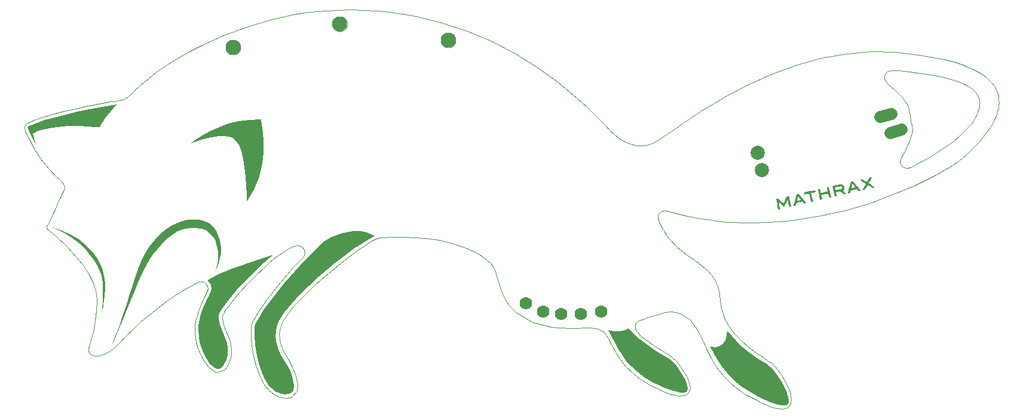
<source format=gts>
G04 EAGLE Gerber RS-274X export*
G75*
%MOMM*%
%FSLAX34Y34*%
%LPD*%
%INSolder Mask top*%
%IPPOS*%
%AMOC8*
5,1,8,0,0,1.08239X$1,22.5*%
G01*
%ADD10C,0.000000*%
%ADD11C,2.100000*%
%ADD12C,0.001000*%
%ADD13C,2.000000*%
%ADD14C,1.778000*%
%ADD15C,1.676400*%

G36*
X377165Y21764D02*
X377165Y21764D01*
X377166Y21765D01*
X377168Y21765D01*
X381215Y25542D01*
X381215Y25544D01*
X381216Y25544D01*
X381217Y25545D01*
X382522Y33565D01*
X382521Y33565D01*
X382522Y33566D01*
X380131Y45611D01*
X380131Y45612D01*
X376883Y54087D01*
X376882Y54087D01*
X376883Y54088D01*
X370921Y64492D01*
X363957Y76646D01*
X359446Y86369D01*
X356595Y96942D01*
X356079Y103594D01*
X357974Y116993D01*
X360943Y125208D01*
X368492Y137282D01*
X390175Y161563D01*
X418238Y188352D01*
X439757Y206706D01*
X468089Y227932D01*
X496634Y245934D01*
X496634Y245935D01*
X496635Y245936D01*
X496635Y245937D01*
X496636Y245940D01*
X496634Y245940D01*
X496633Y245942D01*
X484498Y250816D01*
X484497Y250816D01*
X476516Y252132D01*
X476515Y252132D01*
X466930Y252184D01*
X466930Y252183D01*
X466929Y252184D01*
X449016Y248648D01*
X449015Y248648D01*
X434387Y242783D01*
X422832Y236231D01*
X422831Y236230D01*
X390555Y203647D01*
X368975Y179104D01*
X368974Y179104D01*
X339353Y140221D01*
X331320Y127435D01*
X327217Y120011D01*
X327217Y120010D01*
X327217Y120009D01*
X326254Y114234D01*
X326354Y104020D01*
X326355Y104020D01*
X326354Y104020D01*
X327604Y90739D01*
X330090Y75762D01*
X330090Y75761D01*
X332663Y65419D01*
X336025Y54640D01*
X340246Y44199D01*
X340247Y44198D01*
X345824Y34354D01*
X345824Y34353D01*
X350307Y29997D01*
X356245Y25018D01*
X356246Y25018D01*
X356246Y25017D01*
X360329Y22909D01*
X360330Y22909D01*
X369430Y20279D01*
X369431Y20280D01*
X369432Y20279D01*
X377165Y21764D01*
G37*
G36*
X275657Y56776D02*
X275657Y56776D01*
X275658Y56776D01*
X276846Y57021D01*
X276847Y57021D01*
X278012Y57499D01*
X278013Y57500D01*
X279154Y58210D01*
X279154Y58211D01*
X280270Y59153D01*
X280270Y59154D01*
X281360Y60328D01*
X282423Y61732D01*
X283457Y63366D01*
X283457Y63367D01*
X286534Y69860D01*
X286534Y69861D01*
X288229Y76180D01*
X288229Y76181D01*
X288260Y76553D01*
X288275Y76727D01*
X288290Y76901D01*
X288378Y77938D01*
X288392Y78113D01*
X288495Y79324D01*
X288510Y79498D01*
X288598Y80535D01*
X288612Y80709D01*
X288627Y80884D01*
X288715Y81921D01*
X288730Y82095D01*
X288744Y82269D01*
X288749Y82327D01*
X288303Y88299D01*
X287099Y94098D01*
X285344Y99723D01*
X283248Y105174D01*
X281018Y110452D01*
X279533Y113942D01*
X278175Y117313D01*
X277016Y120568D01*
X276132Y123710D01*
X275597Y126740D01*
X275484Y129661D01*
X275485Y129669D01*
X275486Y129678D01*
X275488Y129686D01*
X275489Y129695D01*
X275492Y129716D01*
X275493Y129725D01*
X275494Y129733D01*
X275495Y129742D01*
X275498Y129763D01*
X275499Y129771D01*
X275500Y129780D01*
X275501Y129788D01*
X275502Y129788D01*
X275504Y129810D01*
X275506Y129818D01*
X275507Y129827D01*
X275508Y129835D01*
X275511Y129856D01*
X275512Y129865D01*
X275513Y129873D01*
X275514Y129882D01*
X275517Y129903D01*
X275518Y129912D01*
X275519Y129920D01*
X275521Y129929D01*
X275524Y129950D01*
X275525Y129958D01*
X275526Y129967D01*
X275529Y129988D01*
X275530Y129997D01*
X275531Y130005D01*
X275532Y130014D01*
X275535Y130035D01*
X275536Y130043D01*
X275537Y130052D01*
X275539Y130060D01*
X275541Y130082D01*
X275542Y130082D01*
X275541Y130082D01*
X275543Y130090D01*
X275544Y130099D01*
X275545Y130107D01*
X275548Y130128D01*
X275549Y130137D01*
X275550Y130145D01*
X275551Y130154D01*
X275554Y130175D01*
X275555Y130184D01*
X275557Y130192D01*
X275558Y130201D01*
X275561Y130222D01*
X275562Y130230D01*
X275563Y130239D01*
X275564Y130247D01*
X275567Y130269D01*
X275568Y130277D01*
X275569Y130286D01*
X275572Y130307D01*
X275573Y130315D01*
X275575Y130324D01*
X275576Y130332D01*
X275579Y130354D01*
X275580Y130362D01*
X275581Y130371D01*
X275582Y130379D01*
X275585Y130400D01*
X275586Y130409D01*
X275587Y130417D01*
X275588Y130426D01*
X275591Y130447D01*
X275592Y130456D01*
X275593Y130456D01*
X275592Y130456D01*
X275594Y130464D01*
X275595Y130473D01*
X275598Y130494D01*
X275599Y130502D01*
X275600Y130511D01*
X275601Y130519D01*
X275604Y130541D01*
X275605Y130549D01*
X275606Y130558D01*
X275608Y130566D01*
X275610Y130587D01*
X275612Y130596D01*
X275613Y130604D01*
X275616Y130626D01*
X275617Y130634D01*
X275618Y130643D01*
X275619Y130651D01*
X275622Y130672D01*
X275623Y130681D01*
X275624Y130689D01*
X275626Y130698D01*
X275628Y130719D01*
X275630Y130728D01*
X275631Y130736D01*
X275632Y130745D01*
X275635Y130766D01*
X275636Y130774D01*
X275637Y130783D01*
X275638Y130791D01*
X275641Y130813D01*
X275642Y130821D01*
X275643Y130830D01*
X275644Y130830D01*
X275643Y130830D01*
X275645Y130838D01*
X275648Y130859D01*
X275649Y130868D01*
X275650Y130876D01*
X275651Y130885D01*
X275654Y130906D01*
X275655Y130915D01*
X275656Y130923D01*
X275659Y130944D01*
X275660Y130953D01*
X275661Y130961D01*
X275663Y130970D01*
X275666Y130991D01*
X275667Y131000D01*
X275668Y131008D01*
X275669Y131017D01*
X275672Y131038D01*
X275673Y131046D01*
X275674Y131055D01*
X275675Y131063D01*
X275678Y131085D01*
X275679Y131093D01*
X275681Y131102D01*
X275682Y131110D01*
X275685Y131131D01*
X275686Y131140D01*
X275687Y131148D01*
X275688Y131157D01*
X275691Y131178D01*
X275692Y131187D01*
X275693Y131195D01*
X275694Y131204D01*
X275695Y131204D01*
X275697Y131225D01*
X275699Y131233D01*
X275700Y131242D01*
X275703Y131263D01*
X275704Y131272D01*
X275705Y131280D01*
X275706Y131289D01*
X275709Y131310D01*
X275710Y131318D01*
X275711Y131327D01*
X275712Y131335D01*
X275715Y131357D01*
X275717Y131365D01*
X275718Y131374D01*
X275719Y131382D01*
X275722Y131403D01*
X275723Y131412D01*
X275724Y131420D01*
X275725Y131429D01*
X275728Y131450D01*
X275729Y131459D01*
X275730Y131467D01*
X275732Y131476D01*
X275734Y131497D01*
X275735Y131497D01*
X275734Y131497D01*
X275736Y131505D01*
X275737Y131514D01*
X275738Y131522D01*
X275741Y131544D01*
X275742Y131552D01*
X275743Y131561D01*
X275746Y131582D01*
X275747Y131590D01*
X275748Y131599D01*
X275750Y131607D01*
X275752Y131629D01*
X275754Y131637D01*
X275755Y131646D01*
X275756Y131654D01*
X275759Y131675D01*
X275760Y131684D01*
X275761Y131692D01*
X275762Y131701D01*
X275765Y131722D01*
X275766Y131731D01*
X275768Y131739D01*
X275769Y131748D01*
X275772Y131769D01*
X275773Y131777D01*
X275774Y131786D01*
X275775Y131794D01*
X275778Y131816D01*
X275779Y131824D01*
X275780Y131833D01*
X275781Y131841D01*
X275783Y131854D01*
X275784Y131862D01*
X275785Y131871D01*
X275786Y131871D01*
X275785Y131871D01*
X275787Y131879D01*
X275790Y131901D01*
X275791Y131909D01*
X275792Y131918D01*
X275793Y131926D01*
X275796Y131947D01*
X275797Y131956D01*
X275798Y131964D01*
X275799Y131973D01*
X275802Y131994D01*
X275803Y132003D01*
X275805Y132011D01*
X275806Y132020D01*
X275809Y132041D01*
X275810Y132049D01*
X275811Y132058D01*
X275812Y132066D01*
X275815Y132088D01*
X275816Y132096D01*
X275817Y132105D01*
X275819Y132113D01*
X275821Y132134D01*
X275823Y132143D01*
X275824Y132151D01*
X275825Y132160D01*
X275827Y132173D01*
X275828Y132181D01*
X275829Y132190D01*
X275830Y132198D01*
X275833Y132219D01*
X275834Y132228D01*
X275835Y132236D01*
X275836Y132245D01*
X275837Y132245D01*
X275839Y132266D01*
X275841Y132275D01*
X275842Y132283D01*
X275843Y132292D01*
X275846Y132313D01*
X275847Y132321D01*
X275848Y132330D01*
X275849Y132338D01*
X275852Y132360D01*
X275853Y132368D01*
X275854Y132377D01*
X275856Y132385D01*
X275859Y132406D01*
X275860Y132415D01*
X275861Y132423D01*
X275862Y132432D01*
X275865Y132453D01*
X275866Y132462D01*
X275867Y132470D01*
X275868Y132476D01*
X276823Y135187D01*
X280129Y141134D01*
X284869Y148218D01*
X290807Y156157D01*
X297710Y164675D01*
X305342Y173490D01*
X313470Y182324D01*
X321860Y190898D01*
X330278Y198932D01*
X333652Y202018D01*
X336809Y204878D01*
X339774Y207531D01*
X342569Y209996D01*
X345216Y212290D01*
X347739Y214433D01*
X350160Y216442D01*
X352502Y218336D01*
X352502Y218338D01*
X352504Y218340D01*
X352503Y218340D01*
X352503Y218341D01*
X352500Y218342D01*
X352498Y218343D01*
X342053Y215066D01*
X331703Y211740D01*
X321599Y208404D01*
X311892Y205097D01*
X302730Y201858D01*
X294266Y198727D01*
X286648Y195743D01*
X280027Y192945D01*
X280026Y192945D01*
X277650Y191861D01*
X277649Y191861D01*
X275134Y190659D01*
X272524Y189363D01*
X272523Y189363D01*
X269860Y188000D01*
X267186Y186597D01*
X264544Y185179D01*
X261977Y183771D01*
X259528Y182401D01*
X259528Y182400D01*
X259527Y182400D01*
X259527Y182399D01*
X259526Y182396D01*
X259527Y182395D01*
X259527Y182394D01*
X260119Y181885D01*
X260686Y181346D01*
X261227Y180778D01*
X261739Y180182D01*
X262222Y179559D01*
X262674Y178909D01*
X263094Y178235D01*
X263480Y177536D01*
X264246Y175810D01*
X264780Y174041D01*
X265082Y172245D01*
X265152Y170437D01*
X265152Y170436D01*
X265152Y170432D01*
X265152Y170428D01*
X265151Y170424D01*
X265151Y170420D01*
X265151Y170419D01*
X265151Y170415D01*
X265150Y170415D01*
X265151Y170415D01*
X265150Y170411D01*
X265150Y170407D01*
X265149Y170403D01*
X265149Y170402D01*
X265149Y170398D01*
X265148Y170390D01*
X265148Y170386D01*
X265148Y170385D01*
X265147Y170381D01*
X265147Y170377D01*
X265147Y170373D01*
X265146Y170369D01*
X265146Y170368D01*
X265146Y170360D01*
X265145Y170356D01*
X265145Y170352D01*
X265145Y170351D01*
X265144Y170347D01*
X265144Y170343D01*
X265144Y170339D01*
X265143Y170335D01*
X265143Y170334D01*
X265143Y170330D01*
X265143Y170326D01*
X265142Y170322D01*
X265142Y170318D01*
X265142Y170317D01*
X265141Y170313D01*
X265141Y170309D01*
X265141Y170305D01*
X265140Y170301D01*
X265140Y170300D01*
X265140Y170296D01*
X265140Y170292D01*
X265139Y170292D01*
X265140Y170292D01*
X265139Y170288D01*
X265139Y170284D01*
X265139Y170283D01*
X265138Y170279D01*
X265138Y170275D01*
X265138Y170271D01*
X265137Y170267D01*
X265137Y170266D01*
X265137Y170262D01*
X265136Y170258D01*
X265136Y170254D01*
X265135Y170245D01*
X265135Y170241D01*
X265135Y170237D01*
X265134Y170233D01*
X265134Y170232D01*
X265134Y170228D01*
X265133Y170224D01*
X265133Y170216D01*
X265133Y170215D01*
X265132Y170211D01*
X265132Y170207D01*
X265132Y170203D01*
X265131Y170199D01*
X265131Y170198D01*
X265131Y170194D01*
X265130Y170190D01*
X265130Y170186D01*
X265130Y170182D01*
X265130Y170181D01*
X265129Y170177D01*
X265129Y170173D01*
X265129Y170169D01*
X265128Y170169D01*
X265129Y170169D01*
X265128Y170165D01*
X265128Y170164D01*
X265128Y170160D01*
X265127Y170156D01*
X265127Y170152D01*
X265127Y170148D01*
X265127Y170147D01*
X265126Y170143D01*
X265126Y170139D01*
X265125Y170135D01*
X265125Y170131D01*
X265125Y170130D01*
X265125Y170126D01*
X265124Y170122D01*
X265124Y170118D01*
X265124Y170114D01*
X265124Y170113D01*
X265123Y170109D01*
X265122Y170101D01*
X265122Y170097D01*
X265122Y170096D01*
X265122Y170092D01*
X265121Y170088D01*
X265121Y170084D01*
X265121Y170080D01*
X265121Y170079D01*
X265120Y170071D01*
X265119Y170067D01*
X265119Y170063D01*
X265119Y170062D01*
X265119Y170058D01*
X265118Y170054D01*
X265118Y170050D01*
X265118Y170046D01*
X265117Y170045D01*
X265117Y170041D01*
X265117Y170037D01*
X265116Y170033D01*
X265116Y170029D01*
X265116Y170028D01*
X265116Y170024D01*
X265115Y170020D01*
X265115Y170016D01*
X265114Y170012D01*
X265114Y170011D01*
X265114Y170007D01*
X265114Y170003D01*
X265113Y169999D01*
X265113Y169995D01*
X265113Y169994D01*
X265113Y169990D01*
X265112Y169986D01*
X265112Y169982D01*
X265111Y169978D01*
X265111Y169977D01*
X265111Y169973D01*
X265111Y169969D01*
X265110Y169965D01*
X265110Y169960D01*
X265110Y169956D01*
X265109Y169956D01*
X265110Y169956D01*
X265109Y169952D01*
X265109Y169948D01*
X265108Y169944D01*
X265108Y169943D01*
X265108Y169939D01*
X265108Y169935D01*
X265107Y169927D01*
X265107Y169926D01*
X265106Y169922D01*
X265106Y169918D01*
X265106Y169914D01*
X265105Y169910D01*
X265105Y169909D01*
X265105Y169905D01*
X265104Y169897D01*
X265104Y169893D01*
X265104Y169892D01*
X265103Y169888D01*
X265103Y169884D01*
X265103Y169880D01*
X265102Y169876D01*
X265102Y169875D01*
X265102Y169871D01*
X265102Y169867D01*
X265101Y169863D01*
X265101Y169859D01*
X265101Y169858D01*
X265100Y169854D01*
X265100Y169850D01*
X265100Y169846D01*
X265099Y169842D01*
X265099Y169841D01*
X265099Y169837D01*
X265099Y169833D01*
X265098Y169833D01*
X265099Y169833D01*
X265098Y169829D01*
X265098Y169825D01*
X265098Y169824D01*
X265097Y169820D01*
X265097Y169816D01*
X265097Y169812D01*
X265096Y169808D01*
X265096Y169807D01*
X265096Y169803D01*
X265095Y169799D01*
X265095Y169795D01*
X265095Y169791D01*
X265095Y169790D01*
X265094Y169782D01*
X265094Y169778D01*
X265093Y169774D01*
X265093Y169773D01*
X265093Y169769D01*
X265092Y169765D01*
X265092Y169761D01*
X265091Y169752D01*
X265091Y169748D01*
X265091Y169744D01*
X265090Y169740D01*
X265090Y169739D01*
X265090Y169735D01*
X265089Y169731D01*
X265089Y169727D01*
X265089Y169723D01*
X265089Y169722D01*
X265088Y169718D01*
X265088Y169714D01*
X265088Y169710D01*
X265087Y169710D01*
X265088Y169710D01*
X265087Y169706D01*
X265087Y169705D01*
X265087Y169701D01*
X265086Y169697D01*
X265086Y169693D01*
X265086Y169689D01*
X265086Y169688D01*
X265085Y169684D01*
X265085Y169680D01*
X265084Y169676D01*
X265084Y169672D01*
X265084Y169671D01*
X265084Y169667D01*
X265083Y169663D01*
X265083Y169659D01*
X265083Y169655D01*
X265083Y169654D01*
X265082Y169650D01*
X265082Y169646D01*
X265081Y169642D01*
X265081Y169638D01*
X265081Y169637D01*
X265081Y169633D01*
X265080Y169629D01*
X265080Y169625D01*
X265080Y169621D01*
X265080Y169620D01*
X265079Y169616D01*
X265078Y169608D01*
X265078Y169604D01*
X265078Y169603D01*
X265078Y169599D01*
X265077Y169595D01*
X265077Y169591D01*
X265077Y169587D01*
X265076Y169586D01*
X265077Y169586D01*
X265076Y169582D01*
X265076Y169578D01*
X265075Y169574D01*
X265075Y169570D01*
X265075Y169569D01*
X265075Y169565D01*
X265074Y169561D01*
X265074Y169557D01*
X265073Y169553D01*
X265073Y169552D01*
X265073Y169548D01*
X265073Y169544D01*
X265072Y169540D01*
X265072Y169536D01*
X265072Y169535D01*
X265072Y169531D01*
X265071Y169527D01*
X265071Y169523D01*
X265070Y169519D01*
X265070Y169518D01*
X265070Y169514D01*
X265070Y169510D01*
X265069Y169506D01*
X265069Y169502D01*
X265069Y169501D01*
X265069Y169497D01*
X265068Y169493D01*
X265068Y169489D01*
X265067Y169485D01*
X265067Y169484D01*
X265067Y169480D01*
X265067Y169476D01*
X265066Y169472D01*
X265065Y169463D01*
X265065Y169459D01*
X265065Y169455D01*
X265064Y169451D01*
X265064Y169450D01*
X265064Y169446D01*
X265064Y169442D01*
X265063Y169434D01*
X265063Y169433D01*
X265062Y169429D01*
X265062Y169425D01*
X265062Y169421D01*
X265061Y169417D01*
X265061Y169416D01*
X265061Y169412D01*
X265061Y169408D01*
X265060Y169404D01*
X265060Y169400D01*
X265060Y169399D01*
X265059Y169395D01*
X265059Y169391D01*
X265059Y169387D01*
X265058Y169383D01*
X265058Y169382D01*
X265058Y169378D01*
X265058Y169374D01*
X265057Y169374D01*
X265058Y169374D01*
X265057Y169370D01*
X265057Y169366D01*
X265057Y169365D01*
X265056Y169361D01*
X265056Y169357D01*
X265056Y169353D01*
X265055Y169349D01*
X265055Y169348D01*
X265055Y169344D01*
X265054Y169340D01*
X265054Y169336D01*
X265054Y169332D01*
X265054Y169331D01*
X265053Y169327D01*
X265053Y169319D01*
X265052Y169315D01*
X265052Y169314D01*
X265052Y169310D01*
X265051Y169306D01*
X265051Y169302D01*
X265051Y169298D01*
X265051Y169297D01*
X265050Y169289D01*
X265050Y169285D01*
X265049Y169281D01*
X265049Y169280D01*
X265049Y169276D01*
X265048Y169272D01*
X265048Y169268D01*
X265048Y169264D01*
X265048Y169263D01*
X265047Y169259D01*
X265047Y169255D01*
X265047Y169251D01*
X265046Y169251D01*
X265047Y169251D01*
X265046Y169247D01*
X265046Y169246D01*
X265046Y169242D01*
X265045Y169238D01*
X265045Y169234D01*
X265045Y169230D01*
X265045Y169229D01*
X265044Y169225D01*
X265044Y169221D01*
X265043Y169217D01*
X265043Y169213D01*
X265043Y169212D01*
X265043Y169208D01*
X265042Y169204D01*
X265042Y169200D01*
X265042Y169196D01*
X265042Y169195D01*
X265041Y169191D01*
X265041Y169187D01*
X265040Y169183D01*
X265040Y169178D01*
X265040Y169174D01*
X265039Y169170D01*
X265039Y169166D01*
X265039Y169162D01*
X265039Y169161D01*
X265038Y169157D01*
X265038Y169153D01*
X265037Y169145D01*
X265037Y169144D01*
X265037Y169140D01*
X265036Y169136D01*
X265036Y169132D01*
X265036Y169128D01*
X265035Y169127D01*
X265036Y169127D01*
X265035Y169123D01*
X265034Y169115D01*
X265034Y169111D01*
X265034Y169110D01*
X265034Y169106D01*
X265033Y169102D01*
X265033Y169098D01*
X265032Y169094D01*
X265032Y169093D01*
X265032Y169089D01*
X265032Y169085D01*
X265031Y169081D01*
X265031Y169077D01*
X265031Y169076D01*
X265031Y169072D01*
X265030Y169068D01*
X265030Y169064D01*
X265029Y169060D01*
X265029Y169059D01*
X265029Y169055D01*
X265029Y169051D01*
X265028Y169047D01*
X265028Y169043D01*
X265028Y169042D01*
X265028Y169038D01*
X265027Y169034D01*
X265027Y169030D01*
X265026Y169026D01*
X265026Y169025D01*
X265026Y169021D01*
X265026Y169017D01*
X265025Y169013D01*
X265025Y169009D01*
X265025Y169008D01*
X265024Y169000D01*
X265024Y168996D01*
X265023Y168992D01*
X265023Y168991D01*
X265023Y168987D01*
X265023Y168983D01*
X265022Y168979D01*
X265021Y168970D01*
X265021Y168966D01*
X265021Y168962D01*
X265020Y168958D01*
X265020Y168957D01*
X265020Y168953D01*
X265020Y168949D01*
X265019Y168945D01*
X265019Y168941D01*
X265019Y168940D01*
X265018Y168936D01*
X265018Y168932D01*
X265018Y168928D01*
X265017Y168924D01*
X265017Y168923D01*
X265017Y168919D01*
X265017Y168915D01*
X265016Y168915D01*
X265017Y168915D01*
X265016Y168911D01*
X265016Y168907D01*
X265016Y168906D01*
X265015Y168902D01*
X265015Y168898D01*
X265015Y168894D01*
X265014Y168889D01*
X265014Y168885D01*
X265013Y168881D01*
X265013Y168877D01*
X265013Y168873D01*
X265013Y168872D01*
X265012Y168868D01*
X265012Y168864D01*
X265011Y168856D01*
X265011Y168855D01*
X265011Y168851D01*
X265010Y168847D01*
X265010Y168843D01*
X265010Y168839D01*
X265010Y168838D01*
X265009Y168834D01*
X265009Y168826D01*
X265008Y168822D01*
X265008Y168821D01*
X265008Y168817D01*
X265007Y168813D01*
X265007Y168809D01*
X265007Y168805D01*
X265007Y168804D01*
X265006Y168800D01*
X265006Y168796D01*
X265006Y168792D01*
X265005Y168792D01*
X265006Y168792D01*
X265005Y168788D01*
X265005Y168787D01*
X265005Y168783D01*
X265004Y168779D01*
X265004Y168775D01*
X265004Y168771D01*
X265004Y168770D01*
X265003Y168766D01*
X265003Y168762D01*
X265002Y168758D01*
X265002Y168754D01*
X265002Y168753D01*
X265002Y168749D01*
X265001Y168745D01*
X265001Y168741D01*
X265001Y168737D01*
X265001Y168736D01*
X265000Y168732D01*
X265000Y168728D01*
X264999Y168724D01*
X264999Y168720D01*
X264999Y168719D01*
X264999Y168715D01*
X264998Y168711D01*
X264998Y168707D01*
X264998Y168703D01*
X264998Y168702D01*
X264997Y168698D01*
X264997Y168694D01*
X264996Y168690D01*
X264996Y168681D01*
X264995Y168677D01*
X264995Y168673D01*
X264995Y168669D01*
X264994Y168668D01*
X264995Y168668D01*
X264994Y168664D01*
X264994Y168660D01*
X264993Y168652D01*
X264993Y168651D01*
X264993Y168647D01*
X264992Y168643D01*
X264992Y168639D01*
X264991Y168635D01*
X264991Y168634D01*
X264991Y168633D01*
X264599Y166848D01*
X263977Y165098D01*
X263124Y163398D01*
X260881Y159343D01*
X258747Y155109D01*
X256726Y150701D01*
X254817Y146121D01*
X253024Y141375D01*
X253024Y141374D01*
X253023Y141374D01*
X251346Y136465D01*
X249787Y131398D01*
X249787Y131397D01*
X248348Y126175D01*
X248346Y126164D01*
X248342Y126143D01*
X248340Y126130D01*
X248338Y126122D01*
X248336Y126109D01*
X248332Y126088D01*
X248330Y126075D01*
X248328Y126067D01*
X248328Y126066D01*
X248326Y126054D01*
X248322Y126033D01*
X248322Y126032D01*
X248320Y126020D01*
X248318Y126011D01*
X248316Y125999D01*
X248316Y125998D01*
X248312Y125977D01*
X248310Y125965D01*
X248310Y125964D01*
X248309Y125956D01*
X248308Y125956D01*
X248309Y125956D01*
X248306Y125943D01*
X248302Y125922D01*
X248300Y125909D01*
X248299Y125901D01*
X248296Y125888D01*
X248293Y125867D01*
X248292Y125867D01*
X248293Y125867D01*
X248290Y125854D01*
X248289Y125846D01*
X248289Y125845D01*
X248286Y125833D01*
X248283Y125812D01*
X248283Y125811D01*
X248280Y125799D01*
X248279Y125790D01*
X248277Y125778D01*
X248276Y125777D01*
X248273Y125756D01*
X248270Y125744D01*
X248270Y125743D01*
X248269Y125735D01*
X248267Y125722D01*
X248263Y125701D01*
X248261Y125688D01*
X248260Y125688D01*
X248259Y125680D01*
X248257Y125667D01*
X248253Y125646D01*
X248251Y125633D01*
X248247Y125612D01*
X248243Y125591D01*
X248243Y125590D01*
X248241Y125578D01*
X248237Y125557D01*
X248237Y125556D01*
X248233Y125535D01*
X248231Y125523D01*
X248231Y125522D01*
X248227Y125501D01*
X248223Y125480D01*
X248221Y125467D01*
X248217Y125446D01*
X248213Y125425D01*
X248211Y125412D01*
X248207Y125391D01*
X248203Y125370D01*
X248203Y125369D01*
X248201Y125357D01*
X248197Y125336D01*
X248197Y125335D01*
X248193Y125314D01*
X248191Y125302D01*
X248191Y125301D01*
X248187Y125280D01*
X248184Y125259D01*
X248181Y125246D01*
X248177Y125225D01*
X248174Y125204D01*
X248171Y125191D01*
X248168Y125170D01*
X248164Y125149D01*
X248164Y125148D01*
X248161Y125136D01*
X248158Y125115D01*
X248158Y125114D01*
X248154Y125093D01*
X248152Y125081D01*
X248152Y125080D01*
X248148Y125059D01*
X248144Y125038D01*
X248142Y125025D01*
X248138Y125004D01*
X248134Y124983D01*
X248132Y124970D01*
X248128Y124949D01*
X248124Y124928D01*
X248124Y124927D01*
X248122Y124915D01*
X248118Y124894D01*
X248118Y124893D01*
X248114Y124872D01*
X248112Y124860D01*
X248112Y124859D01*
X248108Y124838D01*
X248104Y124817D01*
X248102Y124804D01*
X248098Y124783D01*
X248094Y124762D01*
X248092Y124749D01*
X248088Y124728D01*
X248084Y124707D01*
X248084Y124706D01*
X248082Y124694D01*
X248078Y124673D01*
X248078Y124672D01*
X248075Y124651D01*
X248072Y124639D01*
X248072Y124638D01*
X248068Y124617D01*
X248065Y124596D01*
X248062Y124583D01*
X248059Y124562D01*
X248055Y124541D01*
X248052Y124528D01*
X248049Y124507D01*
X248045Y124486D01*
X248045Y124485D01*
X248043Y124473D01*
X248039Y124452D01*
X248039Y124451D01*
X248035Y124430D01*
X248033Y124418D01*
X248033Y124417D01*
X248029Y124396D01*
X248025Y124375D01*
X248023Y124362D01*
X248019Y124341D01*
X248015Y124320D01*
X248013Y124307D01*
X248009Y124286D01*
X248005Y124265D01*
X248005Y124264D01*
X248003Y124252D01*
X247999Y124231D01*
X247999Y124230D01*
X247995Y124209D01*
X247993Y124197D01*
X247993Y124196D01*
X247989Y124175D01*
X247985Y124154D01*
X247983Y124141D01*
X247979Y124120D01*
X247976Y124099D01*
X247975Y124099D01*
X247976Y124099D01*
X247973Y124086D01*
X247969Y124065D01*
X247966Y124044D01*
X247966Y124043D01*
X247963Y124031D01*
X247960Y124010D01*
X247959Y124009D01*
X247960Y124009D01*
X247956Y123988D01*
X247953Y123976D01*
X247953Y123975D01*
X247950Y123954D01*
X247946Y123933D01*
X247944Y123920D01*
X247943Y123920D01*
X247940Y123899D01*
X247936Y123878D01*
X247934Y123865D01*
X247930Y123844D01*
X247926Y123823D01*
X247926Y123822D01*
X247924Y123810D01*
X247920Y123789D01*
X247920Y123788D01*
X247916Y123767D01*
X247914Y123755D01*
X247914Y123754D01*
X247910Y123733D01*
X247906Y123712D01*
X247904Y123699D01*
X247900Y123678D01*
X247896Y123657D01*
X247894Y123644D01*
X247890Y123623D01*
X247886Y123602D01*
X247886Y123601D01*
X247884Y123589D01*
X247880Y123568D01*
X247880Y123567D01*
X247876Y123546D01*
X247874Y123534D01*
X247874Y123533D01*
X247870Y123512D01*
X247868Y123500D01*
X247868Y123499D01*
X247867Y123491D01*
X247864Y123478D01*
X247860Y123457D01*
X247858Y123444D01*
X247857Y123436D01*
X247854Y123423D01*
X247851Y123402D01*
X247848Y123389D01*
X247847Y123381D01*
X247847Y123380D01*
X247844Y123368D01*
X247841Y123347D01*
X247841Y123346D01*
X247838Y123334D01*
X247837Y123325D01*
X247835Y123313D01*
X247835Y123312D01*
X247831Y123291D01*
X247828Y123279D01*
X247828Y123278D01*
X247827Y123270D01*
X247825Y123257D01*
X247821Y123236D01*
X247819Y123223D01*
X247817Y123215D01*
X247815Y123202D01*
X247811Y123181D01*
X247809Y123168D01*
X247807Y123160D01*
X247807Y123159D01*
X247805Y123147D01*
X247801Y123126D01*
X247801Y123125D01*
X247799Y123113D01*
X247797Y123104D01*
X247795Y123092D01*
X247795Y123091D01*
X247791Y123070D01*
X247789Y123058D01*
X247789Y123057D01*
X247785Y123036D01*
X247781Y123015D01*
X247779Y123002D01*
X247775Y122981D01*
X247771Y122960D01*
X247769Y122947D01*
X247765Y122926D01*
X247761Y122905D01*
X247761Y122904D01*
X247759Y122892D01*
X247755Y122871D01*
X247755Y122870D01*
X247751Y122849D01*
X247749Y122837D01*
X247749Y122836D01*
X247745Y122815D01*
X247742Y122794D01*
X247739Y122781D01*
X247735Y122760D01*
X247732Y122739D01*
X247729Y122726D01*
X247726Y122705D01*
X247722Y122684D01*
X247722Y122683D01*
X247719Y122671D01*
X247716Y122650D01*
X247716Y122649D01*
X247712Y122628D01*
X247710Y122616D01*
X247710Y122615D01*
X247706Y122594D01*
X247702Y122573D01*
X247700Y122560D01*
X247696Y122539D01*
X247692Y122518D01*
X247690Y122505D01*
X247686Y122484D01*
X247682Y122463D01*
X247682Y122462D01*
X247680Y122450D01*
X247676Y122429D01*
X247676Y122428D01*
X247672Y122407D01*
X247670Y122395D01*
X247670Y122394D01*
X247666Y122373D01*
X247662Y122352D01*
X247660Y122339D01*
X247656Y122318D01*
X247652Y122297D01*
X247650Y122284D01*
X247646Y122263D01*
X247643Y122242D01*
X247642Y122241D01*
X247643Y122241D01*
X247640Y122229D01*
X247636Y122208D01*
X247636Y122207D01*
X247633Y122186D01*
X247630Y122174D01*
X247630Y122173D01*
X247627Y122152D01*
X247626Y122152D01*
X247627Y122152D01*
X247623Y122131D01*
X247620Y122118D01*
X247617Y122097D01*
X247613Y122076D01*
X247611Y122063D01*
X247610Y122063D01*
X247607Y122042D01*
X247603Y122021D01*
X247603Y122020D01*
X247601Y122008D01*
X247597Y121987D01*
X247597Y121986D01*
X247593Y121965D01*
X247591Y121953D01*
X247591Y121952D01*
X247587Y121931D01*
X247583Y121910D01*
X247581Y121897D01*
X247577Y121876D01*
X247573Y121855D01*
X247571Y121842D01*
X247567Y121821D01*
X247563Y121800D01*
X247563Y121799D01*
X247561Y121787D01*
X247557Y121766D01*
X247557Y121765D01*
X247553Y121744D01*
X247551Y121732D01*
X247551Y121731D01*
X247547Y121710D01*
X247543Y121689D01*
X247541Y121676D01*
X247537Y121655D01*
X247534Y121634D01*
X247531Y121621D01*
X247527Y121600D01*
X247524Y121579D01*
X247524Y121578D01*
X247521Y121566D01*
X247518Y121545D01*
X247518Y121544D01*
X247514Y121523D01*
X247511Y121511D01*
X247511Y121510D01*
X247508Y121489D01*
X247504Y121468D01*
X247502Y121455D01*
X247498Y121434D01*
X247494Y121413D01*
X247492Y121400D01*
X247488Y121379D01*
X247484Y121358D01*
X247484Y121357D01*
X247482Y121345D01*
X247478Y121324D01*
X247478Y121323D01*
X247474Y121302D01*
X247472Y121290D01*
X247472Y121289D01*
X247468Y121268D01*
X247464Y121247D01*
X247462Y121234D01*
X247458Y121213D01*
X247454Y121192D01*
X247452Y121179D01*
X247448Y121158D01*
X247444Y121137D01*
X247444Y121136D01*
X247442Y121124D01*
X247438Y121103D01*
X247438Y121102D01*
X247434Y121081D01*
X247432Y121069D01*
X247432Y121068D01*
X247428Y121047D01*
X247425Y121026D01*
X247422Y121013D01*
X247418Y120992D01*
X247415Y120971D01*
X247412Y120958D01*
X247409Y120937D01*
X247405Y120916D01*
X247405Y120915D01*
X247402Y120903D01*
X247399Y120882D01*
X247399Y120881D01*
X247396Y120869D01*
X247395Y120860D01*
X247393Y120848D01*
X247393Y120847D01*
X247389Y120826D01*
X247386Y120814D01*
X247386Y120813D01*
X247385Y120805D01*
X247383Y120792D01*
X247379Y120771D01*
X247377Y120758D01*
X247375Y120750D01*
X247373Y120737D01*
X247369Y120716D01*
X247367Y120703D01*
X247365Y120695D01*
X247365Y120694D01*
X247363Y120682D01*
X247359Y120661D01*
X247359Y120660D01*
X247357Y120648D01*
X247355Y120639D01*
X247353Y120627D01*
X247353Y120626D01*
X247349Y120605D01*
X247347Y120593D01*
X247347Y120592D01*
X247345Y120584D01*
X247343Y120571D01*
X247339Y120550D01*
X247337Y120537D01*
X247335Y120529D01*
X247333Y120516D01*
X247329Y120495D01*
X247327Y120482D01*
X247326Y120474D01*
X247325Y120473D01*
X247326Y120473D01*
X247323Y120461D01*
X247319Y120440D01*
X247319Y120439D01*
X247317Y120427D01*
X247313Y120406D01*
X247313Y120405D01*
X247310Y120384D01*
X247309Y120384D01*
X247310Y120384D01*
X247307Y120372D01*
X247307Y120371D01*
X247303Y120350D01*
X247300Y120329D01*
X247297Y120316D01*
X247294Y120295D01*
X247293Y120295D01*
X247290Y120274D01*
X247287Y120261D01*
X247284Y120240D01*
X247280Y120219D01*
X247280Y120218D01*
X247278Y120206D01*
X247277Y120206D01*
X247274Y120185D01*
X247274Y120184D01*
X247270Y120163D01*
X247268Y120151D01*
X247268Y120150D01*
X247264Y120129D01*
X247260Y120108D01*
X247258Y120095D01*
X247254Y120074D01*
X247250Y120053D01*
X247248Y120040D01*
X247244Y120019D01*
X247240Y119998D01*
X247240Y119997D01*
X247238Y119985D01*
X247234Y119964D01*
X247234Y119963D01*
X247230Y119942D01*
X247228Y119930D01*
X247228Y119929D01*
X247224Y119908D01*
X247220Y119887D01*
X247218Y119874D01*
X247214Y119853D01*
X247210Y119832D01*
X247208Y119819D01*
X247204Y119798D01*
X247201Y119777D01*
X247201Y119776D01*
X247198Y119764D01*
X247194Y119743D01*
X247194Y119742D01*
X247191Y119721D01*
X247188Y119709D01*
X247188Y119708D01*
X247185Y119687D01*
X247181Y119666D01*
X247178Y119653D01*
X247175Y119632D01*
X247171Y119611D01*
X247169Y119598D01*
X247165Y119577D01*
X247161Y119556D01*
X247161Y119555D01*
X247159Y119543D01*
X247155Y119522D01*
X247155Y119521D01*
X247151Y119500D01*
X247149Y119488D01*
X247149Y119487D01*
X247145Y119466D01*
X247141Y119445D01*
X247139Y119432D01*
X247135Y119411D01*
X247131Y119390D01*
X247129Y119377D01*
X247125Y119356D01*
X247121Y119335D01*
X247121Y119334D01*
X247119Y119322D01*
X247115Y119301D01*
X247115Y119300D01*
X247111Y119279D01*
X247109Y119267D01*
X247109Y119266D01*
X247105Y119245D01*
X247101Y119224D01*
X247099Y119211D01*
X247095Y119190D01*
X247092Y119169D01*
X247089Y119156D01*
X247085Y119135D01*
X247082Y119114D01*
X247082Y119113D01*
X247079Y119101D01*
X247076Y119080D01*
X247076Y119079D01*
X247072Y119058D01*
X247069Y119046D01*
X247069Y119045D01*
X247066Y119024D01*
X247062Y119003D01*
X247060Y118990D01*
X247056Y118969D01*
X247052Y118948D01*
X247050Y118935D01*
X247046Y118914D01*
X247042Y118893D01*
X247042Y118892D01*
X247040Y118880D01*
X247036Y118859D01*
X247036Y118858D01*
X247032Y118837D01*
X247030Y118825D01*
X247030Y118824D01*
X247026Y118803D01*
X247022Y118782D01*
X247020Y118769D01*
X247016Y118748D01*
X247012Y118727D01*
X247010Y118714D01*
X247006Y118693D01*
X247002Y118672D01*
X247002Y118671D01*
X247000Y118659D01*
X246996Y118638D01*
X246996Y118637D01*
X246993Y118616D01*
X246992Y118616D01*
X246993Y118616D01*
X246990Y118604D01*
X246990Y118603D01*
X246986Y118582D01*
X246985Y118574D01*
X246674Y110706D01*
X246674Y110705D01*
X247300Y102749D01*
X247300Y102748D01*
X248745Y94882D01*
X248746Y94882D01*
X250895Y87285D01*
X250896Y87284D01*
X250895Y87284D01*
X253634Y80135D01*
X256844Y73613D01*
X256845Y73613D01*
X256845Y73612D01*
X260411Y67896D01*
X260412Y67896D01*
X262202Y65507D01*
X264012Y63379D01*
X265828Y61524D01*
X265828Y61523D01*
X267633Y59953D01*
X269413Y58680D01*
X271152Y57716D01*
X271153Y57716D01*
X272835Y57074D01*
X272836Y57074D01*
X274446Y56766D01*
X274447Y56765D01*
X275657Y56776D01*
G37*
G36*
X1076507Y4848D02*
X1076507Y4848D01*
X1076507Y4847D01*
X1079961Y5381D01*
X1079962Y5382D01*
X1079963Y5382D01*
X1082309Y7080D01*
X1082309Y7081D01*
X1082311Y7082D01*
X1083227Y10308D01*
X1083226Y10309D01*
X1083227Y10309D01*
X1083204Y13004D01*
X1082737Y16143D01*
X1082736Y16144D01*
X1079639Y25711D01*
X1079639Y25712D01*
X1074025Y37115D01*
X1067161Y47845D01*
X1067161Y47846D01*
X1059297Y57573D01*
X1059297Y57574D01*
X1056287Y60520D01*
X1056287Y60521D01*
X1050840Y64276D01*
X1041146Y70641D01*
X1030099Y78373D01*
X1018566Y87554D01*
X1008610Y96756D01*
X1001667Y104420D01*
X996267Y111356D01*
X996266Y111356D01*
X996265Y111358D01*
X996264Y111357D01*
X996262Y111357D01*
X996261Y111355D01*
X996260Y111354D01*
X995406Y104083D01*
X993477Y97658D01*
X990258Y92471D01*
X985532Y88915D01*
X979641Y87469D01*
X973838Y88262D01*
X971635Y89076D01*
X971634Y89076D01*
X971632Y89076D01*
X971632Y89075D01*
X971630Y89074D01*
X971630Y89072D01*
X971630Y89071D01*
X975585Y81129D01*
X981385Y70649D01*
X988289Y60315D01*
X996261Y50482D01*
X1004907Y41632D01*
X1004908Y41632D01*
X1004908Y41631D01*
X1015571Y32680D01*
X1028914Y23636D01*
X1028915Y23636D01*
X1039219Y18028D01*
X1044773Y15005D01*
X1055371Y10248D01*
X1064995Y6792D01*
X1064995Y6793D01*
X1064995Y6792D01*
X1072299Y5165D01*
X1072300Y5165D01*
X1076506Y4847D01*
X1076507Y4848D01*
G37*
G36*
X934266Y23045D02*
X934266Y23045D01*
X934267Y23045D01*
X937365Y23637D01*
X937366Y23638D01*
X937367Y23637D01*
X939439Y25202D01*
X939440Y25203D01*
X939441Y25204D01*
X940189Y28045D01*
X940189Y28046D01*
X940189Y28047D01*
X940105Y30391D01*
X939609Y33106D01*
X939608Y33106D01*
X939609Y33107D01*
X936590Y41318D01*
X936590Y41319D01*
X931262Y51036D01*
X931261Y51036D01*
X931261Y51037D01*
X924823Y60122D01*
X917508Y68298D01*
X914726Y70752D01*
X909730Y73819D01*
X900846Y79001D01*
X890711Y85323D01*
X880104Y92887D01*
X868571Y101574D01*
X856425Y114635D01*
X856422Y114635D01*
X856420Y114635D01*
X849806Y111402D01*
X842311Y110520D01*
X836525Y110468D01*
X831684Y111378D01*
X828000Y112158D01*
X827999Y112157D01*
X827997Y112158D01*
X827997Y112156D01*
X827995Y112155D01*
X827996Y112154D01*
X827995Y112152D01*
X841541Y85711D01*
X847016Y76804D01*
X853481Y68065D01*
X860896Y59801D01*
X868895Y52418D01*
X868896Y52418D01*
X878714Y45021D01*
X878714Y45020D01*
X890949Y37642D01*
X890949Y37641D01*
X900365Y33141D01*
X905439Y30715D01*
X915099Y26966D01*
X923850Y24313D01*
X923851Y24313D01*
X930469Y23166D01*
X934266Y23045D01*
X934266Y23045D01*
G37*
G36*
X315359Y293599D02*
X315359Y293599D01*
X315362Y293599D01*
X325918Y311155D01*
X333014Y329123D01*
X333020Y329148D01*
X333023Y329161D01*
X333033Y329203D01*
X333036Y329216D01*
X333043Y329246D01*
X333046Y329258D01*
X333056Y329301D01*
X333059Y329314D01*
X333066Y329343D01*
X333067Y329343D01*
X333070Y329356D01*
X333080Y329399D01*
X333083Y329411D01*
X333090Y329441D01*
X333093Y329454D01*
X333103Y329496D01*
X333106Y329509D01*
X333113Y329539D01*
X333116Y329552D01*
X333126Y329594D01*
X333129Y329607D01*
X333136Y329637D01*
X333139Y329649D01*
X333149Y329692D01*
X333152Y329705D01*
X333159Y329734D01*
X333162Y329747D01*
X333172Y329790D01*
X333173Y329790D01*
X333176Y329802D01*
X333186Y329845D01*
X333189Y329858D01*
X333196Y329887D01*
X333199Y329900D01*
X333209Y329943D01*
X333212Y329955D01*
X333219Y329985D01*
X333222Y329998D01*
X333232Y330040D01*
X333235Y330053D01*
X333242Y330083D01*
X333245Y330096D01*
X333255Y330138D01*
X333258Y330151D01*
X333265Y330181D01*
X333268Y330193D01*
X333278Y330236D01*
X333279Y330236D01*
X333282Y330249D01*
X333289Y330278D01*
X333292Y330291D01*
X333302Y330334D01*
X333305Y330346D01*
X333312Y330376D01*
X333315Y330389D01*
X333325Y330431D01*
X333328Y330444D01*
X333335Y330474D01*
X333338Y330487D01*
X333348Y330529D01*
X333351Y330542D01*
X333361Y330584D01*
X333364Y330597D01*
X333371Y330627D01*
X333374Y330640D01*
X333384Y330682D01*
X333385Y330682D01*
X333388Y330695D01*
X333395Y330725D01*
X333398Y330737D01*
X333408Y330780D01*
X333411Y330793D01*
X333418Y330822D01*
X333421Y330835D01*
X333431Y330878D01*
X333434Y330890D01*
X333441Y330920D01*
X333444Y330933D01*
X333454Y330975D01*
X333457Y330988D01*
X333464Y331018D01*
X333467Y331031D01*
X333477Y331073D01*
X333480Y331086D01*
X333487Y331116D01*
X333490Y331128D01*
X333491Y331128D01*
X333501Y331171D01*
X333504Y331184D01*
X333511Y331213D01*
X333514Y331226D01*
X333524Y331269D01*
X333527Y331281D01*
X333537Y331324D01*
X333540Y331337D01*
X333547Y331366D01*
X333550Y331379D01*
X333560Y331422D01*
X333563Y331434D01*
X333570Y331464D01*
X333573Y331477D01*
X333583Y331519D01*
X333586Y331532D01*
X333593Y331562D01*
X333596Y331575D01*
X333597Y331575D01*
X333607Y331617D01*
X333610Y331630D01*
X333617Y331660D01*
X333620Y331672D01*
X333630Y331715D01*
X333633Y331728D01*
X333640Y331757D01*
X333643Y331770D01*
X333653Y331813D01*
X333656Y331825D01*
X333663Y331855D01*
X333666Y331868D01*
X333676Y331910D01*
X333679Y331923D01*
X333686Y331953D01*
X333689Y331966D01*
X333699Y332008D01*
X333702Y332021D01*
X333703Y332021D01*
X333710Y332051D01*
X333713Y332063D01*
X333716Y332076D01*
X333723Y332106D01*
X333726Y332119D01*
X333736Y332161D01*
X333739Y332174D01*
X333746Y332204D01*
X333749Y332216D01*
X333759Y332259D01*
X333762Y332272D01*
X333769Y332301D01*
X333772Y332314D01*
X333782Y332357D01*
X333785Y332369D01*
X333792Y332399D01*
X333795Y332412D01*
X333805Y332454D01*
X333808Y332467D01*
X333809Y332467D01*
X333808Y332467D01*
X333816Y332497D01*
X333819Y332510D01*
X333829Y332552D01*
X333832Y332565D01*
X333839Y332595D01*
X333842Y332607D01*
X333852Y332650D01*
X333855Y332663D01*
X333862Y332692D01*
X333865Y332705D01*
X333875Y332748D01*
X333878Y332760D01*
X333885Y332790D01*
X333888Y332803D01*
X333898Y332845D01*
X333901Y332858D01*
X333911Y332901D01*
X333914Y332913D01*
X333915Y332913D01*
X333914Y332913D01*
X333922Y332943D01*
X333925Y332956D01*
X333935Y332998D01*
X333938Y333011D01*
X333945Y333041D01*
X333948Y333054D01*
X333958Y333096D01*
X333961Y333109D01*
X333968Y333139D01*
X333971Y333151D01*
X333981Y333194D01*
X333984Y333207D01*
X333991Y333236D01*
X333994Y333249D01*
X334004Y333292D01*
X334007Y333304D01*
X334014Y333334D01*
X334017Y333347D01*
X334028Y333389D01*
X334031Y333402D01*
X334038Y333432D01*
X334041Y333445D01*
X334051Y333487D01*
X334054Y333500D01*
X334061Y333530D01*
X334064Y333542D01*
X334074Y333585D01*
X334077Y333598D01*
X334087Y333640D01*
X334090Y333653D01*
X334097Y333683D01*
X334100Y333695D01*
X334110Y333738D01*
X334113Y333751D01*
X334120Y333780D01*
X334123Y333793D01*
X334134Y333836D01*
X334137Y333848D01*
X334144Y333878D01*
X334147Y333891D01*
X334157Y333933D01*
X334160Y333946D01*
X334167Y333976D01*
X334170Y333989D01*
X334180Y334031D01*
X334183Y334044D01*
X334190Y334074D01*
X334193Y334086D01*
X334203Y334129D01*
X334206Y334142D01*
X334213Y334171D01*
X334216Y334184D01*
X334226Y334227D01*
X334229Y334239D01*
X334237Y334269D01*
X334240Y334282D01*
X334250Y334324D01*
X334253Y334337D01*
X334263Y334380D01*
X334266Y334392D01*
X334273Y334422D01*
X334276Y334435D01*
X334286Y334477D01*
X334289Y334490D01*
X334296Y334520D01*
X334299Y334533D01*
X334309Y334575D01*
X334312Y334588D01*
X334319Y334618D01*
X334322Y334630D01*
X334332Y334673D01*
X334335Y334686D01*
X334343Y334715D01*
X334346Y334728D01*
X334356Y334771D01*
X334359Y334783D01*
X334366Y334813D01*
X334369Y334826D01*
X334379Y334868D01*
X334382Y334881D01*
X334389Y334911D01*
X334392Y334924D01*
X334402Y334966D01*
X334405Y334979D01*
X334412Y335009D01*
X334415Y335021D01*
X334425Y335064D01*
X334428Y335077D01*
X334435Y335106D01*
X334438Y335119D01*
X334441Y335132D01*
X334449Y335162D01*
X334452Y335174D01*
X334462Y335217D01*
X334465Y335230D01*
X334472Y335259D01*
X334475Y335272D01*
X334485Y335315D01*
X334488Y335327D01*
X334495Y335357D01*
X334498Y335370D01*
X334508Y335412D01*
X334511Y335425D01*
X334518Y335455D01*
X334521Y335468D01*
X334531Y335510D01*
X334534Y335523D01*
X334541Y335553D01*
X334544Y335565D01*
X334555Y335608D01*
X334558Y335621D01*
X334565Y335650D01*
X334568Y335663D01*
X334578Y335706D01*
X334581Y335718D01*
X334588Y335748D01*
X334591Y335761D01*
X334601Y335803D01*
X334604Y335816D01*
X334611Y335846D01*
X334614Y335859D01*
X334617Y335871D01*
X334624Y335901D01*
X334627Y335914D01*
X334637Y335956D01*
X334640Y335969D01*
X334647Y335999D01*
X334650Y336012D01*
X334661Y336054D01*
X334664Y336067D01*
X334671Y336097D01*
X334674Y336109D01*
X334684Y336152D01*
X334687Y336165D01*
X334694Y336194D01*
X334697Y336207D01*
X334707Y336250D01*
X334710Y336262D01*
X334717Y336292D01*
X334720Y336305D01*
X334730Y336347D01*
X334733Y336360D01*
X334740Y336390D01*
X334743Y336403D01*
X334753Y336445D01*
X334756Y336458D01*
X334763Y336488D01*
X334764Y336488D01*
X334767Y336500D01*
X334777Y336543D01*
X334780Y336556D01*
X334787Y336585D01*
X334790Y336598D01*
X334800Y336641D01*
X334803Y336653D01*
X334813Y336696D01*
X334816Y336709D01*
X334823Y336738D01*
X334826Y336751D01*
X334836Y336794D01*
X334839Y336806D01*
X334846Y336836D01*
X334849Y336849D01*
X334859Y336891D01*
X334862Y336904D01*
X334869Y336934D01*
X334870Y336934D01*
X334873Y336947D01*
X334883Y336989D01*
X334886Y337002D01*
X334893Y337032D01*
X334896Y337044D01*
X334906Y337087D01*
X334909Y337100D01*
X334916Y337129D01*
X334919Y337142D01*
X334929Y337185D01*
X334932Y337197D01*
X334939Y337227D01*
X334942Y337240D01*
X334952Y337282D01*
X334955Y337295D01*
X334962Y337325D01*
X334965Y337338D01*
X334975Y337380D01*
X334976Y337380D01*
X334979Y337393D01*
X334989Y337435D01*
X334992Y337448D01*
X334999Y337478D01*
X335002Y337491D01*
X335012Y337533D01*
X335015Y337546D01*
X335022Y337576D01*
X335025Y337588D01*
X335035Y337631D01*
X335038Y337644D01*
X335045Y337673D01*
X335048Y337686D01*
X335058Y337729D01*
X335061Y337741D01*
X335068Y337771D01*
X335071Y337784D01*
X335081Y337826D01*
X335082Y337826D01*
X335085Y337839D01*
X335092Y337869D01*
X335095Y337882D01*
X335105Y337924D01*
X335108Y337937D01*
X335115Y337967D01*
X335118Y337979D01*
X335128Y338022D01*
X335131Y338035D01*
X335138Y338064D01*
X335141Y338077D01*
X335151Y338120D01*
X335154Y338132D01*
X335161Y338162D01*
X335164Y338175D01*
X335167Y338188D01*
X335174Y338217D01*
X335177Y338230D01*
X335187Y338273D01*
X335188Y338273D01*
X335191Y338285D01*
X335198Y338315D01*
X335201Y338328D01*
X335211Y338370D01*
X335214Y338383D01*
X335221Y338413D01*
X335224Y338426D01*
X335234Y338468D01*
X335237Y338481D01*
X335244Y338511D01*
X335247Y338523D01*
X335257Y338566D01*
X335260Y338579D01*
X335267Y338608D01*
X335270Y338621D01*
X335280Y338664D01*
X335283Y338676D01*
X335290Y338706D01*
X335293Y338719D01*
X335294Y338719D01*
X335304Y338761D01*
X335307Y338774D01*
X335314Y338804D01*
X335317Y338817D01*
X335327Y338859D01*
X335330Y338872D01*
X335337Y338902D01*
X335340Y338914D01*
X335343Y338927D01*
X335350Y338957D01*
X335353Y338970D01*
X335363Y339012D01*
X335366Y339025D01*
X335373Y339055D01*
X335376Y339067D01*
X335386Y339110D01*
X335389Y339123D01*
X335396Y339152D01*
X335399Y339165D01*
X335400Y339165D01*
X335410Y339208D01*
X335413Y339220D01*
X335420Y339250D01*
X335423Y339263D01*
X335433Y339305D01*
X335436Y339318D01*
X335443Y339348D01*
X335446Y339361D01*
X335456Y339403D01*
X335459Y339416D01*
X335466Y339446D01*
X335469Y339458D01*
X335479Y339501D01*
X335482Y339514D01*
X335489Y339543D01*
X335492Y339556D01*
X335502Y339599D01*
X335505Y339611D01*
X335506Y339611D01*
X335505Y339611D01*
X335513Y339641D01*
X335516Y339654D01*
X335526Y339696D01*
X335529Y339709D01*
X335539Y339752D01*
X335542Y339764D01*
X335549Y339794D01*
X335552Y339807D01*
X335562Y339849D01*
X335565Y339862D01*
X335572Y339892D01*
X335575Y339905D01*
X335585Y339947D01*
X335588Y339960D01*
X335595Y339990D01*
X335598Y340002D01*
X335608Y340045D01*
X335611Y340058D01*
X335612Y340058D01*
X335611Y340058D01*
X335619Y340087D01*
X335622Y340100D01*
X335632Y340143D01*
X335635Y340155D01*
X335642Y340185D01*
X335645Y340198D01*
X335655Y340240D01*
X335658Y340253D01*
X335665Y340283D01*
X335668Y340296D01*
X335678Y340338D01*
X335681Y340351D01*
X335688Y340381D01*
X335691Y340393D01*
X335701Y340436D01*
X335704Y340449D01*
X335714Y340491D01*
X335717Y340504D01*
X335718Y340504D01*
X335717Y340504D01*
X335725Y340534D01*
X335728Y340546D01*
X335738Y340589D01*
X335741Y340602D01*
X335748Y340631D01*
X335751Y340644D01*
X335761Y340687D01*
X335764Y340699D01*
X335771Y340729D01*
X335774Y340742D01*
X335784Y340784D01*
X335787Y340797D01*
X335794Y340827D01*
X335797Y340840D01*
X335807Y340882D01*
X335810Y340895D01*
X335817Y340925D01*
X335820Y340937D01*
X335831Y340980D01*
X335834Y340993D01*
X335841Y341022D01*
X335844Y341035D01*
X335854Y341078D01*
X335857Y341090D01*
X335864Y341120D01*
X335867Y341133D01*
X335877Y341175D01*
X335880Y341188D01*
X335887Y341218D01*
X335890Y341231D01*
X335893Y341243D01*
X335900Y341273D01*
X335903Y341286D01*
X335913Y341328D01*
X335916Y341341D01*
X335923Y341371D01*
X335926Y341384D01*
X335937Y341426D01*
X335940Y341439D01*
X335947Y341469D01*
X335950Y341481D01*
X335960Y341524D01*
X335963Y341537D01*
X335970Y341566D01*
X335973Y341579D01*
X335983Y341622D01*
X335986Y341634D01*
X335993Y341664D01*
X335996Y341677D01*
X336006Y341719D01*
X336009Y341732D01*
X336016Y341762D01*
X336019Y341775D01*
X336029Y341817D01*
X336032Y341830D01*
X336040Y341860D01*
X336043Y341872D01*
X336053Y341915D01*
X336056Y341928D01*
X336063Y341957D01*
X336066Y341970D01*
X336069Y341983D01*
X336076Y342013D01*
X336079Y342025D01*
X336089Y342068D01*
X336092Y342081D01*
X336099Y342110D01*
X336102Y342123D01*
X336112Y342166D01*
X336115Y342178D01*
X336122Y342208D01*
X336125Y342221D01*
X336135Y342263D01*
X336138Y342276D01*
X336146Y342306D01*
X336149Y342319D01*
X336159Y342361D01*
X336162Y342374D01*
X336169Y342404D01*
X336172Y342416D01*
X336182Y342459D01*
X336185Y342472D01*
X336192Y342501D01*
X336195Y342514D01*
X336205Y342557D01*
X336208Y342569D01*
X336215Y342599D01*
X336218Y342612D01*
X336228Y342654D01*
X336231Y342667D01*
X336238Y342697D01*
X336241Y342710D01*
X336252Y342752D01*
X336255Y342765D01*
X336265Y342807D01*
X336268Y342820D01*
X336275Y342850D01*
X336278Y342863D01*
X336288Y342905D01*
X336291Y342918D01*
X336298Y342948D01*
X336301Y342960D01*
X336311Y343003D01*
X336314Y343016D01*
X336321Y343045D01*
X336324Y343058D01*
X336334Y343101D01*
X336337Y343113D01*
X336344Y343143D01*
X336347Y343156D01*
X336358Y343198D01*
X336361Y343211D01*
X336368Y343241D01*
X336371Y343254D01*
X336381Y343296D01*
X336384Y343309D01*
X336391Y343339D01*
X336394Y343351D01*
X336404Y343394D01*
X336407Y343407D01*
X336414Y343436D01*
X336417Y343449D01*
X336427Y343492D01*
X336430Y343504D01*
X336440Y343547D01*
X336443Y343560D01*
X336450Y343589D01*
X336453Y343602D01*
X336464Y343645D01*
X336467Y343657D01*
X336474Y343687D01*
X336477Y343700D01*
X336487Y343742D01*
X336490Y343755D01*
X336497Y343785D01*
X336500Y343798D01*
X336510Y343840D01*
X336513Y343853D01*
X336520Y343883D01*
X336523Y343895D01*
X336533Y343938D01*
X336536Y343951D01*
X336543Y343980D01*
X336546Y343993D01*
X336556Y344036D01*
X336559Y344048D01*
X336566Y344078D01*
X336567Y344078D01*
X336570Y344091D01*
X336580Y344133D01*
X336583Y344146D01*
X336590Y344176D01*
X336593Y344189D01*
X336603Y344231D01*
X336606Y344244D01*
X336616Y344286D01*
X336619Y344299D01*
X336626Y344329D01*
X336629Y344342D01*
X336639Y344384D01*
X336642Y344397D01*
X336649Y344427D01*
X336652Y344439D01*
X336662Y344482D01*
X336665Y344495D01*
X336672Y344524D01*
X336673Y344524D01*
X336676Y344537D01*
X336686Y344580D01*
X336689Y344592D01*
X336696Y344622D01*
X336699Y344635D01*
X336709Y344677D01*
X336712Y344690D01*
X336719Y344720D01*
X336722Y344733D01*
X336732Y344775D01*
X336735Y344788D01*
X336742Y344818D01*
X336745Y344830D01*
X336755Y344873D01*
X336758Y344886D01*
X336765Y344915D01*
X336768Y344928D01*
X336778Y344971D01*
X336779Y344971D01*
X336782Y344983D01*
X336789Y345013D01*
X336792Y345026D01*
X336795Y345039D01*
X336802Y345068D01*
X336805Y345081D01*
X336815Y345124D01*
X336818Y345136D01*
X336825Y345166D01*
X336828Y345179D01*
X336838Y345221D01*
X336841Y345234D01*
X336848Y345264D01*
X336851Y345277D01*
X336861Y345319D01*
X336864Y345332D01*
X336871Y345362D01*
X336874Y345374D01*
X336884Y345417D01*
X336885Y345417D01*
X336888Y345430D01*
X336895Y345459D01*
X336898Y345472D01*
X336908Y345515D01*
X336911Y345527D01*
X336918Y345557D01*
X336921Y345570D01*
X336931Y345612D01*
X336934Y345625D01*
X336941Y345655D01*
X336944Y345668D01*
X336954Y345710D01*
X336957Y345723D01*
X336964Y345753D01*
X336967Y345765D01*
X336977Y345808D01*
X336980Y345821D01*
X336990Y345863D01*
X336991Y345863D01*
X336994Y345876D01*
X337001Y345906D01*
X337004Y345918D01*
X337014Y345961D01*
X337017Y345974D01*
X337024Y346003D01*
X337027Y346016D01*
X337037Y346059D01*
X337040Y346071D01*
X337047Y346101D01*
X337050Y346114D01*
X337060Y346156D01*
X337063Y346169D01*
X337070Y346199D01*
X337073Y346212D01*
X337083Y346254D01*
X337086Y346267D01*
X337093Y346297D01*
X337096Y346309D01*
X337097Y346309D01*
X337107Y346352D01*
X337110Y346365D01*
X337117Y346394D01*
X337120Y346407D01*
X337130Y346450D01*
X337133Y346462D01*
X337140Y346492D01*
X337143Y346505D01*
X337153Y346547D01*
X337156Y346560D01*
X337166Y346603D01*
X337169Y346615D01*
X337176Y346645D01*
X337179Y346658D01*
X337189Y346700D01*
X337192Y346713D01*
X337199Y346743D01*
X337202Y346756D01*
X337203Y346756D01*
X337213Y346798D01*
X337216Y346811D01*
X337223Y346841D01*
X337226Y346853D01*
X337231Y346878D01*
X337232Y346878D01*
X337232Y346879D01*
X337233Y346887D01*
X337233Y346892D01*
X337234Y346896D01*
X337234Y346900D01*
X337235Y346909D01*
X337236Y346917D01*
X337237Y346926D01*
X337237Y346930D01*
X337238Y346934D01*
X337238Y346938D01*
X337239Y346947D01*
X337240Y346955D01*
X337241Y346964D01*
X337242Y346968D01*
X337242Y346972D01*
X337243Y346977D01*
X337243Y346981D01*
X337244Y346985D01*
X337245Y346994D01*
X337246Y347002D01*
X337246Y347006D01*
X337247Y347011D01*
X337247Y347015D01*
X337248Y347019D01*
X337248Y347023D01*
X337249Y347032D01*
X337250Y347040D01*
X337250Y347045D01*
X337251Y347049D01*
X337251Y347053D01*
X337252Y347057D01*
X337252Y347062D01*
X337253Y347070D01*
X337254Y347079D01*
X337255Y347087D01*
X337256Y347091D01*
X337256Y347096D01*
X337257Y347100D01*
X337258Y347108D01*
X337259Y347117D01*
X337260Y347125D01*
X337260Y347130D01*
X337261Y347134D01*
X337261Y347138D01*
X337262Y347147D01*
X337263Y347155D01*
X337264Y347164D01*
X337264Y347168D01*
X337265Y347172D01*
X337265Y347176D01*
X337266Y347181D01*
X337266Y347185D01*
X337267Y347193D01*
X337268Y347202D01*
X337269Y347206D01*
X337269Y347210D01*
X337270Y347215D01*
X337270Y347219D01*
X337271Y347223D01*
X337272Y347232D01*
X337273Y347240D01*
X337273Y347244D01*
X337274Y347249D01*
X337274Y347253D01*
X337275Y347257D01*
X337275Y347261D01*
X337276Y347270D01*
X337277Y347278D01*
X337278Y347287D01*
X337278Y347291D01*
X337279Y347295D01*
X337279Y347300D01*
X337280Y347308D01*
X337281Y347317D01*
X337282Y347325D01*
X337283Y347329D01*
X337283Y347334D01*
X337284Y347338D01*
X337285Y347346D01*
X337286Y347355D01*
X337287Y347363D01*
X337287Y347368D01*
X337288Y347372D01*
X337288Y347376D01*
X337289Y347380D01*
X337289Y347385D01*
X337290Y347393D01*
X337291Y347402D01*
X337291Y347406D01*
X337292Y347406D01*
X337292Y347410D01*
X337292Y347414D01*
X337293Y347419D01*
X337293Y347423D01*
X337294Y347431D01*
X337295Y347440D01*
X337296Y347444D01*
X337296Y347448D01*
X337297Y347453D01*
X337297Y347457D01*
X337298Y347461D01*
X337299Y347470D01*
X337300Y347478D01*
X337301Y347487D01*
X337301Y347491D01*
X337302Y347495D01*
X337302Y347499D01*
X337303Y347508D01*
X337304Y347516D01*
X337305Y347525D01*
X337305Y347529D01*
X337306Y347529D01*
X337305Y347529D01*
X337306Y347533D01*
X337306Y347538D01*
X337307Y347546D01*
X337308Y347555D01*
X337309Y347563D01*
X337310Y347567D01*
X337310Y347572D01*
X337311Y347576D01*
X337311Y347580D01*
X337312Y347584D01*
X337313Y347593D01*
X337314Y347601D01*
X337314Y347606D01*
X337315Y347610D01*
X337315Y347614D01*
X337316Y347618D01*
X337316Y347623D01*
X337317Y347631D01*
X337318Y347640D01*
X337319Y347644D01*
X337319Y347648D01*
X337319Y347652D01*
X337320Y347652D01*
X337319Y347652D01*
X337320Y347657D01*
X337320Y347661D01*
X337321Y347669D01*
X337322Y347678D01*
X337323Y347686D01*
X337324Y347691D01*
X337324Y347695D01*
X337325Y347699D01*
X337326Y347708D01*
X337327Y347716D01*
X337328Y347725D01*
X337328Y347729D01*
X337329Y347733D01*
X337329Y347737D01*
X337330Y347746D01*
X337331Y347754D01*
X337332Y347763D01*
X337333Y347767D01*
X337333Y347771D01*
X337333Y347776D01*
X337334Y347776D01*
X337333Y347776D01*
X337334Y347780D01*
X337334Y347784D01*
X337335Y347793D01*
X337336Y347801D01*
X337337Y347805D01*
X337337Y347810D01*
X337338Y347814D01*
X337338Y347818D01*
X337339Y347822D01*
X337340Y347831D01*
X337341Y347839D01*
X337341Y347844D01*
X337342Y347848D01*
X337342Y347852D01*
X337343Y347856D01*
X337343Y347861D01*
X337344Y347869D01*
X337345Y347878D01*
X337346Y347882D01*
X337346Y347886D01*
X337347Y347890D01*
X337347Y347895D01*
X337347Y347899D01*
X337348Y347899D01*
X337347Y347899D01*
X337348Y347907D01*
X337349Y347916D01*
X337350Y347924D01*
X337351Y347929D01*
X337351Y347933D01*
X337352Y347937D01*
X337353Y347946D01*
X337354Y347954D01*
X337355Y347963D01*
X337355Y347967D01*
X337356Y347971D01*
X337356Y347975D01*
X337357Y347980D01*
X337357Y347984D01*
X337358Y347992D01*
X337359Y348001D01*
X337360Y348005D01*
X337360Y348009D01*
X337361Y348014D01*
X337361Y348018D01*
X337361Y348022D01*
X337362Y348022D01*
X337361Y348022D01*
X337362Y348031D01*
X337363Y348039D01*
X337364Y348043D01*
X337364Y348048D01*
X337365Y348052D01*
X337365Y348056D01*
X337366Y348060D01*
X337367Y348069D01*
X337368Y348077D01*
X337368Y348082D01*
X337369Y348086D01*
X337369Y348090D01*
X337370Y348094D01*
X337370Y348099D01*
X337371Y348107D01*
X337372Y348116D01*
X337373Y348124D01*
X337374Y348128D01*
X337374Y348133D01*
X337375Y348137D01*
X337375Y348145D01*
X337376Y348145D01*
X337375Y348145D01*
X337376Y348154D01*
X337377Y348162D01*
X337378Y348167D01*
X337378Y348171D01*
X337379Y348175D01*
X337380Y348184D01*
X337381Y348192D01*
X337382Y348201D01*
X337382Y348205D01*
X337383Y348209D01*
X337383Y348213D01*
X337384Y348218D01*
X337384Y348222D01*
X337385Y348230D01*
X337386Y348239D01*
X337387Y348243D01*
X337387Y348247D01*
X337388Y348252D01*
X337388Y348256D01*
X337389Y348260D01*
X337389Y348269D01*
X337390Y348269D01*
X337389Y348269D01*
X337390Y348277D01*
X337391Y348281D01*
X337391Y348286D01*
X337392Y348290D01*
X337392Y348294D01*
X337393Y348298D01*
X337394Y348307D01*
X337395Y348315D01*
X337396Y348324D01*
X337396Y348328D01*
X337397Y348332D01*
X337397Y348337D01*
X337398Y348345D01*
X337399Y348354D01*
X337400Y348362D01*
X337401Y348366D01*
X337401Y348371D01*
X337402Y348375D01*
X337403Y348383D01*
X337403Y348392D01*
X337404Y348392D01*
X337403Y348392D01*
X337404Y348400D01*
X337405Y348405D01*
X337405Y348409D01*
X337406Y348413D01*
X337406Y348417D01*
X337407Y348422D01*
X337408Y348430D01*
X337409Y348439D01*
X337409Y348443D01*
X337410Y348447D01*
X337410Y348451D01*
X337411Y348456D01*
X337411Y348460D01*
X337412Y348468D01*
X337413Y348477D01*
X337414Y348481D01*
X337414Y348485D01*
X337415Y348490D01*
X337415Y348494D01*
X337416Y348498D01*
X337417Y348507D01*
X337417Y348515D01*
X337418Y348515D01*
X337417Y348515D01*
X337418Y348524D01*
X337419Y348528D01*
X337419Y348532D01*
X337420Y348536D01*
X337421Y348545D01*
X337422Y348553D01*
X337423Y348562D01*
X337423Y348566D01*
X337424Y348570D01*
X337424Y348575D01*
X337425Y348583D01*
X337426Y348592D01*
X337427Y348600D01*
X337428Y348604D01*
X337428Y348609D01*
X337429Y348613D01*
X337429Y348617D01*
X337430Y348621D01*
X337431Y348630D01*
X337431Y348638D01*
X337432Y348638D01*
X337431Y348638D01*
X337432Y348643D01*
X337432Y348647D01*
X337433Y348651D01*
X337433Y348655D01*
X337434Y348660D01*
X337435Y348668D01*
X337436Y348677D01*
X337436Y348681D01*
X337437Y348685D01*
X337437Y348689D01*
X337438Y348694D01*
X337438Y348698D01*
X337439Y348706D01*
X337440Y348715D01*
X337441Y348723D01*
X337442Y348728D01*
X337442Y348732D01*
X337443Y348736D01*
X337444Y348745D01*
X337445Y348753D01*
X337445Y348762D01*
X337446Y348762D01*
X337445Y348762D01*
X337446Y348766D01*
X337446Y348770D01*
X337447Y348774D01*
X337448Y348783D01*
X337449Y348791D01*
X337450Y348800D01*
X337450Y348804D01*
X337451Y348808D01*
X337451Y348813D01*
X337452Y348817D01*
X337452Y348821D01*
X337453Y348830D01*
X337454Y348838D01*
X337455Y348842D01*
X337455Y348847D01*
X337456Y348851D01*
X337456Y348855D01*
X337457Y348859D01*
X337458Y348868D01*
X337459Y348876D01*
X337459Y348881D01*
X337459Y348885D01*
X337460Y348885D01*
X337459Y348885D01*
X337460Y348889D01*
X337460Y348893D01*
X337461Y348898D01*
X337462Y348906D01*
X337463Y348915D01*
X337464Y348923D01*
X337464Y348927D01*
X337465Y348932D01*
X337465Y348936D01*
X337466Y348944D01*
X337467Y348953D01*
X337468Y348961D01*
X337469Y348966D01*
X337469Y348970D01*
X337470Y348974D01*
X337471Y348983D01*
X337472Y348991D01*
X337473Y349000D01*
X337473Y349004D01*
X337473Y349008D01*
X337474Y349008D01*
X337473Y349008D01*
X337474Y349012D01*
X337474Y349017D01*
X337475Y349021D01*
X337476Y349029D01*
X337477Y349038D01*
X337477Y349042D01*
X337478Y349046D01*
X337478Y349051D01*
X337479Y349055D01*
X337479Y349059D01*
X337480Y349068D01*
X337481Y349076D01*
X337482Y349080D01*
X337482Y349085D01*
X337483Y349089D01*
X337483Y349093D01*
X337484Y349097D01*
X337485Y349106D01*
X337486Y349114D01*
X337487Y349123D01*
X337487Y349127D01*
X337487Y349131D01*
X337488Y349131D01*
X337487Y349131D01*
X337488Y349136D01*
X337489Y349144D01*
X337490Y349153D01*
X337491Y349161D01*
X337491Y349165D01*
X337492Y349170D01*
X337492Y349174D01*
X337493Y349182D01*
X337494Y349191D01*
X337495Y349199D01*
X337496Y349204D01*
X337496Y349208D01*
X337497Y349212D01*
X337497Y349216D01*
X337498Y349221D01*
X337499Y349229D01*
X337500Y349238D01*
X337500Y349242D01*
X337501Y349246D01*
X337501Y349250D01*
X337501Y349255D01*
X337502Y349255D01*
X337501Y349255D01*
X337502Y349259D01*
X337503Y349267D01*
X337504Y349276D01*
X337504Y349280D01*
X337505Y349284D01*
X337505Y349289D01*
X337506Y349293D01*
X337506Y349297D01*
X337507Y349306D01*
X337508Y349314D01*
X337509Y349318D01*
X337509Y349323D01*
X337510Y349327D01*
X337510Y349331D01*
X337511Y349335D01*
X337512Y349344D01*
X337513Y349352D01*
X337514Y349361D01*
X337514Y349365D01*
X337515Y349369D01*
X337515Y349374D01*
X337516Y349382D01*
X337517Y349391D01*
X337518Y349399D01*
X337518Y349403D01*
X337519Y349408D01*
X337519Y349412D01*
X337520Y349416D01*
X337520Y349420D01*
X337521Y349429D01*
X337522Y349437D01*
X337523Y349442D01*
X337523Y349446D01*
X337524Y349450D01*
X337524Y349454D01*
X337525Y349459D01*
X337526Y349467D01*
X337527Y349476D01*
X337527Y349480D01*
X337528Y349484D01*
X337528Y349488D01*
X337529Y349493D01*
X337529Y349497D01*
X337530Y349505D01*
X337531Y349514D01*
X337531Y349518D01*
X337532Y349522D01*
X337532Y349527D01*
X337533Y349531D01*
X337533Y349535D01*
X337534Y349544D01*
X337535Y349552D01*
X337536Y349561D01*
X337537Y349565D01*
X337537Y349569D01*
X337538Y349573D01*
X337539Y349582D01*
X337540Y349590D01*
X337541Y349599D01*
X337541Y349603D01*
X337542Y349607D01*
X337542Y349612D01*
X337543Y349620D01*
X337544Y349629D01*
X337545Y349637D01*
X337545Y349641D01*
X337546Y349646D01*
X337546Y349650D01*
X337547Y349654D01*
X337547Y349658D01*
X337548Y349667D01*
X337549Y349675D01*
X337550Y349680D01*
X337550Y349684D01*
X337551Y349688D01*
X337551Y349692D01*
X337552Y349697D01*
X337553Y349705D01*
X337554Y349714D01*
X337554Y349718D01*
X337555Y349722D01*
X337555Y349726D01*
X337556Y349731D01*
X337556Y349735D01*
X337557Y349743D01*
X337558Y349752D01*
X337559Y349760D01*
X337559Y349765D01*
X337560Y349769D01*
X337560Y349773D01*
X337561Y349782D01*
X337562Y349790D01*
X337563Y349799D01*
X337564Y349803D01*
X337564Y349807D01*
X337565Y349811D01*
X337566Y349820D01*
X337567Y349828D01*
X337568Y349837D01*
X337568Y349841D01*
X337569Y349845D01*
X337569Y349850D01*
X337570Y349854D01*
X337570Y349858D01*
X337571Y349867D01*
X337572Y349875D01*
X337572Y349879D01*
X337573Y349884D01*
X337573Y349888D01*
X337574Y349892D01*
X337574Y349896D01*
X337575Y349905D01*
X337576Y349913D01*
X337577Y349918D01*
X337577Y349922D01*
X337578Y349926D01*
X337578Y349930D01*
X337579Y349935D01*
X337580Y349943D01*
X337581Y349952D01*
X337582Y349960D01*
X337582Y349964D01*
X337583Y349969D01*
X337583Y349973D01*
X337584Y349981D01*
X337585Y349990D01*
X337586Y349998D01*
X337586Y350003D01*
X337587Y350007D01*
X337587Y350011D01*
X337588Y350020D01*
X337589Y350028D01*
X337590Y350037D01*
X337591Y350041D01*
X337591Y350045D01*
X337592Y350049D01*
X337592Y350054D01*
X337593Y350058D01*
X337594Y350066D01*
X337595Y350075D01*
X337595Y350079D01*
X337596Y350083D01*
X337596Y350088D01*
X337597Y350092D01*
X337597Y350096D01*
X337598Y350105D01*
X337599Y350113D01*
X337599Y350117D01*
X337600Y350122D01*
X337600Y350126D01*
X337601Y350130D01*
X337601Y350134D01*
X337602Y350143D01*
X337603Y350151D01*
X337604Y350160D01*
X337605Y350164D01*
X337605Y350168D01*
X337606Y350173D01*
X337607Y350181D01*
X337608Y350190D01*
X337609Y350198D01*
X337609Y350202D01*
X337610Y350207D01*
X337610Y350211D01*
X337611Y350219D01*
X337612Y350228D01*
X337613Y350236D01*
X337613Y350241D01*
X337614Y350245D01*
X337614Y350249D01*
X337615Y350253D01*
X337615Y350258D01*
X337616Y350266D01*
X337617Y350275D01*
X337618Y350279D01*
X337618Y350283D01*
X337619Y350287D01*
X337619Y350292D01*
X337620Y350296D01*
X337621Y350304D01*
X337622Y350313D01*
X337622Y350317D01*
X337623Y350321D01*
X337623Y350326D01*
X337624Y350330D01*
X337624Y350334D01*
X337625Y350343D01*
X337626Y350351D01*
X337627Y350360D01*
X337627Y350364D01*
X337628Y350368D01*
X337628Y350372D01*
X337629Y350381D01*
X337630Y350389D01*
X337631Y350398D01*
X337632Y350402D01*
X337632Y350406D01*
X337633Y350411D01*
X337634Y350419D01*
X337635Y350428D01*
X337636Y350436D01*
X337636Y350440D01*
X337637Y350445D01*
X337637Y350449D01*
X337638Y350453D01*
X337638Y350457D01*
X337639Y350466D01*
X337640Y350474D01*
X337640Y350479D01*
X337641Y350479D01*
X337641Y350483D01*
X337641Y350487D01*
X337642Y350491D01*
X337642Y350496D01*
X337643Y350504D01*
X337644Y350513D01*
X337645Y350517D01*
X337645Y350521D01*
X337646Y350525D01*
X337646Y350530D01*
X337647Y350534D01*
X337648Y350542D01*
X337649Y350551D01*
X337650Y350559D01*
X337650Y350564D01*
X337651Y350568D01*
X337651Y350572D01*
X337652Y350581D01*
X337653Y350589D01*
X337654Y350598D01*
X337654Y350602D01*
X337655Y350602D01*
X337654Y350602D01*
X337655Y350606D01*
X337655Y350610D01*
X337656Y350619D01*
X337657Y350627D01*
X337658Y350636D01*
X337659Y350640D01*
X337659Y350644D01*
X337660Y350649D01*
X337660Y350653D01*
X337661Y350657D01*
X337662Y350666D01*
X337663Y350674D01*
X337663Y350678D01*
X337664Y350683D01*
X337664Y350687D01*
X337665Y350691D01*
X337665Y350695D01*
X337666Y350704D01*
X337667Y350712D01*
X337668Y350717D01*
X337668Y350721D01*
X337668Y350725D01*
X337669Y350725D01*
X337668Y350725D01*
X337669Y350729D01*
X337669Y350734D01*
X337670Y350742D01*
X337671Y350751D01*
X337672Y350755D01*
X337672Y350759D01*
X337673Y350763D01*
X337673Y350768D01*
X337674Y350772D01*
X337675Y350780D01*
X337676Y350789D01*
X337677Y350797D01*
X337677Y350802D01*
X337678Y350806D01*
X337678Y350810D01*
X337679Y350819D01*
X337680Y350827D01*
X337681Y350836D01*
X337682Y350840D01*
X337682Y350844D01*
X337682Y350848D01*
X337683Y350848D01*
X337682Y350848D01*
X337683Y350853D01*
X337683Y350857D01*
X337684Y350865D01*
X337685Y350874D01*
X337686Y350878D01*
X337686Y350882D01*
X337687Y350887D01*
X337687Y350891D01*
X337688Y350895D01*
X337689Y350904D01*
X337690Y350912D01*
X337690Y350916D01*
X337691Y350921D01*
X337691Y350925D01*
X337692Y350929D01*
X337692Y350933D01*
X337693Y350942D01*
X337694Y350950D01*
X337695Y350955D01*
X337695Y350959D01*
X337696Y350963D01*
X337696Y350967D01*
X337696Y350972D01*
X337697Y350972D01*
X337696Y350972D01*
X337697Y350980D01*
X337698Y350989D01*
X337699Y350997D01*
X337700Y351001D01*
X337700Y351006D01*
X337701Y351010D01*
X337702Y351018D01*
X337703Y351027D01*
X337704Y351035D01*
X337704Y351040D01*
X337705Y351044D01*
X337705Y351048D01*
X337706Y351057D01*
X337707Y351065D01*
X337708Y351074D01*
X337709Y351078D01*
X337709Y351082D01*
X337710Y351086D01*
X337710Y351091D01*
X337710Y351095D01*
X337711Y351095D01*
X337710Y351095D01*
X337711Y351103D01*
X337712Y351112D01*
X337713Y351116D01*
X337713Y351120D01*
X337714Y351125D01*
X337714Y351129D01*
X337715Y351133D01*
X337716Y351142D01*
X337717Y351150D01*
X337717Y351154D01*
X337718Y351159D01*
X337718Y351163D01*
X337719Y351167D01*
X337719Y351171D01*
X337720Y351180D01*
X337721Y351188D01*
X337722Y351197D01*
X337723Y351201D01*
X337723Y351205D01*
X337724Y351210D01*
X337724Y351218D01*
X337725Y351218D01*
X337724Y351218D01*
X337725Y351227D01*
X337726Y351235D01*
X337727Y351239D01*
X337727Y351244D01*
X337728Y351248D01*
X337729Y351256D01*
X337730Y351265D01*
X337731Y351273D01*
X337731Y351278D01*
X337732Y351282D01*
X337732Y351286D01*
X337733Y351290D01*
X337733Y351295D01*
X337734Y351303D01*
X337735Y351312D01*
X337736Y351316D01*
X337736Y351320D01*
X337737Y351324D01*
X337737Y351329D01*
X337738Y351333D01*
X337738Y351341D01*
X337739Y351341D01*
X337738Y351341D01*
X337739Y351350D01*
X337740Y351354D01*
X337740Y351358D01*
X337741Y351363D01*
X337741Y351367D01*
X337742Y351371D01*
X337743Y351380D01*
X337744Y351388D01*
X337745Y351397D01*
X337745Y351401D01*
X337746Y351405D01*
X337746Y351409D01*
X337747Y351418D01*
X337748Y351426D01*
X337749Y351435D01*
X337750Y351439D01*
X337750Y351443D01*
X337751Y351448D01*
X337752Y351456D01*
X337752Y351465D01*
X337753Y351465D01*
X337752Y351465D01*
X337753Y351473D01*
X337754Y351477D01*
X337754Y351482D01*
X337755Y351486D01*
X337755Y351490D01*
X337756Y351494D01*
X337757Y351503D01*
X337758Y351511D01*
X337758Y351516D01*
X337759Y351520D01*
X337759Y351524D01*
X337760Y351528D01*
X337760Y351533D01*
X337761Y351541D01*
X337762Y351550D01*
X337763Y351554D01*
X337763Y351558D01*
X337764Y351562D01*
X337764Y351567D01*
X337765Y351571D01*
X337766Y351579D01*
X337766Y351588D01*
X337767Y351588D01*
X337766Y351588D01*
X337767Y351596D01*
X337768Y351601D01*
X337768Y351605D01*
X337769Y351609D01*
X337770Y351618D01*
X337771Y351626D01*
X337772Y351635D01*
X337772Y351639D01*
X337773Y351643D01*
X337773Y351647D01*
X337774Y351656D01*
X337775Y351664D01*
X337776Y351673D01*
X337777Y351677D01*
X337777Y351681D01*
X337778Y351686D01*
X337778Y351690D01*
X337779Y351694D01*
X337780Y351703D01*
X337780Y351711D01*
X337781Y351711D01*
X337780Y351711D01*
X337781Y351715D01*
X337781Y351720D01*
X337782Y351724D01*
X337782Y351728D01*
X337783Y351732D01*
X337784Y351741D01*
X337785Y351749D01*
X337785Y351754D01*
X337786Y351758D01*
X337786Y351762D01*
X337787Y351766D01*
X337787Y351771D01*
X337788Y351779D01*
X337789Y351788D01*
X337790Y351796D01*
X337791Y351800D01*
X337791Y351805D01*
X337792Y351809D01*
X337793Y351817D01*
X337794Y351826D01*
X337794Y351834D01*
X337795Y351834D01*
X337794Y351834D01*
X337795Y351839D01*
X337795Y351843D01*
X337796Y351847D01*
X337797Y351856D01*
X337798Y351864D01*
X337799Y351873D01*
X337799Y351877D01*
X337800Y351881D01*
X337800Y351885D01*
X337801Y351890D01*
X337801Y351894D01*
X337802Y351902D01*
X337803Y351911D01*
X337804Y351915D01*
X337804Y351919D01*
X337805Y351924D01*
X337805Y351928D01*
X337806Y351932D01*
X337807Y351941D01*
X337808Y351949D01*
X337808Y351953D01*
X337808Y351958D01*
X337809Y351958D01*
X337808Y351958D01*
X337809Y351962D01*
X337809Y351966D01*
X337810Y351970D01*
X337811Y351979D01*
X337812Y351987D01*
X337813Y351996D01*
X337813Y352000D01*
X337814Y352004D01*
X337814Y352009D01*
X337815Y352017D01*
X337816Y352026D01*
X337817Y352034D01*
X337818Y352038D01*
X337818Y352043D01*
X337819Y352047D01*
X337820Y352055D01*
X337821Y352064D01*
X337822Y352072D01*
X337822Y352077D01*
X337822Y352081D01*
X337823Y352081D01*
X337822Y352081D01*
X337823Y352085D01*
X337823Y352089D01*
X337824Y352094D01*
X337825Y352102D01*
X337826Y352111D01*
X337826Y352115D01*
X337827Y352119D01*
X337827Y352123D01*
X337828Y352128D01*
X337828Y352132D01*
X337829Y352140D01*
X337830Y352149D01*
X337831Y352153D01*
X337831Y352157D01*
X337832Y352162D01*
X337832Y352166D01*
X337833Y352170D01*
X337834Y352179D01*
X337835Y352187D01*
X337835Y352191D01*
X337836Y352196D01*
X337836Y352200D01*
X337836Y352204D01*
X337837Y352204D01*
X337836Y352204D01*
X337837Y352208D01*
X337838Y352217D01*
X337839Y352225D01*
X337840Y352234D01*
X337840Y352238D01*
X337841Y352242D01*
X337841Y352247D01*
X337842Y352255D01*
X337843Y352264D01*
X337844Y352272D01*
X337845Y352276D01*
X337845Y352281D01*
X337846Y352285D01*
X337846Y352289D01*
X337847Y352293D01*
X337848Y352302D01*
X337849Y352310D01*
X337849Y352315D01*
X337850Y352319D01*
X337850Y352323D01*
X337850Y352327D01*
X337851Y352327D01*
X337850Y352327D01*
X337851Y352332D01*
X337852Y352340D01*
X337853Y352349D01*
X337853Y352353D01*
X337854Y352357D01*
X337854Y352361D01*
X337855Y352366D01*
X337855Y352370D01*
X337856Y352378D01*
X337857Y352387D01*
X337858Y352391D01*
X337858Y352395D01*
X337859Y352400D01*
X337859Y352404D01*
X337860Y352408D01*
X337861Y352417D01*
X337862Y352425D01*
X337863Y352434D01*
X337863Y352438D01*
X337864Y352442D01*
X337864Y352446D01*
X337865Y352455D01*
X337866Y352463D01*
X337867Y352472D01*
X337867Y352476D01*
X337868Y352480D01*
X337868Y352485D01*
X337869Y352493D01*
X337870Y352502D01*
X337871Y352510D01*
X337872Y352514D01*
X337872Y352519D01*
X337873Y352523D01*
X337873Y352527D01*
X337874Y352531D01*
X337875Y352540D01*
X337876Y352548D01*
X337876Y352553D01*
X337877Y352557D01*
X337877Y352561D01*
X337878Y352565D01*
X337878Y352570D01*
X337879Y352578D01*
X337880Y352587D01*
X337880Y352591D01*
X337881Y352595D01*
X337881Y352599D01*
X337882Y352604D01*
X337882Y352608D01*
X337883Y352616D01*
X337884Y352625D01*
X337885Y352633D01*
X337886Y352638D01*
X337886Y352642D01*
X337887Y352646D01*
X337888Y352655D01*
X337889Y352663D01*
X337890Y352672D01*
X337890Y352676D01*
X337891Y352680D01*
X337891Y352684D01*
X337892Y352693D01*
X337893Y352701D01*
X337894Y352710D01*
X337894Y352714D01*
X337895Y352718D01*
X337895Y352723D01*
X337896Y352727D01*
X337896Y352731D01*
X337897Y352740D01*
X337898Y352748D01*
X337899Y352752D01*
X337899Y352757D01*
X337900Y352761D01*
X337900Y352765D01*
X337901Y352769D01*
X337902Y352778D01*
X337903Y352786D01*
X337903Y352791D01*
X337904Y352795D01*
X337904Y352799D01*
X337905Y352803D01*
X337905Y352808D01*
X337906Y352816D01*
X337907Y352825D01*
X337908Y352833D01*
X337908Y352837D01*
X337909Y352842D01*
X337909Y352846D01*
X337910Y352854D01*
X337911Y352863D01*
X337912Y352871D01*
X337913Y352876D01*
X337913Y352880D01*
X337914Y352884D01*
X337915Y352893D01*
X337916Y352901D01*
X337917Y352910D01*
X337917Y352914D01*
X337918Y352918D01*
X337918Y352922D01*
X337919Y352927D01*
X337919Y352931D01*
X337920Y352939D01*
X337921Y352948D01*
X337921Y352952D01*
X337922Y352956D01*
X337922Y352961D01*
X337923Y352965D01*
X337923Y352969D01*
X337924Y352978D01*
X337925Y352986D01*
X337926Y352990D01*
X337926Y352995D01*
X337927Y352999D01*
X337927Y353003D01*
X337928Y353007D01*
X337929Y353016D01*
X337930Y353024D01*
X337931Y353033D01*
X337931Y353037D01*
X337932Y353041D01*
X337932Y353046D01*
X337933Y353054D01*
X337934Y353063D01*
X337935Y353071D01*
X337935Y353075D01*
X337936Y353080D01*
X337936Y353084D01*
X337937Y353092D01*
X337938Y353101D01*
X337939Y353109D01*
X337940Y353114D01*
X337940Y353118D01*
X337941Y353122D01*
X337941Y353126D01*
X337942Y353131D01*
X337943Y353139D01*
X337944Y353148D01*
X337944Y353152D01*
X337945Y353156D01*
X337945Y353160D01*
X337946Y353165D01*
X337946Y353169D01*
X337947Y353177D01*
X337948Y353186D01*
X337948Y353190D01*
X337949Y353194D01*
X337949Y353199D01*
X337950Y353203D01*
X337950Y353207D01*
X337951Y353216D01*
X337952Y353224D01*
X337953Y353233D01*
X337954Y353237D01*
X337954Y353241D01*
X337955Y353245D01*
X337956Y353254D01*
X337957Y353262D01*
X337958Y353271D01*
X337958Y353275D01*
X337959Y353279D01*
X337959Y353284D01*
X337960Y353292D01*
X337961Y353301D01*
X337962Y353309D01*
X337962Y353313D01*
X337963Y353318D01*
X337963Y353322D01*
X337964Y353326D01*
X337964Y353330D01*
X337965Y353339D01*
X337966Y353347D01*
X337967Y353352D01*
X337967Y353356D01*
X337968Y353360D01*
X337968Y353364D01*
X337969Y353369D01*
X337970Y353377D01*
X337971Y353386D01*
X337971Y353390D01*
X337972Y353394D01*
X337972Y353398D01*
X337973Y353403D01*
X337973Y353407D01*
X337974Y353415D01*
X337975Y353424D01*
X337976Y353432D01*
X337976Y353437D01*
X337977Y353441D01*
X337977Y353445D01*
X337978Y353454D01*
X337979Y353462D01*
X337980Y353471D01*
X337981Y353475D01*
X337981Y353479D01*
X337982Y353483D01*
X337983Y353492D01*
X337984Y353500D01*
X337985Y353509D01*
X337985Y353513D01*
X337986Y353517D01*
X337986Y353522D01*
X337987Y353526D01*
X337987Y353530D01*
X337988Y353539D01*
X337989Y353547D01*
X337989Y353551D01*
X337990Y353551D01*
X337990Y353556D01*
X337990Y353560D01*
X337991Y353564D01*
X337991Y353568D01*
X337992Y353577D01*
X337993Y353585D01*
X337994Y353590D01*
X337994Y353594D01*
X337995Y353598D01*
X337995Y353602D01*
X337996Y353607D01*
X337997Y353615D01*
X337998Y353624D01*
X337998Y353628D01*
X337999Y353632D01*
X337999Y353636D01*
X338000Y353641D01*
X338000Y353645D01*
X338001Y353653D01*
X338002Y353662D01*
X338003Y353670D01*
X338003Y353675D01*
X338004Y353675D01*
X338003Y353675D01*
X338004Y353679D01*
X338004Y353683D01*
X338005Y353692D01*
X338006Y353700D01*
X338007Y353709D01*
X338008Y353713D01*
X338008Y353717D01*
X338009Y353721D01*
X338009Y353726D01*
X338010Y353730D01*
X338011Y353738D01*
X338012Y353747D01*
X338012Y353751D01*
X338013Y353755D01*
X338013Y353760D01*
X338014Y353764D01*
X338014Y353768D01*
X338015Y353777D01*
X338016Y353785D01*
X338017Y353789D01*
X338017Y353794D01*
X338017Y353798D01*
X338018Y353798D01*
X338017Y353798D01*
X338018Y353802D01*
X338018Y353806D01*
X338019Y353815D01*
X338020Y353823D01*
X338021Y353828D01*
X338021Y353832D01*
X338022Y353836D01*
X338022Y353840D01*
X338023Y353845D01*
X338024Y353853D01*
X338025Y353862D01*
X338026Y353870D01*
X338026Y353874D01*
X338027Y353879D01*
X338027Y353883D01*
X338028Y353891D01*
X338029Y353900D01*
X338030Y353908D01*
X338031Y353913D01*
X338031Y353917D01*
X338031Y353921D01*
X338032Y353921D01*
X338031Y353921D01*
X338032Y353930D01*
X338033Y353938D01*
X338034Y353947D01*
X338035Y353951D01*
X338035Y353955D01*
X338036Y353959D01*
X338036Y353964D01*
X338037Y353968D01*
X338038Y353976D01*
X338039Y353985D01*
X338039Y353989D01*
X338040Y353993D01*
X338040Y353998D01*
X338041Y354002D01*
X338041Y354006D01*
X338042Y354015D01*
X338043Y354023D01*
X338044Y354027D01*
X338044Y354032D01*
X338045Y354036D01*
X338045Y354040D01*
X338045Y354044D01*
X338046Y354044D01*
X338045Y354044D01*
X338046Y354053D01*
X338047Y354061D01*
X338048Y354070D01*
X338049Y354074D01*
X338049Y354078D01*
X338050Y354083D01*
X338051Y354091D01*
X338052Y354100D01*
X338053Y354108D01*
X338053Y354112D01*
X338054Y354117D01*
X338054Y354121D01*
X338055Y354129D01*
X338056Y354138D01*
X338057Y354146D01*
X338058Y354151D01*
X338058Y354155D01*
X338059Y354159D01*
X338059Y354163D01*
X338059Y354168D01*
X338060Y354168D01*
X338059Y354168D01*
X338060Y354176D01*
X338061Y354185D01*
X338062Y354189D01*
X338062Y354193D01*
X338063Y354197D01*
X338063Y354202D01*
X338064Y354206D01*
X338065Y354214D01*
X338066Y354223D01*
X338066Y354227D01*
X338067Y354231D01*
X338067Y354236D01*
X338068Y354240D01*
X338068Y354244D01*
X338069Y354253D01*
X338070Y354261D01*
X338071Y354270D01*
X338072Y354274D01*
X338072Y354278D01*
X338073Y354282D01*
X338073Y354291D01*
X338074Y354291D01*
X338073Y354291D01*
X338074Y354299D01*
X338075Y354308D01*
X338076Y354312D01*
X338076Y354316D01*
X338077Y354321D01*
X338078Y354329D01*
X338079Y354338D01*
X338080Y354346D01*
X338080Y354350D01*
X338081Y354355D01*
X338081Y354359D01*
X338082Y354363D01*
X338082Y354367D01*
X338083Y354376D01*
X338084Y354384D01*
X338085Y354389D01*
X338085Y354393D01*
X338086Y354397D01*
X338086Y354401D01*
X338087Y354406D01*
X338087Y354414D01*
X338088Y354414D01*
X338087Y354414D01*
X338088Y354423D01*
X338089Y354427D01*
X338089Y354431D01*
X338090Y354435D01*
X338090Y354440D01*
X338091Y354444D01*
X338092Y354452D01*
X338093Y354461D01*
X338094Y354469D01*
X338094Y354474D01*
X338095Y354478D01*
X338095Y354482D01*
X338096Y354491D01*
X338097Y354499D01*
X338098Y354508D01*
X338099Y354512D01*
X338099Y354516D01*
X338100Y354520D01*
X338101Y354529D01*
X338101Y354537D01*
X338102Y354537D01*
X338101Y354537D01*
X338102Y354546D01*
X338103Y354550D01*
X338103Y354554D01*
X338104Y354559D01*
X338104Y354563D01*
X338105Y354567D01*
X338106Y354576D01*
X338107Y354584D01*
X338107Y354588D01*
X338108Y354593D01*
X338108Y354597D01*
X338109Y354601D01*
X338109Y354605D01*
X338110Y354614D01*
X338111Y354622D01*
X338112Y354627D01*
X338112Y354631D01*
X338113Y354635D01*
X338113Y354639D01*
X338114Y354644D01*
X338115Y354652D01*
X338115Y354661D01*
X338116Y354661D01*
X338115Y354661D01*
X338116Y354669D01*
X338117Y354673D01*
X338117Y354678D01*
X338118Y354682D01*
X338119Y354690D01*
X338120Y354699D01*
X338121Y354707D01*
X338121Y354712D01*
X338122Y354716D01*
X338122Y354720D01*
X338123Y354729D01*
X338124Y354737D01*
X338125Y354746D01*
X338126Y354750D01*
X338126Y354754D01*
X338127Y354758D01*
X338127Y354763D01*
X338128Y354767D01*
X338129Y354775D01*
X338129Y354784D01*
X338130Y354784D01*
X338129Y354784D01*
X338130Y354788D01*
X338130Y354792D01*
X338131Y354797D01*
X338131Y354801D01*
X338132Y354805D01*
X338133Y354814D01*
X338134Y354822D01*
X338134Y354826D01*
X338135Y354831D01*
X338135Y354835D01*
X338136Y354839D01*
X338136Y354843D01*
X338137Y354852D01*
X338138Y354860D01*
X338139Y354869D01*
X338140Y354873D01*
X338140Y354877D01*
X338141Y354882D01*
X338142Y354890D01*
X338143Y354899D01*
X338143Y354907D01*
X338144Y354907D01*
X338143Y354907D01*
X338144Y354911D01*
X338144Y354916D01*
X338145Y354920D01*
X338146Y354928D01*
X338147Y354937D01*
X338148Y354945D01*
X338148Y354950D01*
X338149Y354954D01*
X338149Y354958D01*
X338150Y354962D01*
X338150Y354967D01*
X338151Y354975D01*
X338152Y354984D01*
X338153Y354988D01*
X338153Y354992D01*
X338154Y354996D01*
X338154Y355001D01*
X338155Y355005D01*
X338156Y355013D01*
X338157Y355022D01*
X338157Y355026D01*
X338157Y355030D01*
X338158Y355030D01*
X338157Y355030D01*
X338158Y355035D01*
X338158Y355039D01*
X338159Y355043D01*
X338160Y355052D01*
X338161Y355060D01*
X338161Y355064D01*
X338162Y355069D01*
X338162Y355073D01*
X338163Y355077D01*
X338163Y355081D01*
X338164Y355090D01*
X338165Y355098D01*
X338166Y355107D01*
X338167Y355111D01*
X338167Y355115D01*
X338168Y355120D01*
X338169Y355128D01*
X338170Y355137D01*
X338171Y355145D01*
X338171Y355149D01*
X338171Y355154D01*
X338172Y355154D01*
X338171Y355154D01*
X338172Y355158D01*
X338172Y355162D01*
X338173Y355166D01*
X338174Y355175D01*
X338175Y355183D01*
X338175Y355188D01*
X338176Y355192D01*
X338176Y355196D01*
X338177Y355200D01*
X338177Y355205D01*
X338178Y355213D01*
X338179Y355222D01*
X338180Y355226D01*
X338180Y355230D01*
X338181Y355234D01*
X338181Y355239D01*
X338182Y355243D01*
X338183Y355251D01*
X338184Y355260D01*
X338184Y355264D01*
X338185Y355268D01*
X338185Y355273D01*
X338185Y355277D01*
X338186Y355277D01*
X338185Y355277D01*
X338186Y355281D01*
X338187Y355290D01*
X338188Y355298D01*
X338189Y355307D01*
X338189Y355311D01*
X338190Y355315D01*
X338190Y355319D01*
X338191Y355328D01*
X338192Y355336D01*
X338193Y355345D01*
X338194Y355349D01*
X338194Y355353D01*
X338195Y355358D01*
X338196Y355366D01*
X338197Y355375D01*
X338198Y355383D01*
X338198Y355387D01*
X338199Y355392D01*
X338199Y355396D01*
X338199Y355400D01*
X338200Y355400D01*
X338199Y355400D01*
X338200Y355404D01*
X338201Y355413D01*
X338202Y355421D01*
X338202Y355426D01*
X338203Y355430D01*
X338203Y355434D01*
X338204Y355438D01*
X338204Y355443D01*
X338205Y355451D01*
X338206Y355460D01*
X338207Y355464D01*
X338207Y355468D01*
X338208Y355472D01*
X338208Y355477D01*
X338209Y355481D01*
X338210Y355489D01*
X338211Y355498D01*
X338212Y355506D01*
X338212Y355511D01*
X338213Y355515D01*
X338213Y355519D01*
X338214Y355528D01*
X338215Y355536D01*
X338216Y355545D01*
X338216Y355549D01*
X338217Y355553D01*
X338217Y355557D01*
X338218Y355566D01*
X338219Y355574D01*
X338220Y355583D01*
X338221Y355587D01*
X338221Y355591D01*
X338222Y355596D01*
X338222Y355600D01*
X338223Y355604D01*
X338224Y355613D01*
X338225Y355621D01*
X338225Y355625D01*
X338226Y355630D01*
X338226Y355634D01*
X338227Y355638D01*
X338227Y355642D01*
X338228Y355651D01*
X338229Y355659D01*
X338229Y355664D01*
X338230Y355668D01*
X338230Y355672D01*
X338231Y355676D01*
X338231Y355681D01*
X338232Y355689D01*
X338233Y355698D01*
X338234Y355706D01*
X338235Y355710D01*
X338235Y355715D01*
X338236Y355719D01*
X338237Y355727D01*
X338238Y355736D01*
X338239Y355744D01*
X338239Y355749D01*
X338240Y355753D01*
X338240Y355757D01*
X338241Y355766D01*
X338242Y355774D01*
X338243Y355783D01*
X338243Y355787D01*
X338244Y355791D01*
X338244Y355795D01*
X338245Y355800D01*
X338245Y355804D01*
X338246Y355812D01*
X338247Y355821D01*
X338248Y355825D01*
X338248Y355829D01*
X338249Y355834D01*
X338249Y355838D01*
X338250Y355842D01*
X338251Y355851D01*
X338252Y355859D01*
X338252Y355863D01*
X338253Y355868D01*
X338253Y355872D01*
X338254Y355876D01*
X338254Y355880D01*
X338255Y355889D01*
X338256Y355897D01*
X338257Y355906D01*
X338257Y355910D01*
X338258Y355914D01*
X338258Y355919D01*
X338259Y355927D01*
X338260Y355936D01*
X338261Y355944D01*
X338262Y355948D01*
X338262Y355953D01*
X338263Y355957D01*
X338264Y355965D01*
X338265Y355974D01*
X338266Y355982D01*
X338266Y355987D01*
X338267Y355991D01*
X338267Y355995D01*
X338268Y355999D01*
X338268Y356004D01*
X338269Y356012D01*
X338270Y356021D01*
X338270Y356025D01*
X338271Y356029D01*
X338271Y356033D01*
X338272Y356038D01*
X338272Y356042D01*
X338273Y356050D01*
X338274Y356059D01*
X338275Y356063D01*
X338275Y356067D01*
X338276Y356072D01*
X338276Y356076D01*
X338277Y356080D01*
X338278Y356089D01*
X338279Y356097D01*
X338280Y356106D01*
X338280Y356110D01*
X338281Y356114D01*
X338281Y356118D01*
X338282Y356127D01*
X338283Y356135D01*
X338284Y356144D01*
X338284Y356148D01*
X338285Y356152D01*
X338285Y356157D01*
X338286Y356165D01*
X338287Y356174D01*
X338288Y356182D01*
X338289Y356186D01*
X338289Y356191D01*
X338290Y356195D01*
X338290Y356199D01*
X338291Y356203D01*
X338292Y356212D01*
X338293Y356220D01*
X338293Y356225D01*
X338294Y356229D01*
X338294Y356233D01*
X338295Y356237D01*
X338295Y356242D01*
X338296Y356250D01*
X338297Y356259D01*
X338297Y356263D01*
X338298Y356267D01*
X338298Y356271D01*
X338299Y356276D01*
X338299Y356280D01*
X338300Y356288D01*
X338301Y356297D01*
X338302Y356305D01*
X338303Y356310D01*
X338303Y356314D01*
X338304Y356318D01*
X338305Y356327D01*
X338306Y356335D01*
X338307Y356344D01*
X338307Y356348D01*
X338308Y356352D01*
X338308Y356356D01*
X338309Y356365D01*
X338310Y356373D01*
X338311Y356382D01*
X338311Y356386D01*
X338312Y356390D01*
X338312Y356395D01*
X338313Y356399D01*
X338313Y356403D01*
X338314Y356412D01*
X338315Y356420D01*
X338316Y356424D01*
X338316Y356429D01*
X338317Y356433D01*
X338317Y356437D01*
X338318Y356441D01*
X338319Y356450D01*
X338320Y356458D01*
X338320Y356463D01*
X338321Y356467D01*
X338321Y356471D01*
X338322Y356475D01*
X338322Y356480D01*
X338323Y356488D01*
X338324Y356497D01*
X338324Y356501D01*
X338325Y356501D01*
X338325Y356505D01*
X338325Y356509D01*
X338326Y356514D01*
X338326Y356518D01*
X338327Y356526D01*
X338328Y356535D01*
X338329Y356543D01*
X338330Y356548D01*
X338330Y356552D01*
X338331Y356556D01*
X338332Y356565D01*
X338333Y356573D01*
X338334Y356582D01*
X338334Y356586D01*
X338335Y356590D01*
X338335Y356594D01*
X338336Y356599D01*
X338336Y356603D01*
X338337Y356611D01*
X338338Y356620D01*
X338338Y356624D01*
X338339Y356624D01*
X338339Y356628D01*
X338339Y356633D01*
X338340Y356637D01*
X338340Y356641D01*
X338341Y356650D01*
X338342Y356658D01*
X338343Y356662D01*
X338343Y356667D01*
X338344Y356671D01*
X338344Y356675D01*
X338345Y356679D01*
X338346Y356688D01*
X338347Y356696D01*
X338347Y356701D01*
X338348Y356705D01*
X338348Y356709D01*
X338349Y356713D01*
X338349Y356718D01*
X338350Y356726D01*
X338351Y356735D01*
X338352Y356743D01*
X338352Y356747D01*
X338353Y356747D01*
X338352Y356747D01*
X338353Y356752D01*
X338353Y356756D01*
X338354Y356764D01*
X338355Y356773D01*
X338356Y356781D01*
X338357Y356786D01*
X338357Y356790D01*
X338358Y356794D01*
X338359Y356803D01*
X338360Y356811D01*
X338361Y356820D01*
X338361Y356824D01*
X338362Y356828D01*
X338362Y356832D01*
X338363Y356837D01*
X338363Y356841D01*
X338364Y356849D01*
X338365Y356858D01*
X338366Y356862D01*
X338366Y356866D01*
X338366Y356871D01*
X338367Y356871D01*
X338366Y356871D01*
X338367Y356875D01*
X338367Y356879D01*
X338368Y356888D01*
X338369Y356896D01*
X338370Y356900D01*
X338370Y356905D01*
X338371Y356909D01*
X338371Y356913D01*
X338372Y356917D01*
X338373Y356926D01*
X338374Y356934D01*
X338375Y356943D01*
X338375Y356947D01*
X338376Y356951D01*
X338376Y356956D01*
X338377Y356964D01*
X338378Y356973D01*
X338379Y356981D01*
X338380Y356985D01*
X338380Y356990D01*
X338380Y356994D01*
X338381Y356994D01*
X338380Y356994D01*
X338381Y357002D01*
X338382Y357011D01*
X338383Y357019D01*
X338384Y357024D01*
X338384Y357028D01*
X338385Y357032D01*
X338385Y357036D01*
X338386Y357041D01*
X338387Y357049D01*
X338388Y357058D01*
X338388Y357062D01*
X338389Y357066D01*
X338389Y357070D01*
X338390Y357075D01*
X338390Y357079D01*
X338391Y357087D01*
X338392Y357096D01*
X338393Y357100D01*
X338393Y357104D01*
X338394Y357109D01*
X338394Y357113D01*
X338394Y357117D01*
X338395Y357117D01*
X338394Y357117D01*
X338395Y357126D01*
X338396Y357134D01*
X338397Y357143D01*
X338398Y357147D01*
X338398Y357151D01*
X338399Y357155D01*
X338400Y357164D01*
X338401Y357172D01*
X338402Y357181D01*
X338402Y357185D01*
X338403Y357189D01*
X338403Y357194D01*
X338404Y357202D01*
X338405Y357211D01*
X338406Y357219D01*
X338407Y357223D01*
X338407Y357228D01*
X338408Y357232D01*
X338408Y357236D01*
X338408Y357240D01*
X338409Y357240D01*
X338408Y357240D01*
X338409Y357249D01*
X338410Y357257D01*
X338411Y357262D01*
X338411Y357266D01*
X338412Y357270D01*
X338412Y357274D01*
X338413Y357279D01*
X338414Y357287D01*
X338415Y357296D01*
X338415Y357300D01*
X338416Y357304D01*
X338416Y357308D01*
X338417Y357313D01*
X338417Y357317D01*
X338418Y357325D01*
X338419Y357334D01*
X338420Y357342D01*
X338421Y357347D01*
X338421Y357351D01*
X338422Y357355D01*
X338422Y357364D01*
X338423Y357364D01*
X338422Y357364D01*
X338423Y357372D01*
X338424Y357381D01*
X338425Y357385D01*
X338425Y357389D01*
X338426Y357393D01*
X338427Y357402D01*
X338428Y357410D01*
X338429Y357419D01*
X338429Y357423D01*
X338430Y357427D01*
X338430Y357432D01*
X338431Y357436D01*
X338431Y357440D01*
X338432Y357449D01*
X338433Y357457D01*
X338434Y357461D01*
X338434Y357466D01*
X338435Y357470D01*
X338435Y357474D01*
X338436Y357478D01*
X338436Y357487D01*
X338437Y357487D01*
X338436Y357487D01*
X338437Y357495D01*
X338438Y357500D01*
X338438Y357504D01*
X338439Y357508D01*
X338439Y357512D01*
X338440Y357517D01*
X338441Y357525D01*
X338442Y357534D01*
X338443Y357542D01*
X338443Y357546D01*
X338444Y357551D01*
X338444Y357555D01*
X338445Y357563D01*
X338446Y357572D01*
X338447Y357580D01*
X338448Y357585D01*
X338448Y357589D01*
X338449Y357593D01*
X338450Y357602D01*
X338450Y357610D01*
X338451Y357610D01*
X338450Y357610D01*
X338451Y357619D01*
X338452Y357623D01*
X338452Y357627D01*
X338453Y357631D01*
X338453Y357636D01*
X338454Y357640D01*
X338455Y357648D01*
X338456Y357657D01*
X338456Y357661D01*
X338457Y357665D01*
X338457Y357670D01*
X338458Y357674D01*
X338458Y357678D01*
X338459Y357687D01*
X338460Y357695D01*
X338461Y357699D01*
X338461Y357704D01*
X338462Y357708D01*
X338462Y357712D01*
X338463Y357716D01*
X338464Y357725D01*
X338464Y357733D01*
X338465Y357733D01*
X338464Y357733D01*
X338465Y357742D01*
X338466Y357746D01*
X338466Y357750D01*
X338467Y357755D01*
X338468Y357763D01*
X338469Y357772D01*
X338470Y357780D01*
X338470Y357784D01*
X338471Y357789D01*
X338471Y357793D01*
X338472Y357801D01*
X338473Y357810D01*
X338474Y357818D01*
X338475Y357823D01*
X338475Y357827D01*
X338476Y357831D01*
X338476Y357835D01*
X338477Y357840D01*
X338478Y357848D01*
X338478Y357857D01*
X338479Y357857D01*
X338478Y357857D01*
X338479Y357861D01*
X338479Y357865D01*
X338480Y357869D01*
X338480Y357874D01*
X338481Y357878D01*
X338482Y357886D01*
X338483Y357895D01*
X338483Y357899D01*
X338484Y357903D01*
X338484Y357908D01*
X338485Y357912D01*
X338485Y357916D01*
X338486Y357925D01*
X338487Y357933D01*
X338488Y357937D01*
X338488Y357942D01*
X338489Y357946D01*
X338489Y357950D01*
X338490Y357954D01*
X338491Y357963D01*
X338492Y357971D01*
X338492Y357980D01*
X338493Y357980D01*
X338492Y357980D01*
X338493Y357984D01*
X338493Y357988D01*
X338494Y357993D01*
X338495Y358001D01*
X338496Y358010D01*
X338497Y358018D01*
X338497Y358022D01*
X338498Y358027D01*
X338498Y358031D01*
X338499Y358035D01*
X338499Y358039D01*
X338500Y358048D01*
X338501Y358056D01*
X338502Y358061D01*
X338502Y358065D01*
X338503Y358069D01*
X338503Y358073D01*
X338504Y358078D01*
X338505Y358086D01*
X338506Y358095D01*
X338506Y358099D01*
X338506Y358103D01*
X338507Y358103D01*
X338506Y358103D01*
X338507Y358107D01*
X338507Y358112D01*
X338508Y358116D01*
X338509Y358124D01*
X338510Y358133D01*
X338510Y358137D01*
X338511Y358141D01*
X338511Y358146D01*
X338512Y358150D01*
X338512Y358154D01*
X338513Y358163D01*
X338514Y358171D01*
X338515Y358180D01*
X338516Y358184D01*
X338516Y358188D01*
X338517Y358192D01*
X338518Y358201D01*
X338519Y358209D01*
X338520Y358218D01*
X338520Y358222D01*
X338520Y358226D01*
X338521Y358226D01*
X338520Y358226D01*
X338521Y358231D01*
X338522Y358239D01*
X338523Y358248D01*
X338524Y358256D01*
X338524Y358260D01*
X338525Y358265D01*
X338525Y358269D01*
X338526Y358273D01*
X338526Y358277D01*
X338527Y358286D01*
X338528Y358294D01*
X338529Y358299D01*
X338529Y358303D01*
X338530Y358307D01*
X338530Y358311D01*
X338531Y358316D01*
X338532Y358324D01*
X338533Y358333D01*
X338533Y358337D01*
X338534Y358341D01*
X338534Y358345D01*
X338534Y358350D01*
X338535Y358350D01*
X338534Y358350D01*
X338535Y358354D01*
X338536Y358362D01*
X338537Y358371D01*
X338538Y358379D01*
X338538Y358384D01*
X338539Y358388D01*
X338539Y358392D01*
X338540Y358401D01*
X338541Y358409D01*
X338542Y358418D01*
X338543Y358422D01*
X338543Y358426D01*
X338544Y358430D01*
X338545Y358439D01*
X338546Y358447D01*
X338547Y358456D01*
X338547Y358460D01*
X338548Y358464D01*
X338548Y358469D01*
X338548Y358473D01*
X338549Y358473D01*
X338548Y358473D01*
X338549Y358477D01*
X338550Y358486D01*
X338551Y358494D01*
X338551Y358498D01*
X338552Y358503D01*
X338552Y358507D01*
X338553Y358511D01*
X338553Y358515D01*
X338554Y358524D01*
X338555Y358532D01*
X338556Y358537D01*
X338556Y358541D01*
X338557Y358545D01*
X338557Y358549D01*
X338558Y358554D01*
X338559Y358562D01*
X338560Y358571D01*
X338561Y358579D01*
X338561Y358583D01*
X338562Y358588D01*
X338562Y358592D01*
X338563Y358600D01*
X338564Y358609D01*
X338565Y358617D01*
X338565Y358622D01*
X338566Y358626D01*
X338566Y358630D01*
X338567Y358639D01*
X338568Y358647D01*
X338569Y358656D01*
X338570Y358660D01*
X338570Y358664D01*
X338571Y358668D01*
X338571Y358673D01*
X338572Y358677D01*
X338573Y358685D01*
X338574Y358694D01*
X338574Y358698D01*
X338575Y358702D01*
X338575Y358707D01*
X338576Y358711D01*
X338576Y358715D01*
X338577Y358724D01*
X338578Y358732D01*
X338578Y358736D01*
X338579Y358741D01*
X338579Y358745D01*
X338580Y358749D01*
X338580Y358753D01*
X338581Y358762D01*
X338582Y358770D01*
X338583Y358779D01*
X338584Y358783D01*
X338584Y358787D01*
X338585Y358792D01*
X338586Y358800D01*
X338587Y358809D01*
X338588Y358817D01*
X338588Y358821D01*
X338589Y358826D01*
X338589Y358830D01*
X338590Y358838D01*
X338591Y358847D01*
X338592Y358855D01*
X338592Y358860D01*
X338593Y358864D01*
X338593Y358868D01*
X338594Y358872D01*
X338594Y358877D01*
X338595Y358885D01*
X338596Y358894D01*
X338597Y358898D01*
X338597Y358902D01*
X338598Y358906D01*
X338598Y358911D01*
X338599Y358915D01*
X338600Y358923D01*
X338601Y358932D01*
X338601Y358936D01*
X338602Y358940D01*
X338602Y358945D01*
X338603Y358949D01*
X338603Y358953D01*
X338604Y358962D01*
X338605Y358970D01*
X338606Y358979D01*
X338606Y358983D01*
X338607Y358987D01*
X338607Y358991D01*
X338608Y359000D01*
X338609Y359008D01*
X338610Y359017D01*
X338611Y359021D01*
X338611Y359025D01*
X338612Y359030D01*
X338613Y359038D01*
X338614Y359047D01*
X338615Y359055D01*
X338615Y359059D01*
X338616Y359064D01*
X338616Y359068D01*
X338617Y359072D01*
X338617Y359076D01*
X338618Y359085D01*
X338619Y359093D01*
X338619Y359098D01*
X338620Y359102D01*
X338620Y359106D01*
X338621Y359110D01*
X338621Y359115D01*
X338622Y359123D01*
X338623Y359132D01*
X338624Y359136D01*
X338624Y359140D01*
X338625Y359144D01*
X338625Y359149D01*
X338626Y359153D01*
X338627Y359161D01*
X338628Y359170D01*
X338629Y359178D01*
X338629Y359183D01*
X338630Y359187D01*
X338630Y359191D01*
X338631Y359200D01*
X338632Y359208D01*
X338633Y359217D01*
X338633Y359221D01*
X338634Y359225D01*
X338634Y359229D01*
X338635Y359238D01*
X338636Y359246D01*
X338637Y359255D01*
X338638Y359259D01*
X338638Y359263D01*
X338639Y359268D01*
X338639Y359272D01*
X338640Y359276D01*
X338641Y359285D01*
X338642Y359293D01*
X338642Y359297D01*
X338643Y359302D01*
X338643Y359306D01*
X338644Y359310D01*
X338644Y359314D01*
X338645Y359323D01*
X338646Y359331D01*
X338646Y359336D01*
X338647Y359340D01*
X338647Y359344D01*
X338648Y359348D01*
X338648Y359353D01*
X338649Y359361D01*
X338650Y359370D01*
X338651Y359374D01*
X338651Y359378D01*
X338652Y359382D01*
X338652Y359387D01*
X338653Y359391D01*
X338654Y359399D01*
X338655Y359408D01*
X338656Y359416D01*
X338656Y359421D01*
X338657Y359425D01*
X338657Y359429D01*
X338658Y359438D01*
X338659Y359446D01*
X338660Y359455D01*
X338660Y359459D01*
X338661Y359463D01*
X338661Y359467D01*
X338662Y359472D01*
X338662Y359476D01*
X338663Y359484D01*
X338664Y359493D01*
X338665Y359497D01*
X338665Y359501D01*
X338666Y359506D01*
X338666Y359510D01*
X338667Y359514D01*
X338668Y359523D01*
X338669Y359531D01*
X338669Y359535D01*
X338670Y359540D01*
X338670Y359544D01*
X338671Y359548D01*
X338671Y359552D01*
X338672Y359561D01*
X338673Y359569D01*
X338673Y359574D01*
X338674Y359574D01*
X338674Y359578D01*
X338674Y359582D01*
X338675Y359586D01*
X338675Y359591D01*
X338676Y359599D01*
X338677Y359608D01*
X338678Y359616D01*
X338679Y359620D01*
X338679Y359625D01*
X338680Y359629D01*
X338681Y359637D01*
X338682Y359646D01*
X338683Y359654D01*
X338683Y359659D01*
X338684Y359663D01*
X338684Y359667D01*
X338685Y359676D01*
X338686Y359684D01*
X338687Y359693D01*
X338687Y359697D01*
X338688Y359697D01*
X338688Y359701D01*
X338688Y359705D01*
X338689Y359710D01*
X338689Y359714D01*
X338690Y359722D01*
X338691Y359731D01*
X338692Y359735D01*
X338692Y359739D01*
X338693Y359744D01*
X338693Y359748D01*
X338694Y359752D01*
X338695Y359761D01*
X338696Y359769D01*
X338696Y359773D01*
X338697Y359778D01*
X338697Y359782D01*
X338698Y359786D01*
X338698Y359790D01*
X338699Y359799D01*
X338700Y359807D01*
X338701Y359816D01*
X338701Y359820D01*
X338702Y359820D01*
X338701Y359820D01*
X338702Y359824D01*
X338702Y359829D01*
X338703Y359837D01*
X338704Y359846D01*
X338705Y359854D01*
X338706Y359858D01*
X338706Y359863D01*
X338707Y359867D01*
X338708Y359875D01*
X338709Y359884D01*
X338710Y359892D01*
X338710Y359897D01*
X338711Y359901D01*
X338711Y359905D01*
X338712Y359909D01*
X338712Y359914D01*
X338713Y359922D01*
X338714Y359931D01*
X338715Y359935D01*
X338715Y359939D01*
X338715Y359943D01*
X338716Y359943D01*
X338715Y359943D01*
X338716Y359948D01*
X338716Y359952D01*
X338717Y359960D01*
X338718Y359969D01*
X338719Y359973D01*
X338719Y359977D01*
X338720Y359982D01*
X338720Y359986D01*
X338721Y359990D01*
X338722Y359999D01*
X338723Y360007D01*
X338724Y360016D01*
X338724Y360020D01*
X338725Y360024D01*
X338725Y360028D01*
X338726Y360037D01*
X338727Y360045D01*
X338728Y360054D01*
X338729Y360058D01*
X338729Y360062D01*
X338729Y360067D01*
X338730Y360067D01*
X338729Y360067D01*
X338730Y360075D01*
X338731Y360084D01*
X338732Y360092D01*
X338733Y360096D01*
X338733Y360101D01*
X338734Y360105D01*
X338734Y360109D01*
X338735Y360113D01*
X338736Y360122D01*
X338737Y360130D01*
X338737Y360135D01*
X338738Y360139D01*
X338738Y360143D01*
X338739Y360147D01*
X338739Y360152D01*
X338740Y360160D01*
X338741Y360169D01*
X338742Y360173D01*
X338742Y360177D01*
X338743Y360181D01*
X338743Y360186D01*
X338743Y360190D01*
X338744Y360190D01*
X338743Y360190D01*
X338744Y360198D01*
X338745Y360207D01*
X338746Y360215D01*
X338747Y360220D01*
X338747Y360224D01*
X338748Y360228D01*
X338749Y360237D01*
X338750Y360245D01*
X338751Y360254D01*
X338751Y360258D01*
X338752Y360262D01*
X338752Y360266D01*
X338753Y360275D01*
X338754Y360283D01*
X338755Y360292D01*
X338756Y360296D01*
X338756Y360300D01*
X338757Y360305D01*
X338757Y360309D01*
X338757Y360313D01*
X338758Y360313D01*
X338757Y360313D01*
X338758Y360322D01*
X338759Y360330D01*
X338760Y360334D01*
X338760Y360339D01*
X338761Y360343D01*
X338761Y360347D01*
X338762Y360351D01*
X338763Y360360D01*
X338764Y360368D01*
X338764Y360373D01*
X338765Y360377D01*
X338765Y360381D01*
X338766Y360385D01*
X338766Y360390D01*
X338767Y360398D01*
X338768Y360407D01*
X338769Y360415D01*
X338770Y360419D01*
X338770Y360424D01*
X338771Y360428D01*
X338771Y360436D01*
X338772Y360436D01*
X338771Y360436D01*
X338772Y360445D01*
X338773Y360453D01*
X338774Y360458D01*
X338774Y360462D01*
X338775Y360466D01*
X338776Y360475D01*
X338777Y360483D01*
X338778Y360492D01*
X338778Y360496D01*
X338779Y360500D01*
X338779Y360504D01*
X338780Y360509D01*
X338780Y360513D01*
X338781Y360521D01*
X338782Y360530D01*
X338783Y360534D01*
X338783Y360538D01*
X338784Y360543D01*
X338784Y360547D01*
X338785Y360551D01*
X338785Y360560D01*
X338786Y360560D01*
X338785Y360560D01*
X338786Y360568D01*
X338787Y360572D01*
X338787Y360577D01*
X338788Y360581D01*
X338788Y360585D01*
X338789Y360589D01*
X338790Y360598D01*
X338791Y360606D01*
X338792Y360615D01*
X338792Y360619D01*
X338793Y360623D01*
X338793Y360628D01*
X338794Y360636D01*
X338795Y360645D01*
X338796Y360653D01*
X338797Y360657D01*
X338797Y360662D01*
X338798Y360666D01*
X338799Y360674D01*
X338799Y360683D01*
X338800Y360683D01*
X338799Y360683D01*
X338800Y360691D01*
X338801Y360696D01*
X338801Y360700D01*
X338802Y360704D01*
X338802Y360708D01*
X338803Y360713D01*
X338804Y360721D01*
X338805Y360730D01*
X338805Y360734D01*
X338806Y360738D01*
X338806Y360742D01*
X338807Y360747D01*
X338807Y360751D01*
X338808Y360759D01*
X338809Y360768D01*
X338810Y360772D01*
X338810Y360776D01*
X338811Y360781D01*
X338811Y360785D01*
X338812Y360789D01*
X338813Y360798D01*
X338813Y360806D01*
X338814Y360806D01*
X338813Y360806D01*
X338814Y360810D01*
X338814Y360815D01*
X338815Y360819D01*
X338815Y360823D01*
X338816Y360827D01*
X338817Y360836D01*
X338818Y360844D01*
X338819Y360853D01*
X338819Y360857D01*
X338820Y360861D01*
X338820Y360866D01*
X338821Y360874D01*
X338822Y360883D01*
X338823Y360891D01*
X338824Y360895D01*
X338824Y360900D01*
X338825Y360904D01*
X338825Y360908D01*
X338826Y360912D01*
X338827Y360921D01*
X338827Y360929D01*
X338828Y360929D01*
X338827Y360929D01*
X338828Y360934D01*
X338828Y360938D01*
X338829Y360942D01*
X338829Y360946D01*
X338830Y360951D01*
X338831Y360959D01*
X338832Y360968D01*
X338832Y360972D01*
X338833Y360976D01*
X338833Y360980D01*
X338834Y360985D01*
X338834Y360989D01*
X338835Y360997D01*
X338836Y361006D01*
X338837Y361010D01*
X338837Y361014D01*
X338838Y361019D01*
X338838Y361023D01*
X338839Y361027D01*
X338840Y361036D01*
X338841Y361044D01*
X338841Y361053D01*
X338842Y361053D01*
X338841Y361053D01*
X338842Y361057D01*
X338842Y361061D01*
X338843Y361065D01*
X338844Y361074D01*
X338845Y361082D01*
X338846Y361091D01*
X338846Y361095D01*
X338847Y361099D01*
X338847Y361104D01*
X338848Y361112D01*
X338849Y361121D01*
X338850Y361129D01*
X338851Y361133D01*
X338851Y361138D01*
X338852Y361142D01*
X338852Y361146D01*
X338853Y361150D01*
X338854Y361159D01*
X338855Y361167D01*
X338855Y361172D01*
X338855Y361176D01*
X338856Y361176D01*
X338855Y361176D01*
X338856Y361180D01*
X338856Y361184D01*
X338857Y361189D01*
X338858Y361197D01*
X338859Y361206D01*
X338859Y361210D01*
X338860Y361214D01*
X338860Y361218D01*
X338861Y361223D01*
X338861Y361227D01*
X338862Y361235D01*
X338863Y361244D01*
X338864Y361252D01*
X338865Y361257D01*
X338865Y361261D01*
X338866Y361265D01*
X338867Y361274D01*
X338868Y361282D01*
X338869Y361291D01*
X338869Y361295D01*
X338869Y361299D01*
X338870Y361299D01*
X338869Y361299D01*
X338870Y361303D01*
X338871Y361312D01*
X338872Y361320D01*
X338873Y361329D01*
X338873Y361333D01*
X338874Y361337D01*
X338874Y361342D01*
X338875Y361346D01*
X338875Y361350D01*
X338876Y361359D01*
X338877Y361367D01*
X338878Y361371D01*
X338878Y361376D01*
X338879Y361380D01*
X338879Y361384D01*
X338880Y361388D01*
X338881Y361397D01*
X338882Y361405D01*
X338882Y361410D01*
X338883Y361414D01*
X338883Y361418D01*
X338883Y361422D01*
X338884Y361422D01*
X338883Y361422D01*
X338884Y361427D01*
X338885Y361435D01*
X338886Y361444D01*
X338887Y361452D01*
X338887Y361456D01*
X338888Y361461D01*
X338888Y361465D01*
X338889Y361473D01*
X338890Y361482D01*
X338891Y361490D01*
X338892Y361495D01*
X338892Y361499D01*
X338893Y361503D01*
X338894Y361512D01*
X338895Y361520D01*
X338896Y361529D01*
X338896Y361533D01*
X338897Y361537D01*
X338897Y361541D01*
X338897Y361546D01*
X338898Y361546D01*
X338897Y361546D01*
X338898Y361550D01*
X338899Y361558D01*
X338900Y361567D01*
X338900Y361571D01*
X338901Y361575D01*
X338901Y361580D01*
X338902Y361584D01*
X338902Y361588D01*
X338903Y361597D01*
X338904Y361605D01*
X338905Y361609D01*
X338905Y361614D01*
X338906Y361618D01*
X338906Y361622D01*
X338907Y361626D01*
X338908Y361635D01*
X338909Y361643D01*
X338910Y361652D01*
X338910Y361656D01*
X338911Y361660D01*
X338911Y361665D01*
X338912Y361673D01*
X338913Y361682D01*
X338914Y361690D01*
X338914Y361694D01*
X338915Y361699D01*
X338915Y361703D01*
X338916Y361711D01*
X338917Y361720D01*
X338918Y361728D01*
X338919Y361733D01*
X338919Y361737D01*
X338920Y361741D01*
X338920Y361745D01*
X338921Y361750D01*
X338922Y361758D01*
X338923Y361767D01*
X338923Y361771D01*
X338924Y361775D01*
X338924Y361779D01*
X338925Y361784D01*
X338925Y361788D01*
X338926Y361796D01*
X338927Y361805D01*
X338927Y361809D01*
X338928Y361813D01*
X338928Y361818D01*
X338929Y361822D01*
X338929Y361826D01*
X338930Y361835D01*
X338931Y361843D01*
X338932Y361852D01*
X338933Y361856D01*
X338933Y361860D01*
X338934Y361864D01*
X338935Y361873D01*
X338936Y361881D01*
X338937Y361890D01*
X338937Y361894D01*
X338938Y361898D01*
X338938Y361903D01*
X338939Y361911D01*
X338940Y361920D01*
X338941Y361928D01*
X338941Y361932D01*
X338942Y361937D01*
X338942Y361941D01*
X338943Y361945D01*
X338943Y361949D01*
X338944Y361958D01*
X338945Y361966D01*
X338946Y361971D01*
X338946Y361975D01*
X338947Y361979D01*
X338947Y361983D01*
X338948Y361988D01*
X338949Y361996D01*
X338950Y362005D01*
X338950Y362009D01*
X338951Y362013D01*
X338951Y362017D01*
X338952Y362022D01*
X338952Y362026D01*
X338953Y362034D01*
X338954Y362043D01*
X338955Y362051D01*
X338955Y362056D01*
X338956Y362060D01*
X338956Y362064D01*
X338957Y362073D01*
X338958Y362081D01*
X338959Y362090D01*
X338960Y362094D01*
X338960Y362098D01*
X338961Y362102D01*
X338962Y362111D01*
X338963Y362119D01*
X338964Y362128D01*
X338964Y362132D01*
X338965Y362136D01*
X338965Y362141D01*
X338966Y362145D01*
X338966Y362149D01*
X338967Y362158D01*
X338968Y362166D01*
X338968Y362170D01*
X338969Y362175D01*
X338969Y362179D01*
X338970Y362183D01*
X338970Y362187D01*
X338971Y362196D01*
X338972Y362204D01*
X338973Y362209D01*
X338973Y362213D01*
X338974Y362217D01*
X338974Y362221D01*
X338975Y362226D01*
X338976Y362234D01*
X338977Y362243D01*
X338977Y362247D01*
X338978Y362251D01*
X338978Y362255D01*
X338979Y362260D01*
X338979Y362264D01*
X338980Y362272D01*
X338981Y362281D01*
X338982Y362289D01*
X338982Y362294D01*
X338983Y362298D01*
X338983Y362302D01*
X338984Y362311D01*
X338985Y362319D01*
X338986Y362328D01*
X338987Y362332D01*
X338987Y362336D01*
X338988Y362340D01*
X338988Y362345D01*
X338989Y362349D01*
X338990Y362357D01*
X338991Y362366D01*
X338991Y362370D01*
X338992Y362374D01*
X338992Y362379D01*
X338993Y362383D01*
X338993Y362387D01*
X338994Y362396D01*
X338995Y362404D01*
X338995Y362408D01*
X338996Y362413D01*
X338996Y362417D01*
X338997Y362421D01*
X338997Y362425D01*
X338998Y362434D01*
X338999Y362442D01*
X339000Y362447D01*
X339000Y362451D01*
X339001Y362455D01*
X339001Y362459D01*
X339002Y362464D01*
X339003Y362472D01*
X339004Y362481D01*
X339005Y362489D01*
X339005Y362493D01*
X339006Y362498D01*
X339006Y362502D01*
X339007Y362510D01*
X339008Y362519D01*
X339009Y362527D01*
X339009Y362532D01*
X339010Y362536D01*
X339010Y362540D01*
X339011Y362549D01*
X339012Y362557D01*
X339013Y362566D01*
X339014Y362570D01*
X339014Y362574D01*
X339015Y362578D01*
X339015Y362583D01*
X339016Y362587D01*
X339017Y362595D01*
X339018Y362604D01*
X339018Y362608D01*
X339019Y362612D01*
X339019Y362617D01*
X339020Y362621D01*
X339020Y362625D01*
X339021Y362634D01*
X339022Y362642D01*
X339022Y362646D01*
X339023Y362646D01*
X339023Y362651D01*
X339023Y362655D01*
X339024Y362659D01*
X339024Y362663D01*
X339025Y362672D01*
X339026Y362680D01*
X339027Y362689D01*
X339028Y362693D01*
X339028Y362697D01*
X339029Y362702D01*
X339030Y362710D01*
X339031Y362719D01*
X339032Y362727D01*
X339032Y362731D01*
X339033Y362736D01*
X339033Y362740D01*
X339034Y362748D01*
X339035Y362757D01*
X339036Y362765D01*
X339036Y362770D01*
X339037Y362770D01*
X339037Y362774D01*
X339037Y362778D01*
X339038Y362782D01*
X339038Y362787D01*
X339039Y362795D01*
X339040Y362804D01*
X339041Y362808D01*
X339041Y362812D01*
X339042Y362816D01*
X339042Y362821D01*
X339043Y362825D01*
X339044Y362833D01*
X339045Y362842D01*
X339045Y362846D01*
X339046Y362850D01*
X339046Y362855D01*
X339047Y362859D01*
X339047Y362863D01*
X339048Y362872D01*
X339049Y362880D01*
X339050Y362889D01*
X339050Y362893D01*
X339051Y362893D01*
X339050Y362893D01*
X339051Y362897D01*
X339051Y362901D01*
X339052Y362910D01*
X339053Y362918D01*
X339054Y362927D01*
X339055Y362931D01*
X339055Y362935D01*
X339056Y362940D01*
X339057Y362948D01*
X339058Y362957D01*
X339059Y362965D01*
X339059Y362969D01*
X339060Y362974D01*
X339060Y362978D01*
X339061Y362982D01*
X339061Y362986D01*
X339062Y362995D01*
X339063Y363003D01*
X339064Y363008D01*
X339064Y363012D01*
X339064Y363016D01*
X339065Y363016D01*
X339064Y363016D01*
X339065Y363020D01*
X339065Y363025D01*
X339066Y363033D01*
X339067Y363042D01*
X339068Y363046D01*
X339068Y363050D01*
X339069Y363054D01*
X339069Y363059D01*
X339070Y363063D01*
X339071Y363071D01*
X339072Y363080D01*
X339073Y363088D01*
X339073Y363093D01*
X339074Y363097D01*
X339074Y363101D01*
X339075Y363110D01*
X339076Y363118D01*
X339077Y363127D01*
X339078Y363131D01*
X339078Y363135D01*
X339078Y363139D01*
X339079Y363139D01*
X339078Y363139D01*
X339079Y363148D01*
X339080Y363156D01*
X339081Y363165D01*
X339082Y363169D01*
X339082Y363173D01*
X339083Y363178D01*
X339083Y363182D01*
X339084Y363186D01*
X339085Y363195D01*
X339086Y363203D01*
X339086Y363207D01*
X339087Y363212D01*
X339087Y363216D01*
X339088Y363220D01*
X339088Y363224D01*
X339089Y363233D01*
X339090Y363241D01*
X339091Y363246D01*
X339091Y363250D01*
X339092Y363254D01*
X339092Y363258D01*
X339092Y363263D01*
X339093Y363263D01*
X339092Y363263D01*
X339093Y363271D01*
X339094Y363280D01*
X339095Y363288D01*
X339096Y363292D01*
X339096Y363297D01*
X339097Y363301D01*
X339098Y363309D01*
X339099Y363318D01*
X339100Y363326D01*
X339100Y363331D01*
X339101Y363335D01*
X339101Y363339D01*
X339102Y363348D01*
X339103Y363356D01*
X339104Y363365D01*
X339105Y363369D01*
X339105Y363373D01*
X339106Y363377D01*
X339106Y363382D01*
X339106Y363386D01*
X339107Y363386D01*
X339106Y363386D01*
X339107Y363394D01*
X339108Y363403D01*
X339109Y363407D01*
X339109Y363411D01*
X339110Y363416D01*
X339110Y363420D01*
X339111Y363424D01*
X339112Y363433D01*
X339113Y363441D01*
X339113Y363445D01*
X339114Y363450D01*
X339114Y363454D01*
X339115Y363458D01*
X339115Y363462D01*
X339116Y363471D01*
X339117Y363479D01*
X339118Y363488D01*
X339119Y363492D01*
X339119Y363496D01*
X339120Y363501D01*
X339120Y363509D01*
X339121Y363509D01*
X339120Y363509D01*
X339121Y363518D01*
X339122Y363526D01*
X339123Y363530D01*
X339123Y363535D01*
X339124Y363539D01*
X339125Y363547D01*
X339126Y363556D01*
X339127Y363564D01*
X339127Y363569D01*
X339128Y363573D01*
X339128Y363577D01*
X339129Y363581D01*
X339129Y363586D01*
X339130Y363594D01*
X339131Y363603D01*
X339132Y363607D01*
X339132Y363611D01*
X339133Y363615D01*
X339133Y363620D01*
X339134Y363624D01*
X339134Y363632D01*
X339135Y363632D01*
X339134Y363632D01*
X339135Y363641D01*
X339136Y363645D01*
X339136Y363649D01*
X339137Y363654D01*
X339137Y363658D01*
X339138Y363662D01*
X339139Y363671D01*
X339140Y363679D01*
X339140Y363683D01*
X339141Y363688D01*
X339141Y363692D01*
X339142Y363696D01*
X339142Y363700D01*
X339143Y363709D01*
X339144Y363717D01*
X339145Y363726D01*
X339146Y363730D01*
X339146Y363734D01*
X339147Y363739D01*
X339148Y363747D01*
X339148Y363756D01*
X339149Y363756D01*
X339148Y363756D01*
X339149Y363764D01*
X339150Y363768D01*
X339150Y363773D01*
X339151Y363777D01*
X339151Y363781D01*
X339152Y363785D01*
X339153Y363794D01*
X339361Y379246D01*
X339361Y379247D01*
X338438Y392610D01*
X336967Y403260D01*
X335531Y410570D01*
X335527Y410573D01*
X319068Y410017D01*
X303674Y407856D01*
X303673Y407855D01*
X303673Y407856D01*
X289386Y404374D01*
X289386Y404373D01*
X289386Y404374D01*
X276249Y399857D01*
X276248Y399856D01*
X264303Y394590D01*
X253592Y388860D01*
X253591Y388860D01*
X244157Y382951D01*
X236042Y377149D01*
X236042Y377147D01*
X236041Y377145D01*
X236041Y377144D01*
X236044Y377143D01*
X236046Y377142D01*
X243824Y379704D01*
X251135Y381878D01*
X257977Y383663D01*
X264345Y385059D01*
X270237Y386064D01*
X275649Y386678D01*
X280578Y386900D01*
X285022Y386730D01*
X288054Y386346D01*
X290709Y385781D01*
X293021Y385068D01*
X295023Y384238D01*
X296750Y383324D01*
X298234Y382357D01*
X299510Y381371D01*
X300610Y380397D01*
X304559Y374626D01*
X307741Y365942D01*
X310240Y355076D01*
X312138Y342760D01*
X313516Y329724D01*
X314456Y316698D01*
X315041Y304414D01*
X315354Y293601D01*
X315355Y293600D01*
X315355Y293598D01*
X315356Y293598D01*
X315358Y293597D01*
X315359Y293599D01*
G37*
G36*
X123764Y89608D02*
X123764Y89608D01*
X123767Y89609D01*
X124645Y91549D01*
X127061Y96929D01*
X130686Y105083D01*
X130687Y105083D01*
X135193Y115349D01*
X140252Y127062D01*
X145536Y139559D01*
X150716Y152176D01*
X155464Y164249D01*
X161503Y179335D01*
X167151Y191996D01*
X172519Y202606D01*
X177716Y211536D01*
X182854Y219158D01*
X188044Y225845D01*
X193395Y231968D01*
X199019Y237901D01*
X204692Y243239D01*
X210482Y247681D01*
X216431Y251227D01*
X222583Y253882D01*
X228980Y255647D01*
X235667Y256528D01*
X242686Y256525D01*
X250081Y255643D01*
X253807Y254611D01*
X257457Y252884D01*
X260940Y250572D01*
X264162Y247782D01*
X267030Y244623D01*
X269451Y241201D01*
X271333Y237627D01*
X272582Y234008D01*
X273831Y228206D01*
X274607Y222709D01*
X274928Y217485D01*
X274810Y212501D01*
X274809Y212496D01*
X274809Y212491D01*
X274808Y212483D01*
X274807Y212474D01*
X274806Y212470D01*
X274805Y212462D01*
X274805Y212457D01*
X274804Y212449D01*
X274803Y212440D01*
X274802Y212436D01*
X274801Y212428D01*
X274801Y212423D01*
X274800Y212415D01*
X274799Y212406D01*
X274799Y212402D01*
X274798Y212394D01*
X274797Y212389D01*
X274796Y212381D01*
X274795Y212372D01*
X274795Y212368D01*
X274794Y212360D01*
X274793Y212355D01*
X274792Y212347D01*
X274791Y212338D01*
X274791Y212334D01*
X274790Y212326D01*
X274789Y212321D01*
X274789Y212313D01*
X274788Y212313D01*
X274789Y212313D01*
X274788Y212304D01*
X274787Y212300D01*
X274786Y212292D01*
X274786Y212287D01*
X274785Y212279D01*
X274784Y212270D01*
X274783Y212266D01*
X274782Y212258D01*
X274782Y212253D01*
X274781Y212245D01*
X274780Y212236D01*
X274779Y212232D01*
X274778Y212224D01*
X274778Y212219D01*
X274777Y212211D01*
X274776Y212202D01*
X274776Y212198D01*
X274775Y212190D01*
X274774Y212185D01*
X274773Y212177D01*
X274772Y212168D01*
X274772Y212164D01*
X274771Y212156D01*
X274770Y212151D01*
X274769Y212143D01*
X274768Y212134D01*
X274768Y212130D01*
X274767Y212122D01*
X274766Y212117D01*
X274765Y212109D01*
X274764Y212100D01*
X274764Y212096D01*
X274763Y212088D01*
X274763Y212083D01*
X274762Y212075D01*
X274761Y212066D01*
X274760Y212062D01*
X274759Y212054D01*
X274759Y212049D01*
X274758Y212041D01*
X274757Y212032D01*
X274756Y212028D01*
X274755Y212020D01*
X274755Y212015D01*
X274754Y212007D01*
X274753Y211998D01*
X274752Y211994D01*
X274752Y211986D01*
X274751Y211986D01*
X274752Y211986D01*
X274751Y211981D01*
X274750Y211973D01*
X274749Y211964D01*
X274749Y211960D01*
X274748Y211952D01*
X274747Y211947D01*
X274746Y211939D01*
X274745Y211930D01*
X274745Y211926D01*
X274744Y211918D01*
X274743Y211913D01*
X274742Y211905D01*
X274741Y211896D01*
X274741Y211892D01*
X274740Y211884D01*
X274740Y211879D01*
X274739Y211879D01*
X274740Y211879D01*
X274739Y211871D01*
X274738Y211862D01*
X274737Y211858D01*
X274736Y211850D01*
X274736Y211845D01*
X274735Y211837D01*
X274734Y211828D01*
X274733Y211824D01*
X274732Y211816D01*
X274732Y211811D01*
X274731Y211803D01*
X274730Y211794D01*
X274729Y211790D01*
X274728Y211782D01*
X274728Y211777D01*
X274727Y211769D01*
X274726Y211760D01*
X274726Y211756D01*
X274725Y211748D01*
X274724Y211743D01*
X274723Y211735D01*
X274722Y211726D01*
X274722Y211722D01*
X274721Y211714D01*
X274720Y211709D01*
X274719Y211701D01*
X274718Y211692D01*
X274718Y211688D01*
X274717Y211680D01*
X274716Y211675D01*
X274715Y211667D01*
X274715Y211658D01*
X274714Y211658D01*
X274715Y211658D01*
X274714Y211654D01*
X274713Y211646D01*
X274713Y211641D01*
X274712Y211633D01*
X274711Y211624D01*
X274710Y211620D01*
X274709Y211612D01*
X274709Y211607D01*
X274708Y211599D01*
X274707Y211590D01*
X274706Y211586D01*
X274705Y211578D01*
X274705Y211573D01*
X274704Y211565D01*
X274703Y211556D01*
X274703Y211552D01*
X274702Y211552D01*
X274703Y211552D01*
X274702Y211544D01*
X274701Y211539D01*
X274700Y211531D01*
X274699Y211522D01*
X274699Y211518D01*
X274698Y211510D01*
X274697Y211505D01*
X274696Y211497D01*
X274695Y211488D01*
X274695Y211484D01*
X274694Y211476D01*
X274693Y211471D01*
X274692Y211463D01*
X274691Y211454D01*
X274691Y211450D01*
X274690Y211442D01*
X274690Y211437D01*
X274689Y211429D01*
X274688Y211420D01*
X274687Y211416D01*
X274686Y211408D01*
X274686Y211403D01*
X274685Y211395D01*
X274684Y211386D01*
X274683Y211382D01*
X274682Y211374D01*
X274682Y211369D01*
X274681Y211361D01*
X274680Y211352D01*
X274679Y211348D01*
X274678Y211340D01*
X274678Y211335D01*
X274677Y211327D01*
X274676Y211318D01*
X274676Y211314D01*
X274675Y211306D01*
X274674Y211301D01*
X274673Y211293D01*
X274672Y211284D01*
X274672Y211280D01*
X274671Y211272D01*
X274670Y211267D01*
X274669Y211259D01*
X274668Y211250D01*
X274668Y211246D01*
X274667Y211238D01*
X274666Y211233D01*
X274666Y211225D01*
X274665Y211225D01*
X274666Y211225D01*
X274665Y211216D01*
X274664Y211212D01*
X274663Y211204D01*
X274663Y211199D01*
X274662Y211191D01*
X274661Y211182D01*
X274660Y211178D01*
X274659Y211170D01*
X274659Y211165D01*
X274658Y211157D01*
X274657Y211148D01*
X274656Y211144D01*
X274655Y211136D01*
X274655Y211131D01*
X274654Y211123D01*
X274653Y211114D01*
X274653Y211110D01*
X274652Y211102D01*
X274651Y211097D01*
X274650Y211089D01*
X274649Y211080D01*
X274649Y211076D01*
X274648Y211068D01*
X274647Y211063D01*
X274646Y211055D01*
X274645Y211046D01*
X274645Y211042D01*
X274644Y211034D01*
X274643Y211029D01*
X274642Y211021D01*
X274641Y211012D01*
X274641Y211008D01*
X274640Y211000D01*
X274640Y210995D01*
X274639Y210987D01*
X274638Y210978D01*
X274637Y210974D01*
X274636Y210966D01*
X274636Y210961D01*
X274635Y210953D01*
X274634Y210944D01*
X274633Y210940D01*
X274632Y210932D01*
X274632Y210927D01*
X274631Y210919D01*
X274630Y210910D01*
X274629Y210906D01*
X274629Y210898D01*
X274628Y210898D01*
X274629Y210898D01*
X274628Y210893D01*
X274627Y210885D01*
X274626Y210876D01*
X274626Y210872D01*
X274625Y210864D01*
X274624Y210859D01*
X274623Y210851D01*
X274622Y210842D01*
X274622Y210838D01*
X274621Y210830D01*
X274620Y210825D01*
X274619Y210817D01*
X274618Y210808D01*
X274618Y210804D01*
X274617Y210796D01*
X274617Y210791D01*
X274616Y210791D01*
X274617Y210791D01*
X274616Y210783D01*
X274615Y210774D01*
X274614Y210770D01*
X274613Y210762D01*
X274613Y210757D01*
X274612Y210749D01*
X274611Y210740D01*
X274610Y210736D01*
X274609Y210728D01*
X274609Y210723D01*
X274608Y210715D01*
X274607Y210706D01*
X274606Y210702D01*
X274605Y210694D01*
X274605Y210689D01*
X274604Y210681D01*
X274603Y210672D01*
X274603Y210668D01*
X274602Y210660D01*
X274601Y210655D01*
X274600Y210647D01*
X274599Y210638D01*
X274599Y210634D01*
X274598Y210626D01*
X274597Y210621D01*
X274596Y210613D01*
X274595Y210604D01*
X274595Y210600D01*
X274594Y210592D01*
X274593Y210587D01*
X274592Y210579D01*
X274592Y210570D01*
X274591Y210570D01*
X274592Y210570D01*
X274591Y210566D01*
X274590Y210558D01*
X274590Y210553D01*
X274589Y210545D01*
X274588Y210536D01*
X274587Y210532D01*
X274586Y210524D01*
X274586Y210519D01*
X274585Y210511D01*
X274584Y210502D01*
X274583Y210498D01*
X274582Y210490D01*
X274582Y210485D01*
X274581Y210477D01*
X274580Y210468D01*
X274580Y210464D01*
X274579Y210464D01*
X274580Y210464D01*
X274579Y210456D01*
X274578Y210451D01*
X274577Y210443D01*
X274576Y210434D01*
X274576Y210430D01*
X274575Y210422D01*
X274574Y210417D01*
X274573Y210409D01*
X274572Y210400D01*
X274572Y210396D01*
X274571Y210388D01*
X274570Y210383D01*
X274569Y210375D01*
X274568Y210366D01*
X274568Y210362D01*
X274567Y210354D01*
X274567Y210349D01*
X274566Y210341D01*
X274565Y210332D01*
X274564Y210328D01*
X274563Y210320D01*
X274563Y210315D01*
X274562Y210311D01*
X274562Y210307D01*
X274561Y210298D01*
X274560Y210294D01*
X274559Y210286D01*
X274559Y210281D01*
X274558Y210277D01*
X274558Y210273D01*
X274557Y210264D01*
X274556Y210260D01*
X274555Y210252D01*
X274555Y210247D01*
X274555Y210243D01*
X274554Y210243D01*
X274555Y210243D01*
X274554Y210239D01*
X274553Y210230D01*
X274553Y210226D01*
X274552Y210218D01*
X274551Y210213D01*
X274551Y210209D01*
X274550Y210205D01*
X274549Y210196D01*
X274549Y210192D01*
X274548Y210184D01*
X274547Y210179D01*
X274547Y210175D01*
X274546Y210171D01*
X274545Y210162D01*
X274545Y210158D01*
X274544Y210150D01*
X274543Y210145D01*
X274543Y210141D01*
X274543Y210137D01*
X274542Y210137D01*
X274543Y210137D01*
X274542Y210128D01*
X274541Y210124D01*
X274540Y210116D01*
X274540Y210111D01*
X274539Y210107D01*
X274539Y210103D01*
X274538Y210094D01*
X274537Y210090D01*
X274536Y210082D01*
X274536Y210077D01*
X274535Y210073D01*
X274535Y210069D01*
X274534Y210060D01*
X274533Y210056D01*
X274532Y210048D01*
X274532Y210043D01*
X274531Y210039D01*
X274531Y210035D01*
X274530Y210026D01*
X274530Y210022D01*
X274529Y210014D01*
X274528Y210009D01*
X274528Y210005D01*
X274527Y210001D01*
X274526Y209992D01*
X274526Y209988D01*
X274525Y209980D01*
X274524Y209975D01*
X274524Y209971D01*
X274523Y209967D01*
X274522Y209958D01*
X274522Y209954D01*
X274521Y209946D01*
X274520Y209941D01*
X274520Y209937D01*
X274519Y209933D01*
X274518Y209924D01*
X274518Y209920D01*
X274517Y209912D01*
X274517Y209907D01*
X274516Y209903D01*
X274516Y209899D01*
X274515Y209890D01*
X274514Y209886D01*
X274513Y209878D01*
X274513Y209873D01*
X274512Y209869D01*
X274512Y209865D01*
X274511Y209856D01*
X274510Y209852D01*
X274509Y209844D01*
X274509Y209839D01*
X274508Y209835D01*
X274508Y209831D01*
X274507Y209822D01*
X274506Y209818D01*
X274506Y209810D01*
X274505Y209810D01*
X274506Y209810D01*
X274505Y209805D01*
X274505Y209801D01*
X274504Y209797D01*
X274503Y209788D01*
X274503Y209784D01*
X274502Y209776D01*
X274501Y209771D01*
X274501Y209767D01*
X274500Y209763D01*
X274499Y209754D01*
X274499Y209750D01*
X274498Y209742D01*
X274497Y209737D01*
X274497Y209733D01*
X274496Y209729D01*
X274495Y209720D01*
X274495Y209716D01*
X274494Y209708D01*
X274494Y209703D01*
X274493Y209703D01*
X274494Y209703D01*
X274493Y209699D01*
X274493Y209695D01*
X274492Y209686D01*
X274491Y209682D01*
X274490Y209674D01*
X274490Y209669D01*
X274489Y209665D01*
X274489Y209661D01*
X274488Y209652D01*
X274487Y209648D01*
X274486Y209640D01*
X274486Y209635D01*
X274485Y209631D01*
X274485Y209627D01*
X274484Y209618D01*
X274483Y209614D01*
X274482Y209606D01*
X274482Y209601D01*
X274481Y209597D01*
X274481Y209593D01*
X274480Y209584D01*
X274480Y209580D01*
X274479Y209572D01*
X274478Y209567D01*
X274478Y209563D01*
X274477Y209559D01*
X274476Y209550D01*
X274476Y209546D01*
X274475Y209538D01*
X274474Y209533D01*
X274474Y209529D01*
X274473Y209525D01*
X274472Y209516D01*
X274472Y209512D01*
X274471Y209504D01*
X274470Y209499D01*
X274470Y209495D01*
X274469Y209491D01*
X274469Y209482D01*
X274468Y209482D01*
X274469Y209482D01*
X274468Y209478D01*
X274467Y209470D01*
X274467Y209465D01*
X274466Y209461D01*
X274466Y209457D01*
X274465Y209448D01*
X274464Y209444D01*
X274463Y209436D01*
X274463Y209431D01*
X274462Y209427D01*
X274462Y209423D01*
X274461Y209414D01*
X274460Y209410D01*
X274459Y209402D01*
X274459Y209397D01*
X274458Y209393D01*
X274458Y209389D01*
X274457Y209380D01*
X274457Y209376D01*
X274456Y209376D01*
X274457Y209376D01*
X274456Y209368D01*
X274455Y209363D01*
X274455Y209359D01*
X274454Y209355D01*
X274453Y209346D01*
X274453Y209342D01*
X274452Y209334D01*
X274451Y209329D01*
X274451Y209325D01*
X274450Y209321D01*
X274449Y209312D01*
X274449Y209308D01*
X274448Y209300D01*
X274447Y209295D01*
X274447Y209291D01*
X274446Y209287D01*
X274445Y209278D01*
X274445Y209274D01*
X274444Y209266D01*
X274444Y209261D01*
X274443Y209257D01*
X274443Y209253D01*
X274442Y209244D01*
X274441Y209240D01*
X274440Y209232D01*
X274440Y209227D01*
X274439Y209223D01*
X274439Y209219D01*
X274438Y209210D01*
X274437Y209206D01*
X274436Y209198D01*
X274436Y209193D01*
X274435Y209189D01*
X274435Y209185D01*
X274434Y209176D01*
X274433Y209172D01*
X274432Y209164D01*
X274432Y209159D01*
X274432Y209155D01*
X274431Y209155D01*
X274432Y209155D01*
X274431Y209151D01*
X274430Y209142D01*
X274430Y209138D01*
X274429Y209130D01*
X274428Y209125D01*
X274428Y209121D01*
X274427Y209117D01*
X274426Y209108D01*
X274426Y209104D01*
X274425Y209096D01*
X274424Y209091D01*
X274424Y209087D01*
X274423Y209083D01*
X274422Y209074D01*
X274422Y209070D01*
X274421Y209062D01*
X274420Y209057D01*
X274420Y209053D01*
X274420Y209049D01*
X274419Y209049D01*
X274420Y209049D01*
X274419Y209040D01*
X274418Y209036D01*
X274417Y209028D01*
X274417Y209023D01*
X274416Y209019D01*
X274416Y209015D01*
X274415Y209006D01*
X274414Y209002D01*
X274413Y208994D01*
X274413Y208989D01*
X274412Y208985D01*
X274412Y208981D01*
X274411Y208972D01*
X274410Y208968D01*
X274409Y208960D01*
X274409Y208955D01*
X274408Y208951D01*
X274408Y208947D01*
X274407Y208938D01*
X274407Y208934D01*
X274406Y208926D01*
X274405Y208921D01*
X274405Y208917D01*
X274404Y208913D01*
X274403Y208904D01*
X274403Y208900D01*
X274402Y208892D01*
X274401Y208887D01*
X274401Y208883D01*
X274400Y208879D01*
X274399Y208870D01*
X274399Y208866D01*
X274398Y208858D01*
X274397Y208853D01*
X274397Y208849D01*
X274396Y208845D01*
X274395Y208836D01*
X274395Y208832D01*
X274394Y208824D01*
X274394Y208819D01*
X274393Y208815D01*
X274393Y208811D01*
X274392Y208802D01*
X274391Y208798D01*
X274390Y208790D01*
X274390Y208785D01*
X274389Y208781D01*
X274389Y208777D01*
X274388Y208768D01*
X274387Y208764D01*
X274386Y208756D01*
X274386Y208751D01*
X274385Y208747D01*
X274385Y208743D01*
X274384Y208734D01*
X274383Y208730D01*
X274383Y208722D01*
X274382Y208722D01*
X274383Y208722D01*
X274382Y208717D01*
X274382Y208713D01*
X274381Y208709D01*
X274380Y208700D01*
X274380Y208696D01*
X274379Y208688D01*
X274378Y208683D01*
X274378Y208679D01*
X274377Y208675D01*
X274376Y208666D01*
X274376Y208662D01*
X274375Y208654D01*
X274374Y208649D01*
X274374Y208645D01*
X274373Y208641D01*
X274372Y208632D01*
X274372Y208628D01*
X274371Y208620D01*
X274371Y208615D01*
X274370Y208615D01*
X274371Y208615D01*
X274370Y208611D01*
X274370Y208607D01*
X274369Y208598D01*
X274368Y208594D01*
X274367Y208586D01*
X274367Y208581D01*
X274366Y208577D01*
X274366Y208573D01*
X274365Y208564D01*
X274364Y208560D01*
X274363Y208552D01*
X274363Y208547D01*
X274362Y208543D01*
X274362Y208539D01*
X274361Y208530D01*
X274360Y208526D01*
X274359Y208518D01*
X274359Y208513D01*
X274358Y208509D01*
X274358Y208505D01*
X274357Y208496D01*
X274357Y208492D01*
X274356Y208484D01*
X274355Y208479D01*
X274355Y208475D01*
X274354Y208471D01*
X274353Y208462D01*
X274353Y208458D01*
X274352Y208450D01*
X274351Y208445D01*
X274351Y208441D01*
X274350Y208437D01*
X274349Y208428D01*
X274349Y208424D01*
X274348Y208416D01*
X274347Y208411D01*
X274347Y208407D01*
X274346Y208403D01*
X274346Y208394D01*
X274345Y208394D01*
X274346Y208394D01*
X274345Y208390D01*
X274344Y208382D01*
X274344Y208377D01*
X274343Y208373D01*
X274343Y208369D01*
X274342Y208360D01*
X274341Y208356D01*
X274340Y208348D01*
X274340Y208343D01*
X274339Y208339D01*
X274339Y208335D01*
X274338Y208326D01*
X274337Y208322D01*
X274336Y208314D01*
X274336Y208309D01*
X274335Y208305D01*
X274335Y208301D01*
X274334Y208292D01*
X274334Y208288D01*
X274333Y208288D01*
X274334Y208288D01*
X274333Y208280D01*
X274332Y208275D01*
X274332Y208271D01*
X274331Y208267D01*
X274330Y208258D01*
X274330Y208254D01*
X274329Y208246D01*
X274328Y208241D01*
X274328Y208237D01*
X274327Y208233D01*
X274326Y208224D01*
X274326Y208220D01*
X274325Y208212D01*
X274324Y208207D01*
X274324Y208203D01*
X274323Y208199D01*
X274322Y208190D01*
X274322Y208186D01*
X274321Y208178D01*
X274321Y208173D01*
X274320Y208169D01*
X274320Y208165D01*
X274319Y208156D01*
X274318Y208152D01*
X274317Y208144D01*
X274317Y208139D01*
X274316Y208135D01*
X274316Y208131D01*
X274315Y208122D01*
X274314Y208118D01*
X274313Y208110D01*
X274313Y208105D01*
X274312Y208101D01*
X274312Y208097D01*
X274311Y208088D01*
X274310Y208084D01*
X274309Y208076D01*
X274309Y208071D01*
X274309Y208067D01*
X274308Y208067D01*
X274309Y208067D01*
X274308Y208063D01*
X274307Y208054D01*
X274307Y208050D01*
X274306Y208042D01*
X274305Y208037D01*
X274305Y208033D01*
X274304Y208029D01*
X274303Y208020D01*
X274303Y208016D01*
X274302Y208008D01*
X274301Y208003D01*
X274301Y207999D01*
X274300Y207995D01*
X274299Y207986D01*
X274299Y207982D01*
X274298Y207974D01*
X274297Y207969D01*
X274297Y207965D01*
X274297Y207961D01*
X274296Y207961D01*
X274297Y207961D01*
X274296Y207952D01*
X274295Y207948D01*
X274294Y207940D01*
X274294Y207935D01*
X274293Y207931D01*
X274293Y207927D01*
X274292Y207918D01*
X274291Y207914D01*
X274290Y207906D01*
X274290Y207901D01*
X274289Y207897D01*
X274289Y207893D01*
X274288Y207884D01*
X274287Y207880D01*
X274286Y207872D01*
X274286Y207867D01*
X274285Y207863D01*
X274285Y207859D01*
X274284Y207850D01*
X274284Y207846D01*
X274283Y207838D01*
X274282Y207833D01*
X274282Y207829D01*
X274281Y207825D01*
X274280Y207816D01*
X274280Y207812D01*
X274279Y207804D01*
X274278Y207799D01*
X274278Y207795D01*
X274277Y207791D01*
X274276Y207782D01*
X274276Y207778D01*
X274275Y207770D01*
X274274Y207765D01*
X274274Y207761D01*
X274273Y207757D01*
X274272Y207748D01*
X274272Y207744D01*
X274271Y207736D01*
X274271Y207731D01*
X274270Y207727D01*
X274270Y207724D01*
X274270Y207723D01*
X274269Y207723D01*
X274270Y207723D01*
X274269Y207719D01*
X274262Y207685D01*
X274261Y207680D01*
X274260Y207676D01*
X274259Y207672D01*
X274258Y207668D01*
X274251Y207634D01*
X274250Y207629D01*
X274249Y207625D01*
X274249Y207621D01*
X274248Y207617D01*
X274241Y207583D01*
X274240Y207578D01*
X274239Y207574D01*
X274238Y207570D01*
X274237Y207566D01*
X274230Y207532D01*
X274229Y207527D01*
X274229Y207523D01*
X274228Y207523D01*
X274229Y207523D01*
X274228Y207519D01*
X274227Y207515D01*
X274220Y207481D01*
X274219Y207476D01*
X274218Y207472D01*
X274217Y207468D01*
X274216Y207464D01*
X274209Y207430D01*
X274208Y207425D01*
X274208Y207421D01*
X274207Y207417D01*
X274206Y207413D01*
X274199Y207379D01*
X274198Y207374D01*
X274197Y207370D01*
X274196Y207366D01*
X274195Y207362D01*
X274188Y207328D01*
X274188Y207323D01*
X274187Y207323D01*
X274188Y207323D01*
X274187Y207319D01*
X274186Y207315D01*
X274185Y207311D01*
X274178Y207277D01*
X274177Y207272D01*
X274176Y207268D01*
X274175Y207264D01*
X274174Y207260D01*
X274167Y207226D01*
X274167Y207221D01*
X274166Y207217D01*
X274165Y207213D01*
X274164Y207209D01*
X274157Y207175D01*
X274156Y207170D01*
X274155Y207166D01*
X274154Y207162D01*
X274153Y207158D01*
X274147Y207124D01*
X274146Y207124D01*
X274146Y207119D01*
X274145Y207115D01*
X274144Y207111D01*
X274143Y207107D01*
X274136Y207073D01*
X274135Y207068D01*
X274134Y207064D01*
X274133Y207060D01*
X274133Y207056D01*
X274126Y207022D01*
X274125Y207017D01*
X274124Y207013D01*
X274123Y207009D01*
X274122Y207005D01*
X274115Y206971D01*
X274114Y206966D01*
X274113Y206962D01*
X274112Y206958D01*
X274112Y206954D01*
X274105Y206920D01*
X274104Y206915D01*
X274103Y206911D01*
X274102Y206907D01*
X274101Y206903D01*
X274095Y206873D01*
X274094Y206869D01*
X274093Y206864D01*
X274092Y206860D01*
X274092Y206856D01*
X274091Y206852D01*
X274085Y206822D01*
X274084Y206818D01*
X274083Y206813D01*
X274082Y206809D01*
X274081Y206805D01*
X274080Y206801D01*
X274074Y206771D01*
X274073Y206767D01*
X274072Y206762D01*
X274071Y206758D01*
X274071Y206754D01*
X274070Y206750D01*
X274064Y206720D01*
X274063Y206716D01*
X274062Y206711D01*
X274061Y206707D01*
X274060Y206703D01*
X274059Y206699D01*
X274053Y206669D01*
X274052Y206665D01*
X274051Y206660D01*
X274051Y206656D01*
X274050Y206652D01*
X274049Y206648D01*
X274043Y206618D01*
X274042Y206614D01*
X274041Y206609D01*
X274040Y206605D01*
X274039Y206601D01*
X274038Y206597D01*
X274032Y206567D01*
X274031Y206563D01*
X274030Y206558D01*
X274030Y206554D01*
X274029Y206550D01*
X274028Y206546D01*
X274022Y206516D01*
X274021Y206512D01*
X274020Y206507D01*
X274019Y206503D01*
X274018Y206499D01*
X274017Y206495D01*
X274011Y206465D01*
X274010Y206461D01*
X274010Y206456D01*
X274009Y206452D01*
X274008Y206448D01*
X274007Y206444D01*
X274001Y206414D01*
X274000Y206410D01*
X273999Y206405D01*
X273998Y206401D01*
X273997Y206397D01*
X273996Y206393D01*
X273990Y206363D01*
X273989Y206359D01*
X273989Y206354D01*
X273988Y206350D01*
X273987Y206346D01*
X273986Y206342D01*
X273980Y206312D01*
X273979Y206308D01*
X273978Y206303D01*
X273977Y206299D01*
X273976Y206295D01*
X273976Y206291D01*
X273975Y206291D01*
X273976Y206291D01*
X273969Y206261D01*
X273969Y206257D01*
X273968Y206252D01*
X273967Y206248D01*
X273966Y206244D01*
X273959Y206210D01*
X273958Y206206D01*
X273957Y206201D01*
X273956Y206197D01*
X273955Y206193D01*
X273948Y206159D01*
X273948Y206155D01*
X273947Y206150D01*
X273946Y206146D01*
X273945Y206142D01*
X273938Y206108D01*
X273937Y206104D01*
X273936Y206099D01*
X273935Y206095D01*
X273935Y206091D01*
X273934Y206091D01*
X273935Y206091D01*
X273928Y206057D01*
X273927Y206053D01*
X273926Y206048D01*
X273925Y206044D01*
X273924Y206040D01*
X273917Y206006D01*
X273916Y206002D01*
X273915Y205997D01*
X273914Y205993D01*
X273914Y205989D01*
X273907Y205955D01*
X273906Y205951D01*
X273905Y205946D01*
X273904Y205942D01*
X273903Y205938D01*
X273896Y205904D01*
X273895Y205900D01*
X273894Y205895D01*
X273894Y205891D01*
X273893Y205891D01*
X273894Y205891D01*
X273893Y205887D01*
X273886Y205853D01*
X273885Y205849D01*
X273884Y205844D01*
X273883Y205840D01*
X273882Y205836D01*
X273875Y205802D01*
X273874Y205798D01*
X273873Y205793D01*
X273873Y205789D01*
X273872Y205785D01*
X273865Y205751D01*
X273864Y205747D01*
X273863Y205742D01*
X273862Y205738D01*
X273861Y205734D01*
X273854Y205700D01*
X273853Y205696D01*
X273853Y205691D01*
X273852Y205691D01*
X273853Y205691D01*
X273852Y205687D01*
X273851Y205683D01*
X273844Y205649D01*
X273843Y205645D01*
X273842Y205640D01*
X273841Y205636D01*
X273840Y205632D01*
X273833Y205598D01*
X273832Y205594D01*
X273832Y205589D01*
X273831Y205585D01*
X273830Y205581D01*
X273823Y205547D01*
X273822Y205543D01*
X273821Y205538D01*
X273820Y205534D01*
X273819Y205530D01*
X273812Y205496D01*
X273812Y205492D01*
X273811Y205492D01*
X273812Y205492D01*
X273811Y205487D01*
X273810Y205483D01*
X273809Y205479D01*
X273802Y205445D01*
X273801Y205441D01*
X273800Y205436D01*
X273799Y205432D01*
X273798Y205428D01*
X273791Y205394D01*
X273791Y205390D01*
X273790Y205385D01*
X273789Y205381D01*
X273788Y205377D01*
X273781Y205343D01*
X273780Y205339D01*
X273779Y205334D01*
X273778Y205330D01*
X273777Y205326D01*
X273771Y205292D01*
X273770Y205292D01*
X273770Y205288D01*
X273769Y205283D01*
X273768Y205279D01*
X273767Y205275D01*
X273761Y205245D01*
X273760Y205241D01*
X273759Y205237D01*
X273758Y205232D01*
X273757Y205228D01*
X273757Y205224D01*
X273750Y205194D01*
X273750Y205190D01*
X273749Y205186D01*
X273748Y205181D01*
X273747Y205177D01*
X273746Y205173D01*
X273740Y205143D01*
X273739Y205139D01*
X273738Y205135D01*
X273737Y205130D01*
X273736Y205126D01*
X273736Y205122D01*
X273730Y205092D01*
X273729Y205092D01*
X273729Y205088D01*
X273728Y205084D01*
X273727Y205079D01*
X273726Y205075D01*
X273725Y205071D01*
X273719Y205041D01*
X273718Y205037D01*
X273717Y205033D01*
X273716Y205028D01*
X273716Y205024D01*
X273715Y205020D01*
X273709Y204990D01*
X273708Y204986D01*
X273707Y204982D01*
X273706Y204977D01*
X273705Y204973D01*
X273704Y204969D01*
X273698Y204939D01*
X273697Y204935D01*
X273696Y204931D01*
X273695Y204926D01*
X273695Y204922D01*
X273694Y204918D01*
X273688Y204888D01*
X273687Y204884D01*
X273686Y204880D01*
X273685Y204875D01*
X273684Y204871D01*
X273683Y204867D01*
X273677Y204837D01*
X273676Y204833D01*
X273675Y204829D01*
X273675Y204824D01*
X273674Y204820D01*
X273673Y204816D01*
X273667Y204786D01*
X273666Y204782D01*
X273665Y204778D01*
X273664Y204773D01*
X273663Y204769D01*
X273662Y204765D01*
X273656Y204735D01*
X273655Y204731D01*
X273654Y204727D01*
X273654Y204722D01*
X273653Y204718D01*
X273652Y204714D01*
X273646Y204684D01*
X273645Y204680D01*
X273644Y204676D01*
X273643Y204671D01*
X273642Y204667D01*
X273635Y204633D01*
X273634Y204629D01*
X273634Y204625D01*
X273633Y204620D01*
X273632Y204616D01*
X273625Y204582D01*
X273624Y204578D01*
X273623Y204574D01*
X273622Y204569D01*
X273621Y204565D01*
X273614Y204531D01*
X273613Y204527D01*
X273613Y204523D01*
X273612Y204518D01*
X273611Y204514D01*
X273604Y204480D01*
X273603Y204476D01*
X273602Y204472D01*
X273601Y204467D01*
X273600Y204463D01*
X273593Y204429D01*
X273593Y204425D01*
X273592Y204421D01*
X273591Y204416D01*
X273590Y204412D01*
X273583Y204378D01*
X273582Y204374D01*
X273581Y204370D01*
X273580Y204365D01*
X273579Y204361D01*
X273572Y204327D01*
X273572Y204323D01*
X273571Y204319D01*
X273570Y204314D01*
X273569Y204310D01*
X273562Y204276D01*
X273561Y204272D01*
X273560Y204268D01*
X273559Y204263D01*
X273559Y204259D01*
X273558Y204259D01*
X273559Y204259D01*
X273552Y204225D01*
X273551Y204221D01*
X273550Y204217D01*
X273549Y204212D01*
X273548Y204208D01*
X273541Y204174D01*
X273540Y204170D01*
X273539Y204166D01*
X273538Y204161D01*
X273538Y204157D01*
X273531Y204123D01*
X273530Y204119D01*
X273529Y204115D01*
X273528Y204110D01*
X273527Y204106D01*
X273520Y204072D01*
X273519Y204068D01*
X273518Y204064D01*
X273518Y204059D01*
X273517Y204059D01*
X273518Y204059D01*
X273517Y204055D01*
X273510Y204021D01*
X273509Y204017D01*
X273508Y204013D01*
X273507Y204008D01*
X273506Y204004D01*
X273499Y203970D01*
X273498Y203966D01*
X273497Y203962D01*
X273497Y203957D01*
X273496Y203953D01*
X273489Y203919D01*
X273488Y203915D01*
X273487Y203911D01*
X273486Y203906D01*
X273485Y203902D01*
X273478Y203868D01*
X273477Y203864D01*
X273477Y203860D01*
X273476Y203860D01*
X273477Y203860D01*
X273476Y203855D01*
X273475Y203851D01*
X273468Y203817D01*
X273467Y203813D01*
X273466Y203809D01*
X273465Y203804D01*
X273464Y203800D01*
X273457Y203766D01*
X273456Y203762D01*
X273456Y203758D01*
X273455Y203753D01*
X273454Y203749D01*
X273447Y203715D01*
X273446Y203711D01*
X273445Y203707D01*
X273444Y203702D01*
X273443Y203698D01*
X273437Y203668D01*
X273436Y203664D01*
X273436Y203660D01*
X273435Y203660D01*
X273436Y203660D01*
X273435Y203656D01*
X273434Y203651D01*
X273433Y203647D01*
X273427Y203617D01*
X273426Y203613D01*
X273425Y203609D01*
X273424Y203605D01*
X273423Y203600D01*
X273422Y203596D01*
X273416Y203566D01*
X273415Y203562D01*
X273415Y203558D01*
X273414Y203554D01*
X273413Y203549D01*
X273412Y203545D01*
X273406Y203515D01*
X273405Y203511D01*
X273404Y203507D01*
X273403Y203503D01*
X273402Y203498D01*
X273401Y203494D01*
X273395Y203464D01*
X273395Y203460D01*
X273394Y203460D01*
X273394Y203456D01*
X273393Y203452D01*
X273392Y203447D01*
X273391Y203443D01*
X273385Y203413D01*
X273384Y203409D01*
X273383Y203405D01*
X273382Y203401D01*
X273381Y203396D01*
X273381Y203392D01*
X273374Y203362D01*
X273374Y203358D01*
X273373Y203354D01*
X273372Y203350D01*
X273371Y203345D01*
X273370Y203341D01*
X273364Y203311D01*
X273363Y203307D01*
X273362Y203303D01*
X273361Y203299D01*
X273360Y203294D01*
X273360Y203290D01*
X273354Y203260D01*
X273353Y203260D01*
X273353Y203256D01*
X273352Y203252D01*
X273351Y203248D01*
X273350Y203243D01*
X273349Y203239D01*
X273343Y203209D01*
X273342Y203205D01*
X273341Y203201D01*
X273340Y203197D01*
X273340Y203192D01*
X273339Y203188D01*
X273333Y203158D01*
X273332Y203154D01*
X273331Y203150D01*
X273330Y203146D01*
X273329Y203141D01*
X273328Y203137D01*
X273325Y203121D01*
X271992Y198659D01*
X270289Y194305D01*
X270290Y194303D01*
X270291Y194300D01*
X270293Y194301D01*
X270294Y194301D01*
X270297Y194302D01*
X270664Y195037D01*
X271634Y197096D01*
X273012Y200257D01*
X274599Y204300D01*
X274600Y204300D01*
X276201Y209003D01*
X277621Y214146D01*
X278662Y219507D01*
X278661Y219507D01*
X278662Y219508D01*
X278662Y219511D01*
X278662Y219515D01*
X278662Y219516D01*
X278663Y219520D01*
X278663Y219524D01*
X278663Y219528D01*
X278664Y219532D01*
X278664Y219533D01*
X278664Y219537D01*
X278664Y219541D01*
X278665Y219545D01*
X278665Y219549D01*
X278665Y219550D01*
X278666Y219554D01*
X278666Y219558D01*
X278666Y219562D01*
X278667Y219571D01*
X278667Y219575D01*
X278668Y219579D01*
X278668Y219583D01*
X278668Y219584D01*
X278669Y219588D01*
X278669Y219592D01*
X278669Y219596D01*
X278670Y219600D01*
X278670Y219601D01*
X278670Y219605D01*
X278670Y219609D01*
X278671Y219617D01*
X278671Y219618D01*
X278671Y219622D01*
X278672Y219626D01*
X278672Y219630D01*
X278673Y219634D01*
X278673Y219635D01*
X278673Y219639D01*
X278673Y219643D01*
X278674Y219647D01*
X278674Y219651D01*
X278674Y219652D01*
X278674Y219656D01*
X278675Y219660D01*
X278675Y219664D01*
X278676Y219668D01*
X278676Y219669D01*
X278676Y219673D01*
X278676Y219677D01*
X278677Y219685D01*
X278677Y219686D01*
X278677Y219690D01*
X278678Y219694D01*
X278678Y219698D01*
X278678Y219702D01*
X278679Y219702D01*
X278678Y219703D01*
X278679Y219707D01*
X278679Y219711D01*
X278680Y219715D01*
X278680Y219719D01*
X278680Y219720D01*
X278680Y219724D01*
X278681Y219728D01*
X278681Y219732D01*
X278681Y219736D01*
X278681Y219737D01*
X278682Y219741D01*
X278682Y219745D01*
X278683Y219753D01*
X278683Y219754D01*
X278683Y219758D01*
X278684Y219762D01*
X278684Y219766D01*
X278684Y219770D01*
X278684Y219771D01*
X278685Y219775D01*
X278685Y219779D01*
X278685Y219783D01*
X278686Y219783D01*
X278685Y219783D01*
X278686Y219787D01*
X278686Y219788D01*
X278686Y219792D01*
X278687Y219796D01*
X278687Y219800D01*
X278687Y219804D01*
X278687Y219805D01*
X278688Y219809D01*
X278688Y219813D01*
X278689Y219821D01*
X278689Y219822D01*
X278689Y219826D01*
X278690Y219830D01*
X278690Y219834D01*
X278690Y219838D01*
X278690Y219839D01*
X278691Y219843D01*
X278691Y219847D01*
X278691Y219851D01*
X278692Y219855D01*
X278692Y219856D01*
X278692Y219860D01*
X278692Y219864D01*
X278693Y219864D01*
X278693Y219868D01*
X278693Y219872D01*
X278693Y219873D01*
X278694Y219877D01*
X278694Y219881D01*
X278695Y219889D01*
X278695Y219890D01*
X278695Y219894D01*
X278695Y219898D01*
X278696Y219902D01*
X278696Y219906D01*
X278696Y219907D01*
X278697Y219911D01*
X278697Y219915D01*
X278697Y219919D01*
X278698Y219923D01*
X278698Y219924D01*
X278698Y219928D01*
X278698Y219932D01*
X278699Y219936D01*
X278699Y219940D01*
X278699Y219941D01*
X278700Y219945D01*
X278700Y219949D01*
X278701Y219957D01*
X278701Y219958D01*
X278701Y219962D01*
X278701Y219966D01*
X278702Y219970D01*
X278702Y219974D01*
X278702Y219975D01*
X278702Y219979D01*
X278703Y219983D01*
X278703Y219987D01*
X278704Y219991D01*
X278704Y219992D01*
X278704Y219996D01*
X278705Y220004D01*
X278705Y220008D01*
X278705Y220009D01*
X278705Y220013D01*
X278706Y220017D01*
X278706Y220021D01*
X278707Y220025D01*
X278707Y220026D01*
X278707Y220030D01*
X278707Y220034D01*
X278708Y220038D01*
X278708Y220042D01*
X278708Y220043D01*
X278708Y220047D01*
X278709Y220051D01*
X278709Y220055D01*
X278709Y220059D01*
X278710Y220059D01*
X278709Y220060D01*
X278710Y220064D01*
X278711Y220072D01*
X278711Y220076D01*
X278711Y220077D01*
X278711Y220081D01*
X278712Y220085D01*
X278712Y220089D01*
X278712Y220093D01*
X278712Y220094D01*
X278713Y220098D01*
X278713Y220102D01*
X278714Y220106D01*
X278714Y220110D01*
X278714Y220111D01*
X278714Y220115D01*
X278715Y220119D01*
X278715Y220123D01*
X278715Y220127D01*
X278715Y220128D01*
X278716Y220132D01*
X278716Y220140D01*
X278717Y220140D01*
X278716Y220140D01*
X278717Y220144D01*
X278717Y220145D01*
X278717Y220149D01*
X278718Y220153D01*
X278718Y220157D01*
X278718Y220161D01*
X278718Y220162D01*
X278719Y220166D01*
X278719Y220170D01*
X278719Y220174D01*
X278720Y220178D01*
X278720Y220179D01*
X278720Y220183D01*
X278721Y220187D01*
X278721Y220191D01*
X278721Y220195D01*
X278721Y220196D01*
X278722Y220200D01*
X278722Y220208D01*
X278723Y220212D01*
X278723Y220213D01*
X278723Y220217D01*
X278724Y220221D01*
X278724Y220225D01*
X278724Y220229D01*
X278724Y220230D01*
X278725Y220234D01*
X278725Y220238D01*
X278725Y220242D01*
X278726Y220246D01*
X278726Y220247D01*
X278726Y220251D01*
X278726Y220255D01*
X278727Y220259D01*
X278727Y220263D01*
X278727Y220264D01*
X278728Y220268D01*
X278728Y220276D01*
X278729Y220280D01*
X278729Y220281D01*
X278729Y220285D01*
X278729Y220289D01*
X278730Y220293D01*
X278730Y220297D01*
X278730Y220298D01*
X278731Y220302D01*
X278731Y220306D01*
X278731Y220310D01*
X278732Y220314D01*
X278732Y220315D01*
X278732Y220319D01*
X278732Y220323D01*
X278733Y220327D01*
X278733Y220331D01*
X278733Y220332D01*
X278733Y220336D01*
X278734Y220336D01*
X278733Y220336D01*
X278734Y220344D01*
X278735Y220348D01*
X278735Y220349D01*
X278735Y220353D01*
X278735Y220357D01*
X278736Y220361D01*
X278736Y220365D01*
X278736Y220366D01*
X278736Y220370D01*
X278737Y220374D01*
X278737Y220378D01*
X278738Y220382D01*
X278738Y220383D01*
X278738Y220391D01*
X278739Y220395D01*
X278739Y220399D01*
X278739Y220400D01*
X278739Y220404D01*
X278740Y220408D01*
X278740Y220412D01*
X278740Y220416D01*
X278741Y220416D01*
X278740Y220417D01*
X278741Y220421D01*
X278741Y220425D01*
X278742Y220429D01*
X278742Y220433D01*
X278742Y220434D01*
X278742Y220438D01*
X278743Y220442D01*
X278743Y220446D01*
X278743Y220450D01*
X278743Y220451D01*
X278744Y220459D01*
X278745Y220463D01*
X278745Y220467D01*
X278745Y220468D01*
X278745Y220472D01*
X278746Y220476D01*
X278746Y220480D01*
X278746Y220484D01*
X278746Y220485D01*
X278747Y220489D01*
X278747Y220493D01*
X278748Y220497D01*
X278748Y220501D01*
X278748Y220502D01*
X278748Y220506D01*
X278749Y220510D01*
X278749Y220514D01*
X278749Y220518D01*
X278749Y220519D01*
X278750Y220527D01*
X278750Y220531D01*
X278751Y220535D01*
X278751Y220536D01*
X278751Y220540D01*
X278752Y220544D01*
X278752Y220548D01*
X278752Y220552D01*
X278752Y220553D01*
X278753Y220557D01*
X278753Y220561D01*
X278753Y220565D01*
X278754Y220569D01*
X278754Y220570D01*
X278754Y220574D01*
X278755Y220578D01*
X278755Y220582D01*
X278755Y220586D01*
X278755Y220587D01*
X278756Y220595D01*
X278756Y220599D01*
X278757Y220603D01*
X278757Y220604D01*
X278757Y220608D01*
X278757Y220612D01*
X278758Y220612D01*
X278757Y220612D01*
X278758Y220616D01*
X278758Y220620D01*
X278758Y220621D01*
X278759Y220625D01*
X278759Y220629D01*
X278759Y220633D01*
X278760Y220637D01*
X278760Y220638D01*
X278760Y220642D01*
X278760Y220646D01*
X278761Y220650D01*
X278761Y220654D01*
X278761Y220655D01*
X278762Y220663D01*
X278762Y220667D01*
X278763Y220671D01*
X278763Y220672D01*
X278763Y220676D01*
X278763Y220680D01*
X278764Y220684D01*
X278764Y220688D01*
X278764Y220689D01*
X278764Y220693D01*
X278765Y220693D01*
X278764Y220693D01*
X278765Y220697D01*
X278765Y220701D01*
X278766Y220705D01*
X278766Y220706D01*
X278766Y220710D01*
X278766Y220714D01*
X278767Y220718D01*
X278767Y220722D01*
X278767Y220723D01*
X278768Y220731D01*
X278768Y220735D01*
X278769Y220739D01*
X278769Y220740D01*
X278769Y220744D01*
X278769Y220748D01*
X278770Y220752D01*
X278770Y220756D01*
X278770Y220757D01*
X278770Y220761D01*
X278771Y220765D01*
X278771Y220769D01*
X278772Y220778D01*
X278772Y220782D01*
X278773Y220786D01*
X278773Y220790D01*
X278773Y220791D01*
X278773Y220795D01*
X278774Y220799D01*
X278774Y220803D01*
X278774Y220807D01*
X278774Y220808D01*
X278775Y220812D01*
X278775Y220816D01*
X278776Y220820D01*
X278776Y220824D01*
X278776Y220825D01*
X278776Y220829D01*
X278777Y220833D01*
X278777Y220837D01*
X278778Y220846D01*
X278778Y220850D01*
X278779Y220854D01*
X278779Y220858D01*
X278779Y220859D01*
X278779Y220863D01*
X278780Y220867D01*
X278780Y220871D01*
X278780Y220875D01*
X278780Y220876D01*
X278781Y220880D01*
X278781Y220884D01*
X278781Y220888D01*
X278782Y220892D01*
X278782Y220893D01*
X278782Y220897D01*
X278783Y220901D01*
X278783Y220905D01*
X278784Y220914D01*
X278784Y220918D01*
X278784Y220922D01*
X278785Y220926D01*
X278785Y220927D01*
X278785Y220931D01*
X278786Y220935D01*
X278786Y220939D01*
X278786Y220943D01*
X278786Y220944D01*
X278787Y220948D01*
X278787Y220952D01*
X278787Y220956D01*
X278788Y220960D01*
X278788Y220961D01*
X278788Y220965D01*
X278788Y220969D01*
X278789Y220969D01*
X278788Y220969D01*
X278789Y220973D01*
X278790Y220982D01*
X278790Y220986D01*
X278790Y220990D01*
X278791Y220994D01*
X278791Y220995D01*
X278791Y220999D01*
X278791Y221003D01*
X278792Y221007D01*
X278792Y221011D01*
X278792Y221012D01*
X278793Y221016D01*
X278793Y221020D01*
X278793Y221024D01*
X278794Y221028D01*
X278794Y221029D01*
X278794Y221033D01*
X278794Y221037D01*
X278795Y221041D01*
X278795Y221050D01*
X278796Y221050D01*
X278795Y221050D01*
X278796Y221054D01*
X278796Y221058D01*
X278797Y221062D01*
X278797Y221063D01*
X278797Y221067D01*
X278797Y221071D01*
X278798Y221075D01*
X278798Y221079D01*
X278798Y221080D01*
X278798Y221084D01*
X278799Y221088D01*
X278799Y221092D01*
X278800Y221096D01*
X278800Y221097D01*
X278800Y221101D01*
X278800Y221105D01*
X278801Y221109D01*
X278801Y221118D01*
X278802Y221122D01*
X278802Y221126D01*
X278803Y221130D01*
X278803Y221131D01*
X278803Y221135D01*
X278803Y221139D01*
X278804Y221143D01*
X278804Y221147D01*
X278804Y221148D01*
X278804Y221152D01*
X278805Y221156D01*
X278805Y221164D01*
X278805Y221165D01*
X278806Y221169D01*
X278806Y221173D01*
X278807Y221177D01*
X278807Y221181D01*
X278807Y221182D01*
X278807Y221186D01*
X278808Y221190D01*
X278808Y221194D01*
X278808Y221198D01*
X278808Y221199D01*
X278809Y221203D01*
X278809Y221207D01*
X278810Y221211D01*
X278810Y221215D01*
X278810Y221216D01*
X278810Y221220D01*
X278811Y221224D01*
X278811Y221232D01*
X278811Y221233D01*
X278812Y221237D01*
X278812Y221241D01*
X278812Y221245D01*
X278813Y221245D01*
X278812Y221245D01*
X278813Y221249D01*
X278813Y221250D01*
X278813Y221254D01*
X278814Y221258D01*
X278814Y221262D01*
X278814Y221266D01*
X278814Y221267D01*
X278815Y221271D01*
X278815Y221275D01*
X278815Y221279D01*
X278816Y221283D01*
X278816Y221284D01*
X278816Y221288D01*
X278817Y221292D01*
X278817Y221300D01*
X278817Y221301D01*
X278818Y221305D01*
X278818Y221309D01*
X278818Y221313D01*
X278819Y221317D01*
X278819Y221318D01*
X278819Y221322D01*
X278819Y221326D01*
X278820Y221326D01*
X278819Y221326D01*
X278820Y221330D01*
X278820Y221334D01*
X278820Y221335D01*
X278821Y221339D01*
X278821Y221343D01*
X278821Y221347D01*
X278822Y221351D01*
X278822Y221352D01*
X278822Y221356D01*
X278822Y221360D01*
X278823Y221368D01*
X278823Y221369D01*
X278824Y221373D01*
X278824Y221377D01*
X278824Y221381D01*
X278825Y221385D01*
X278825Y221386D01*
X278825Y221390D01*
X278825Y221394D01*
X278826Y221398D01*
X278826Y221402D01*
X278826Y221403D01*
X278827Y221407D01*
X278827Y221411D01*
X278827Y221415D01*
X278828Y221419D01*
X278828Y221420D01*
X278828Y221424D01*
X278828Y221428D01*
X278829Y221436D01*
X278829Y221437D01*
X278829Y221441D01*
X278830Y221445D01*
X278830Y221449D01*
X278831Y221453D01*
X278831Y221454D01*
X278831Y221458D01*
X278831Y221462D01*
X278832Y221466D01*
X278832Y221470D01*
X278832Y221471D01*
X278832Y221475D01*
X278833Y221479D01*
X278833Y221483D01*
X278834Y221487D01*
X278834Y221488D01*
X278834Y221492D01*
X278834Y221496D01*
X278835Y221504D01*
X278835Y221505D01*
X278835Y221509D01*
X278836Y221513D01*
X278836Y221517D01*
X278836Y221521D01*
X278837Y221521D01*
X278836Y221522D01*
X278837Y221526D01*
X278837Y221530D01*
X278838Y221534D01*
X278838Y221538D01*
X278838Y221539D01*
X278838Y221543D01*
X278839Y221551D01*
X278839Y221555D01*
X278839Y221556D01*
X278840Y221560D01*
X278840Y221564D01*
X278841Y221568D01*
X278841Y221572D01*
X278841Y221573D01*
X278841Y221577D01*
X278842Y221581D01*
X278842Y221585D01*
X278842Y221589D01*
X278842Y221590D01*
X278843Y221594D01*
X278843Y221598D01*
X278843Y221602D01*
X278844Y221602D01*
X278843Y221602D01*
X278844Y221606D01*
X278844Y221607D01*
X278844Y221611D01*
X278845Y221619D01*
X278845Y221623D01*
X278845Y221624D01*
X278846Y221628D01*
X278846Y221632D01*
X278846Y221636D01*
X278847Y221640D01*
X278847Y221641D01*
X278847Y221645D01*
X278848Y221649D01*
X278848Y221653D01*
X278848Y221657D01*
X278848Y221658D01*
X278849Y221662D01*
X278849Y221666D01*
X278849Y221670D01*
X278850Y221674D01*
X278850Y221675D01*
X278850Y221679D01*
X278851Y221687D01*
X278851Y221691D01*
X278851Y221692D01*
X278852Y221696D01*
X278852Y221700D01*
X278852Y221704D01*
X278853Y221708D01*
X278853Y221709D01*
X278853Y221713D01*
X278853Y221717D01*
X278854Y221721D01*
X278854Y221725D01*
X278854Y221726D01*
X278855Y221730D01*
X278855Y221734D01*
X278855Y221738D01*
X278856Y221742D01*
X278856Y221743D01*
X278856Y221747D01*
X278857Y221755D01*
X278857Y221759D01*
X278857Y221760D01*
X278858Y221764D01*
X278858Y221768D01*
X278858Y221772D01*
X278859Y221776D01*
X278859Y221777D01*
X278859Y221781D01*
X278859Y221785D01*
X278860Y221789D01*
X278860Y221793D01*
X278860Y221794D01*
X278860Y221798D01*
X278861Y221802D01*
X278861Y221806D01*
X278862Y221810D01*
X278862Y221811D01*
X278862Y221815D01*
X278863Y221823D01*
X278863Y221827D01*
X278863Y221828D01*
X278863Y221832D01*
X278864Y221836D01*
X278864Y221840D01*
X278865Y221844D01*
X278865Y221845D01*
X278865Y221849D01*
X278865Y221853D01*
X278866Y221857D01*
X278866Y221861D01*
X278866Y221862D01*
X278866Y221866D01*
X278867Y221870D01*
X278867Y221874D01*
X278867Y221878D01*
X278868Y221878D01*
X278867Y221879D01*
X278868Y221883D01*
X278869Y221891D01*
X278869Y221895D01*
X278869Y221896D01*
X278869Y221900D01*
X278870Y221904D01*
X278870Y221908D01*
X278870Y221912D01*
X278870Y221913D01*
X278871Y221917D01*
X278871Y221921D01*
X278872Y221925D01*
X278872Y221929D01*
X278872Y221930D01*
X278873Y221938D01*
X278873Y221942D01*
X278873Y221946D01*
X278873Y221947D01*
X278874Y221951D01*
X278874Y221955D01*
X278874Y221959D01*
X278875Y221959D01*
X278874Y221959D01*
X278875Y221963D01*
X278875Y221964D01*
X278875Y221968D01*
X278876Y221972D01*
X278876Y221976D01*
X278876Y221980D01*
X278876Y221981D01*
X278877Y221985D01*
X278877Y221989D01*
X278877Y221993D01*
X278878Y221997D01*
X278878Y221998D01*
X278879Y222006D01*
X278879Y222010D01*
X278879Y222014D01*
X278879Y222015D01*
X278880Y222019D01*
X278880Y222023D01*
X278880Y222027D01*
X278881Y222031D01*
X278881Y222032D01*
X278881Y222036D01*
X278882Y222040D01*
X278882Y222044D01*
X278882Y222048D01*
X278882Y222049D01*
X278883Y222053D01*
X278883Y222057D01*
X278883Y222061D01*
X278884Y222065D01*
X278884Y222066D01*
X278884Y222074D01*
X278885Y222078D01*
X278885Y222082D01*
X278885Y222083D01*
X278886Y222087D01*
X278886Y222091D01*
X278886Y222095D01*
X278887Y222099D01*
X278887Y222100D01*
X278887Y222104D01*
X278887Y222108D01*
X278888Y222112D01*
X278888Y222116D01*
X278888Y222117D01*
X278889Y222121D01*
X278889Y222125D01*
X278889Y222129D01*
X278890Y222133D01*
X278890Y222134D01*
X278890Y222142D01*
X278891Y222146D01*
X278891Y222150D01*
X278891Y222151D01*
X278891Y222155D01*
X278892Y222155D01*
X278891Y222155D01*
X278892Y222159D01*
X278892Y222163D01*
X278893Y222167D01*
X278893Y222168D01*
X278893Y222172D01*
X278893Y222176D01*
X278894Y222180D01*
X278894Y222184D01*
X278894Y222185D01*
X278894Y222189D01*
X278895Y222193D01*
X278895Y222197D01*
X278896Y222201D01*
X278896Y222202D01*
X278896Y222210D01*
X278897Y222214D01*
X278897Y222218D01*
X278897Y222219D01*
X278897Y222223D01*
X278898Y222227D01*
X278898Y222231D01*
X278898Y222235D01*
X278899Y222235D01*
X278898Y222236D01*
X278899Y222240D01*
X278899Y222244D01*
X278900Y222248D01*
X278900Y222252D01*
X278900Y222253D01*
X278900Y222257D01*
X278901Y222261D01*
X278901Y222265D01*
X278901Y222269D01*
X278901Y222270D01*
X278902Y222278D01*
X278903Y222282D01*
X278903Y222286D01*
X278903Y222287D01*
X278903Y222291D01*
X278904Y222295D01*
X278904Y222299D01*
X278904Y222303D01*
X278904Y222304D01*
X278905Y222308D01*
X278905Y222312D01*
X278906Y222316D01*
X278906Y222325D01*
X278907Y222329D01*
X278907Y222333D01*
X278907Y222337D01*
X278907Y222338D01*
X278908Y222342D01*
X278908Y222346D01*
X278908Y222350D01*
X278909Y222354D01*
X278909Y222355D01*
X278909Y222359D01*
X278910Y222363D01*
X278910Y222367D01*
X278910Y222371D01*
X278910Y222372D01*
X278911Y222376D01*
X278911Y222380D01*
X278911Y222384D01*
X278912Y222393D01*
X278913Y222397D01*
X278913Y222401D01*
X278913Y222405D01*
X278913Y222406D01*
X278914Y222410D01*
X278914Y222414D01*
X278914Y222418D01*
X278915Y222422D01*
X278915Y222423D01*
X278915Y222427D01*
X278915Y222431D01*
X278916Y222431D01*
X278915Y222431D01*
X278916Y222435D01*
X278916Y222439D01*
X278916Y222440D01*
X278917Y222444D01*
X278917Y222448D01*
X278917Y222452D01*
X278918Y222461D01*
X278918Y222465D01*
X278919Y222469D01*
X278919Y222473D01*
X278919Y222474D01*
X278920Y222478D01*
X278920Y222482D01*
X278920Y222486D01*
X278921Y222490D01*
X278921Y222491D01*
X278921Y222495D01*
X278921Y222499D01*
X278922Y222503D01*
X278922Y222507D01*
X278922Y222508D01*
X278922Y222512D01*
X278923Y222512D01*
X278922Y222512D01*
X278923Y222516D01*
X278923Y222520D01*
X278924Y222529D01*
X278924Y222533D01*
X278925Y222537D01*
X278925Y222541D01*
X278925Y222542D01*
X278925Y222546D01*
X278926Y222550D01*
X278926Y222554D01*
X278927Y222558D01*
X278927Y222559D01*
X278927Y222563D01*
X278927Y222567D01*
X278928Y222571D01*
X278928Y222575D01*
X278928Y222576D01*
X278928Y222580D01*
X278929Y222584D01*
X278929Y222588D01*
X278930Y222597D01*
X278930Y222601D01*
X278931Y222605D01*
X278931Y222609D01*
X278931Y222610D01*
X278931Y222614D01*
X278932Y222618D01*
X278932Y222622D01*
X278932Y222626D01*
X278932Y222627D01*
X278933Y222631D01*
X278933Y222635D01*
X278934Y222639D01*
X278934Y222643D01*
X278934Y222644D01*
X278934Y222648D01*
X278935Y222652D01*
X278935Y222656D01*
X278936Y222665D01*
X278936Y222669D01*
X278937Y222673D01*
X278937Y222677D01*
X278937Y222678D01*
X278937Y222682D01*
X278938Y222686D01*
X278938Y222690D01*
X278938Y222694D01*
X278938Y222695D01*
X278939Y222699D01*
X278939Y222703D01*
X278940Y222711D01*
X278940Y222712D01*
X278940Y222716D01*
X278941Y222720D01*
X278941Y222724D01*
X278941Y222728D01*
X278941Y222729D01*
X278942Y222733D01*
X278942Y222737D01*
X278942Y222741D01*
X278943Y222745D01*
X278943Y222746D01*
X278943Y222750D01*
X278944Y222754D01*
X278944Y222758D01*
X278944Y222762D01*
X278944Y222763D01*
X278945Y222767D01*
X278945Y222771D01*
X278946Y222779D01*
X278946Y222780D01*
X278946Y222784D01*
X278946Y222788D01*
X278947Y222788D01*
X278946Y222788D01*
X278947Y222792D01*
X278947Y222796D01*
X278947Y222797D01*
X278948Y222801D01*
X278948Y222805D01*
X278948Y222809D01*
X278949Y222813D01*
X278949Y222814D01*
X278949Y222818D01*
X278949Y222822D01*
X278950Y222826D01*
X278950Y222830D01*
X278950Y222831D01*
X278951Y222835D01*
X278951Y222839D01*
X278952Y222847D01*
X278952Y222848D01*
X278952Y222852D01*
X278952Y222856D01*
X278953Y222860D01*
X278953Y222864D01*
X278953Y222865D01*
X278953Y222869D01*
X278954Y222869D01*
X278953Y222869D01*
X278954Y222873D01*
X278954Y222877D01*
X278955Y222881D01*
X278955Y222882D01*
X278955Y222886D01*
X278955Y222890D01*
X278956Y222894D01*
X278956Y222898D01*
X278956Y222899D01*
X278956Y222903D01*
X278957Y222907D01*
X278958Y222915D01*
X278958Y222916D01*
X278958Y222920D01*
X278958Y222924D01*
X278959Y222928D01*
X278959Y222932D01*
X278959Y222933D01*
X278959Y222937D01*
X278960Y222941D01*
X278960Y222945D01*
X278961Y222949D01*
X278961Y222950D01*
X278961Y222954D01*
X278961Y222958D01*
X278962Y222962D01*
X278962Y222966D01*
X278962Y222967D01*
X278962Y222971D01*
X278963Y222975D01*
X278963Y222983D01*
X278963Y222984D01*
X278964Y222988D01*
X278964Y222992D01*
X278965Y222996D01*
X278965Y223000D01*
X278965Y223001D01*
X278965Y223005D01*
X278966Y223009D01*
X278966Y223013D01*
X278966Y223017D01*
X278966Y223018D01*
X278967Y223022D01*
X278967Y223026D01*
X278968Y223030D01*
X278968Y223034D01*
X278968Y223035D01*
X278968Y223039D01*
X278969Y223043D01*
X278969Y223051D01*
X278969Y223052D01*
X278970Y223056D01*
X278970Y223060D01*
X278970Y223064D01*
X278971Y223064D01*
X278970Y223064D01*
X278971Y223068D01*
X278971Y223069D01*
X278971Y223073D01*
X278972Y223077D01*
X278972Y223081D01*
X278972Y223085D01*
X278972Y223086D01*
X278973Y223090D01*
X278973Y223098D01*
X278974Y223102D01*
X278974Y223103D01*
X278974Y223107D01*
X278975Y223111D01*
X278975Y223115D01*
X278975Y223119D01*
X278975Y223120D01*
X278976Y223124D01*
X278976Y223128D01*
X278976Y223132D01*
X278977Y223136D01*
X278977Y223137D01*
X278977Y223141D01*
X278977Y223145D01*
X278978Y223145D01*
X278977Y223145D01*
X278978Y223149D01*
X278978Y223153D01*
X278978Y223154D01*
X278979Y223158D01*
X278979Y223166D01*
X278980Y223170D01*
X278980Y223171D01*
X278980Y223175D01*
X278980Y223179D01*
X278981Y223183D01*
X278981Y223187D01*
X278981Y223188D01*
X278982Y223192D01*
X278982Y223196D01*
X278982Y223200D01*
X278983Y223204D01*
X278983Y223205D01*
X278983Y223209D01*
X278983Y223213D01*
X278984Y223217D01*
X278984Y223221D01*
X278984Y223222D01*
X278985Y223226D01*
X278985Y223234D01*
X278986Y223238D01*
X278986Y223239D01*
X278986Y223243D01*
X278986Y223247D01*
X278987Y223251D01*
X278987Y223255D01*
X278987Y223256D01*
X278987Y223260D01*
X278988Y223264D01*
X278988Y223268D01*
X278989Y223272D01*
X278989Y223273D01*
X278989Y223277D01*
X278989Y223281D01*
X278990Y223285D01*
X278990Y223289D01*
X278990Y223290D01*
X278990Y223294D01*
X278991Y223302D01*
X278992Y223306D01*
X278992Y223307D01*
X278992Y223311D01*
X278992Y223315D01*
X278993Y223319D01*
X278993Y223323D01*
X278993Y223324D01*
X278993Y223328D01*
X278994Y223332D01*
X278994Y223336D01*
X278994Y223340D01*
X278995Y223340D01*
X278994Y223341D01*
X278995Y223345D01*
X278995Y223349D01*
X278996Y223353D01*
X278996Y223357D01*
X278996Y223358D01*
X278996Y223362D01*
X278997Y223370D01*
X278997Y223374D01*
X278997Y223375D01*
X278998Y223379D01*
X278998Y223383D01*
X278999Y223387D01*
X278999Y223391D01*
X278999Y223392D01*
X278999Y223396D01*
X279000Y223400D01*
X279000Y223404D01*
X279000Y223408D01*
X279000Y223409D01*
X279001Y223413D01*
X279001Y223417D01*
X279001Y223421D01*
X279002Y223421D01*
X279001Y223421D01*
X279002Y223425D01*
X279002Y223426D01*
X279002Y223430D01*
X279003Y223438D01*
X279003Y223442D01*
X279003Y223443D01*
X279004Y223447D01*
X279004Y223451D01*
X279004Y223455D01*
X279005Y223459D01*
X279005Y223460D01*
X279005Y223464D01*
X279006Y223468D01*
X279006Y223472D01*
X279006Y223476D01*
X279006Y223477D01*
X279007Y223485D01*
X279007Y223489D01*
X279008Y223493D01*
X279008Y223494D01*
X279008Y223498D01*
X279008Y223502D01*
X279009Y223502D01*
X279009Y223506D01*
X279009Y223510D01*
X279009Y223511D01*
X279010Y223515D01*
X279010Y223519D01*
X279010Y223523D01*
X279011Y223527D01*
X279011Y223528D01*
X279011Y223532D01*
X279011Y223536D01*
X279012Y223540D01*
X279012Y223544D01*
X279012Y223545D01*
X279013Y223553D01*
X279013Y223557D01*
X279014Y223561D01*
X279014Y223562D01*
X279014Y223566D01*
X279014Y223570D01*
X279015Y223574D01*
X279015Y223578D01*
X279015Y223579D01*
X279016Y223583D01*
X279016Y223587D01*
X279016Y223591D01*
X279017Y223595D01*
X279017Y223596D01*
X279017Y223600D01*
X279017Y223604D01*
X279018Y223608D01*
X279018Y223612D01*
X279018Y223613D01*
X279019Y223621D01*
X279019Y223625D01*
X279020Y223629D01*
X279020Y223630D01*
X279020Y223634D01*
X279020Y223638D01*
X279021Y223642D01*
X279021Y223646D01*
X279021Y223647D01*
X279021Y223651D01*
X279022Y223655D01*
X279022Y223659D01*
X279023Y223663D01*
X279023Y223664D01*
X279023Y223668D01*
X279023Y223672D01*
X279024Y223676D01*
X279024Y223680D01*
X279024Y223681D01*
X279025Y223689D01*
X279025Y223693D01*
X279025Y223697D01*
X279026Y223697D01*
X279025Y223698D01*
X279026Y223702D01*
X279026Y223706D01*
X279027Y223710D01*
X279027Y223714D01*
X279027Y223715D01*
X279027Y223719D01*
X279028Y223723D01*
X279028Y223727D01*
X279028Y223731D01*
X279028Y223732D01*
X279029Y223736D01*
X279029Y223740D01*
X279030Y223744D01*
X279030Y223748D01*
X279030Y223749D01*
X279031Y223757D01*
X279031Y223761D01*
X279031Y223765D01*
X279031Y223766D01*
X279032Y223770D01*
X279032Y223774D01*
X279032Y223778D01*
X279033Y223778D01*
X279032Y223778D01*
X279033Y223782D01*
X279033Y223783D01*
X279033Y223787D01*
X279034Y223791D01*
X279034Y223795D01*
X279034Y223799D01*
X279034Y223800D01*
X279035Y223804D01*
X279035Y223808D01*
X279035Y223812D01*
X279036Y223816D01*
X279036Y223817D01*
X279037Y223825D01*
X279037Y223829D01*
X279037Y223833D01*
X279037Y223834D01*
X279038Y223838D01*
X279038Y223842D01*
X279038Y223846D01*
X279039Y223850D01*
X279039Y223851D01*
X279039Y223855D01*
X279040Y223859D01*
X279040Y223863D01*
X279041Y223872D01*
X279041Y223876D01*
X279041Y223880D01*
X279042Y223884D01*
X279042Y223885D01*
X279042Y223889D01*
X279042Y223893D01*
X279043Y223897D01*
X279043Y223901D01*
X279043Y223902D01*
X279044Y223906D01*
X279044Y223910D01*
X279044Y223914D01*
X279045Y223918D01*
X279045Y223919D01*
X279045Y223923D01*
X279045Y223927D01*
X279046Y223931D01*
X279047Y223940D01*
X279047Y223944D01*
X279047Y223948D01*
X279048Y223952D01*
X279048Y223953D01*
X279048Y223957D01*
X279048Y223961D01*
X279049Y223965D01*
X279049Y223969D01*
X279049Y223970D01*
X279049Y223974D01*
X279050Y223974D01*
X279049Y223974D01*
X279050Y223978D01*
X279050Y223982D01*
X279051Y223986D01*
X279051Y223987D01*
X279051Y223991D01*
X279051Y223995D01*
X279052Y223999D01*
X279052Y224008D01*
X279053Y224012D01*
X279053Y224016D01*
X279054Y224020D01*
X279054Y224021D01*
X279054Y224025D01*
X279054Y224029D01*
X279055Y224033D01*
X279055Y224037D01*
X279055Y224038D01*
X279055Y224042D01*
X279056Y224046D01*
X279056Y224050D01*
X279056Y224054D01*
X279057Y224054D01*
X279056Y224055D01*
X279057Y224059D01*
X279057Y224063D01*
X279058Y224067D01*
X279058Y224076D01*
X279059Y224080D01*
X279059Y224084D01*
X279059Y224088D01*
X279059Y224089D01*
X279060Y224093D01*
X279060Y224097D01*
X279061Y224101D01*
X279061Y224105D01*
X279061Y224106D01*
X279061Y224110D01*
X279062Y224114D01*
X279062Y224118D01*
X279062Y224122D01*
X279062Y224123D01*
X279063Y224127D01*
X279063Y224131D01*
X279064Y224135D01*
X279064Y224144D01*
X279065Y224148D01*
X279065Y224152D01*
X279065Y224156D01*
X279065Y224157D01*
X279066Y224161D01*
X279066Y224165D01*
X279066Y224169D01*
X279067Y224173D01*
X279067Y224174D01*
X279067Y224178D01*
X279068Y224182D01*
X279068Y224186D01*
X279068Y224190D01*
X279068Y224191D01*
X279069Y224195D01*
X279069Y224199D01*
X279069Y224203D01*
X279070Y224212D01*
X279071Y224216D01*
X279071Y224220D01*
X279071Y224224D01*
X279071Y224225D01*
X279072Y224229D01*
X279072Y224233D01*
X279072Y224237D01*
X279073Y224241D01*
X279073Y224242D01*
X279073Y224246D01*
X279073Y224250D01*
X279074Y224250D01*
X279073Y224250D01*
X279074Y224258D01*
X279074Y224259D01*
X279075Y224263D01*
X279075Y224267D01*
X279075Y224271D01*
X279076Y224275D01*
X279076Y224276D01*
X279076Y224280D01*
X279076Y224284D01*
X279077Y224288D01*
X279077Y224292D01*
X279077Y224293D01*
X279078Y224297D01*
X279078Y224301D01*
X279078Y224305D01*
X279079Y224309D01*
X279079Y224310D01*
X279079Y224314D01*
X279079Y224318D01*
X279080Y224326D01*
X279080Y224327D01*
X279080Y224331D01*
X279081Y224331D01*
X279080Y224331D01*
X279081Y224335D01*
X279081Y224339D01*
X279082Y224343D01*
X279082Y224344D01*
X279082Y224348D01*
X279082Y224352D01*
X279083Y224356D01*
X279083Y224360D01*
X279083Y224361D01*
X279083Y224365D01*
X279084Y224369D01*
X279084Y224373D01*
X279085Y224377D01*
X279085Y224378D01*
X279085Y224382D01*
X279085Y224386D01*
X279086Y224394D01*
X279086Y224395D01*
X279086Y224399D01*
X279087Y224403D01*
X279087Y224407D01*
X279087Y224411D01*
X279088Y224411D01*
X279088Y224412D01*
X279088Y224416D01*
X279088Y224420D01*
X279089Y224424D01*
X279089Y224428D01*
X279089Y224429D01*
X279089Y224433D01*
X279090Y224437D01*
X279090Y224441D01*
X279090Y224445D01*
X279090Y224446D01*
X279091Y224450D01*
X279091Y224454D01*
X279092Y224462D01*
X279092Y224463D01*
X279092Y224467D01*
X279093Y224471D01*
X279093Y224475D01*
X279093Y224479D01*
X279093Y224480D01*
X279094Y224484D01*
X279094Y224488D01*
X279095Y224492D01*
X279095Y224496D01*
X279095Y224497D01*
X279095Y224501D01*
X279096Y224505D01*
X279096Y224509D01*
X279096Y224513D01*
X279096Y224514D01*
X279097Y224518D01*
X279097Y224522D01*
X279098Y224530D01*
X279098Y224531D01*
X279098Y224535D01*
X279099Y224539D01*
X279099Y224543D01*
X279099Y224547D01*
X279099Y224548D01*
X279100Y224552D01*
X279100Y224556D01*
X279100Y224560D01*
X279101Y224564D01*
X279101Y224565D01*
X279101Y224569D01*
X279102Y224577D01*
X279102Y224581D01*
X279102Y224582D01*
X279103Y224586D01*
X279103Y224590D01*
X279103Y224594D01*
X279104Y224598D01*
X279104Y224599D01*
X279104Y224603D01*
X279104Y224607D01*
X279105Y224607D01*
X279104Y224607D01*
X279105Y224611D01*
X279105Y224615D01*
X279105Y224616D01*
X279106Y224620D01*
X279106Y224624D01*
X279106Y224628D01*
X279107Y224632D01*
X279107Y224633D01*
X279107Y224637D01*
X279108Y224645D01*
X279108Y224649D01*
X279108Y224650D01*
X279109Y224654D01*
X279109Y224658D01*
X279109Y224662D01*
X279110Y224666D01*
X279110Y224667D01*
X279110Y224671D01*
X279110Y224675D01*
X279111Y224679D01*
X279111Y224683D01*
X279111Y224684D01*
X279111Y224688D01*
X279112Y224688D01*
X279112Y224692D01*
X279112Y224696D01*
X279113Y224700D01*
X279113Y224701D01*
X279113Y224705D01*
X279114Y224713D01*
X279114Y224717D01*
X279114Y224718D01*
X279114Y224722D01*
X279115Y224726D01*
X279115Y224730D01*
X279116Y224734D01*
X279116Y224735D01*
X279116Y224739D01*
X279116Y224743D01*
X279117Y224747D01*
X279117Y224751D01*
X279117Y224752D01*
X279117Y224756D01*
X279118Y224760D01*
X279118Y224764D01*
X279119Y224768D01*
X279119Y224769D01*
X279119Y224773D01*
X279120Y224781D01*
X279120Y224785D01*
X279120Y224786D01*
X279120Y224790D01*
X279121Y224794D01*
X279121Y224798D01*
X279121Y224802D01*
X279121Y224803D01*
X279122Y224807D01*
X279122Y224811D01*
X279123Y224815D01*
X279123Y224819D01*
X279123Y224820D01*
X279123Y224824D01*
X279124Y224828D01*
X279124Y224832D01*
X279124Y224836D01*
X279124Y224837D01*
X279125Y224841D01*
X279126Y224849D01*
X279126Y224853D01*
X279126Y224854D01*
X279126Y224858D01*
X279127Y224862D01*
X279127Y224866D01*
X279127Y224867D01*
X279021Y228550D01*
X279020Y228550D01*
X279021Y228550D01*
X278454Y233599D01*
X278454Y233600D01*
X277240Y239548D01*
X277240Y239549D01*
X275189Y245931D01*
X272112Y252280D01*
X272112Y252281D01*
X267822Y258131D01*
X267821Y258131D01*
X267821Y258132D01*
X262129Y263016D01*
X262128Y263016D01*
X262128Y263017D01*
X254844Y266470D01*
X254843Y266470D01*
X247905Y268059D01*
X240487Y268597D01*
X232723Y268071D01*
X224748Y266469D01*
X224747Y266468D01*
X224747Y266469D01*
X216694Y263777D01*
X216693Y263777D01*
X208696Y259983D01*
X208695Y259983D01*
X200887Y255073D01*
X200886Y255073D01*
X193401Y249036D01*
X193401Y249035D01*
X184663Y240039D01*
X177440Y230533D01*
X171496Y220681D01*
X171496Y220680D01*
X166593Y210642D01*
X162495Y200579D01*
X158965Y190654D01*
X155767Y181027D01*
X152662Y171860D01*
X149704Y163116D01*
X146966Y154472D01*
X144245Y145659D01*
X141337Y136406D01*
X138039Y126445D01*
X134145Y115505D01*
X129453Y103317D01*
X123759Y89612D01*
X123760Y89610D01*
X123761Y89607D01*
X123764Y89608D01*
G37*
G36*
X19172Y370876D02*
X19172Y370876D01*
X19173Y370879D01*
X19174Y370882D01*
X18181Y373018D01*
X17246Y375128D01*
X16375Y377207D01*
X15571Y379250D01*
X14840Y381254D01*
X14186Y383213D01*
X13613Y385123D01*
X13127Y386979D01*
X13018Y387430D01*
X12909Y387881D01*
X12800Y388332D01*
X12691Y388783D01*
X12582Y389234D01*
X12473Y389685D01*
X12364Y390135D01*
X12255Y390583D01*
X12653Y390816D01*
X13053Y391051D01*
X13453Y391286D01*
X13853Y391521D01*
X14653Y391990D01*
X15053Y392225D01*
X15453Y392459D01*
X16815Y393157D01*
X20373Y394618D01*
X26353Y396495D01*
X34981Y398440D01*
X46483Y400105D01*
X61083Y401142D01*
X64249Y401153D01*
X65494Y401157D01*
X66738Y401161D01*
X71716Y401178D01*
X72960Y401182D01*
X74205Y401187D01*
X79008Y401203D01*
X100483Y399940D01*
X101209Y399876D01*
X101938Y399811D01*
X102671Y399743D01*
X103407Y399675D01*
X104148Y399604D01*
X104892Y399532D01*
X105639Y399458D01*
X106391Y399382D01*
X106394Y399384D01*
X106395Y399384D01*
X107877Y401699D01*
X109812Y404622D01*
X112200Y408105D01*
X115041Y412098D01*
X118332Y416554D01*
X122075Y421422D01*
X126268Y426654D01*
X130910Y432202D01*
X130910Y432203D01*
X130911Y432205D01*
X130910Y432205D01*
X130910Y432207D01*
X130907Y432207D01*
X130906Y432209D01*
X111461Y428920D01*
X92763Y425259D01*
X92762Y425259D01*
X75324Y421460D01*
X59661Y417756D01*
X46286Y414382D01*
X46286Y414381D01*
X46286Y414382D01*
X35716Y411570D01*
X28463Y409555D01*
X25043Y408570D01*
X25042Y408570D01*
X24952Y408535D01*
X24862Y408499D01*
X24771Y408464D01*
X24681Y408429D01*
X24590Y408393D01*
X24500Y408358D01*
X24410Y408323D01*
X24319Y408287D01*
X20730Y406877D01*
X17377Y405548D01*
X14310Y404308D01*
X14310Y404307D01*
X14310Y404308D01*
X11580Y403163D01*
X9237Y402123D01*
X7330Y401194D01*
X5910Y400385D01*
X5910Y400384D01*
X5909Y400384D01*
X5026Y399702D01*
X5025Y399700D01*
X5025Y399699D01*
X5024Y399698D01*
X5105Y399320D01*
X5106Y399320D01*
X5105Y399320D01*
X5237Y398862D01*
X5407Y398350D01*
X5600Y397810D01*
X5804Y397268D01*
X6005Y396752D01*
X6191Y396286D01*
X6348Y395898D01*
X6675Y395116D01*
X7370Y393509D01*
X8433Y391155D01*
X8434Y391155D01*
X8433Y391155D01*
X9861Y388130D01*
X11651Y384513D01*
X13800Y380381D01*
X16306Y375810D01*
X19167Y370878D01*
X19169Y370877D01*
X19172Y370876D01*
X19172Y370876D01*
G37*
G36*
X109813Y134848D02*
X109813Y134848D01*
X109815Y134850D01*
X110109Y136223D01*
X110859Y140009D01*
X111870Y145711D01*
X111874Y145739D01*
X111880Y145777D01*
X111907Y145960D01*
X111913Y145998D01*
X111941Y146181D01*
X111947Y146219D01*
X111974Y146402D01*
X111980Y146440D01*
X111986Y146478D01*
X112008Y146623D01*
X112013Y146661D01*
X112019Y146699D01*
X112047Y146882D01*
X112053Y146920D01*
X112080Y147103D01*
X112086Y147141D01*
X112114Y147324D01*
X112119Y147362D01*
X112125Y147400D01*
X112147Y147545D01*
X112153Y147583D01*
X112159Y147621D01*
X112186Y147804D01*
X112192Y147842D01*
X112220Y148025D01*
X112225Y148063D01*
X112253Y148246D01*
X112259Y148284D01*
X112265Y148323D01*
X112286Y148467D01*
X112292Y148505D01*
X112298Y148544D01*
X112326Y148726D01*
X112331Y148765D01*
X112359Y148947D01*
X112365Y148986D01*
X112392Y149168D01*
X112398Y149207D01*
X112404Y149245D01*
X112426Y149389D01*
X112432Y149428D01*
X112437Y149466D01*
X112465Y149649D01*
X112471Y149687D01*
X112498Y149870D01*
X112504Y149908D01*
X112532Y150091D01*
X112538Y150129D01*
X112543Y150167D01*
X112565Y150312D01*
X112571Y150350D01*
X112577Y150388D01*
X112604Y150571D01*
X112610Y150609D01*
X112638Y150792D01*
X112644Y150830D01*
X112671Y151013D01*
X112677Y151051D01*
X112683Y151089D01*
X112705Y151234D01*
X112710Y151272D01*
X112716Y151310D01*
X112744Y151493D01*
X112750Y151531D01*
X112777Y151714D01*
X112783Y151752D01*
X112811Y151935D01*
X112816Y151973D01*
X112822Y152012D01*
X112844Y152156D01*
X112850Y152194D01*
X112856Y152233D01*
X112883Y152415D01*
X112889Y152454D01*
X112917Y152636D01*
X112922Y152675D01*
X112946Y152829D01*
X113891Y160864D01*
X114509Y169319D01*
X114605Y177693D01*
X114605Y177694D01*
X113983Y185490D01*
X113982Y185490D01*
X113983Y185490D01*
X110626Y199505D01*
X104984Y211962D01*
X104983Y211962D01*
X104983Y211963D01*
X97358Y222928D01*
X88053Y232466D01*
X88053Y232467D01*
X77372Y240644D01*
X65618Y247525D01*
X65617Y247525D01*
X65617Y247526D01*
X53093Y253177D01*
X40103Y257664D01*
X40100Y257663D01*
X40098Y257662D01*
X40097Y257662D01*
X40099Y257659D01*
X40100Y257656D01*
X41481Y257054D01*
X45268Y255296D01*
X50926Y252454D01*
X57920Y248601D01*
X65713Y243810D01*
X73772Y238152D01*
X81560Y231701D01*
X88543Y224530D01*
X94785Y216867D01*
X99813Y209901D01*
X103750Y203423D01*
X106716Y197222D01*
X108836Y191091D01*
X110230Y184821D01*
X111021Y178201D01*
X111332Y171023D01*
X111357Y163303D01*
X111227Y156311D01*
X110988Y150141D01*
X110688Y144884D01*
X110373Y140634D01*
X110089Y137483D01*
X109885Y135525D01*
X109807Y134851D01*
X109808Y134849D01*
X109810Y134847D01*
X109810Y134846D01*
X109813Y134848D01*
G37*
G36*
X1068830Y282995D02*
X1068830Y282995D01*
X1068830Y282994D01*
X1068903Y283003D01*
X1068904Y283003D01*
X1069440Y283126D01*
X1069976Y283250D01*
X1070512Y283374D01*
X1071049Y283497D01*
X1071049Y283498D01*
X1071049Y283497D01*
X1071118Y283521D01*
X1071118Y283522D01*
X1071119Y283522D01*
X1071181Y283559D01*
X1071181Y283560D01*
X1071236Y283608D01*
X1071282Y283665D01*
X1071281Y283665D01*
X1071282Y283666D01*
X1071313Y283732D01*
X1071313Y283733D01*
X1071332Y283803D01*
X1071332Y283804D01*
X1071338Y283875D01*
X1071338Y283876D01*
X1071329Y283947D01*
X1071329Y283948D01*
X1070742Y286496D01*
X1070155Y289045D01*
X1069567Y291593D01*
X1068983Y294129D01*
X1070978Y292400D01*
X1072982Y290663D01*
X1074987Y288925D01*
X1076991Y287188D01*
X1076992Y287188D01*
X1076992Y287187D01*
X1077064Y287138D01*
X1077065Y287138D01*
X1077065Y287137D01*
X1077146Y287107D01*
X1077147Y287107D01*
X1077233Y287096D01*
X1077233Y287097D01*
X1077234Y287096D01*
X1077321Y287106D01*
X1077321Y287107D01*
X1077322Y287106D01*
X1077403Y287135D01*
X1077403Y287136D01*
X1077404Y287136D01*
X1077476Y287183D01*
X1077477Y287183D01*
X1077536Y287246D01*
X1077536Y287247D01*
X1077537Y287247D01*
X1077581Y287323D01*
X1078630Y289753D01*
X1079678Y292182D01*
X1080727Y294611D01*
X1081771Y297028D01*
X1082352Y294504D01*
X1082937Y291967D01*
X1083522Y289430D01*
X1084106Y286892D01*
X1084107Y286892D01*
X1084130Y286824D01*
X1084131Y286824D01*
X1084130Y286823D01*
X1084167Y286761D01*
X1084215Y286706D01*
X1084273Y286659D01*
X1084338Y286628D01*
X1084339Y286628D01*
X1084339Y286627D01*
X1084409Y286608D01*
X1084410Y286608D01*
X1084482Y286601D01*
X1084483Y286602D01*
X1084483Y286601D01*
X1084556Y286610D01*
X1085092Y286734D01*
X1085628Y286857D01*
X1086164Y286980D01*
X1086699Y287104D01*
X1086700Y287104D01*
X1086770Y287128D01*
X1086770Y287129D01*
X1086771Y287129D01*
X1086834Y287166D01*
X1086834Y287167D01*
X1086889Y287215D01*
X1086889Y287216D01*
X1086934Y287272D01*
X1086934Y287273D01*
X1086966Y287339D01*
X1086966Y287340D01*
X1086967Y287340D01*
X1086986Y287410D01*
X1086985Y287411D01*
X1086986Y287411D01*
X1086991Y287483D01*
X1086990Y287483D01*
X1086991Y287483D01*
X1086982Y287555D01*
X1086189Y290994D01*
X1085397Y294432D01*
X1084605Y297871D01*
X1083812Y301309D01*
X1083812Y301310D01*
X1083709Y301541D01*
X1083708Y301541D01*
X1083708Y301542D01*
X1083531Y301714D01*
X1083530Y301715D01*
X1083300Y301810D01*
X1083299Y301810D01*
X1083038Y301807D01*
X1083038Y301806D01*
X1083037Y301806D01*
X1082434Y301667D01*
X1081830Y301528D01*
X1081227Y301389D01*
X1080624Y301250D01*
X1080623Y301250D01*
X1080542Y301221D01*
X1080541Y301220D01*
X1080469Y301173D01*
X1080469Y301172D01*
X1080410Y301110D01*
X1080410Y301109D01*
X1080409Y301109D01*
X1080366Y301036D01*
X1080365Y301036D01*
X1079345Y298673D01*
X1078325Y296309D01*
X1077305Y293946D01*
X1076287Y291589D01*
X1074347Y293264D01*
X1072402Y294943D01*
X1070458Y296622D01*
X1068514Y298301D01*
X1068439Y298349D01*
X1068438Y298350D01*
X1068357Y298380D01*
X1068356Y298381D01*
X1068271Y298392D01*
X1068270Y298392D01*
X1068184Y298384D01*
X1068184Y298383D01*
X1067965Y298333D01*
X1067426Y298209D01*
X1066739Y298050D01*
X1066077Y297898D01*
X1065999Y297880D01*
X1065921Y297862D01*
X1065843Y297844D01*
X1065765Y297826D01*
X1065764Y297826D01*
X1065527Y297715D01*
X1065527Y297714D01*
X1065526Y297714D01*
X1065360Y297528D01*
X1065360Y297527D01*
X1065276Y297294D01*
X1065276Y297293D01*
X1065276Y297292D01*
X1065284Y297040D01*
X1065285Y297040D01*
X1065284Y297039D01*
X1066077Y293601D01*
X1066869Y290162D01*
X1067662Y286724D01*
X1068454Y283285D01*
X1068477Y283217D01*
X1068478Y283217D01*
X1068478Y283216D01*
X1068513Y283154D01*
X1068514Y283154D01*
X1068514Y283153D01*
X1068561Y283099D01*
X1068562Y283098D01*
X1068619Y283052D01*
X1068619Y283051D01*
X1068684Y283020D01*
X1068685Y283020D01*
X1068755Y283001D01*
X1068756Y283001D01*
X1068756Y283000D01*
X1068829Y282994D01*
X1068830Y282995D01*
G37*
G36*
X1128181Y296664D02*
X1128181Y296664D01*
X1128765Y296798D01*
X1129348Y296933D01*
X1129931Y297067D01*
X1130515Y297201D01*
X1130515Y297202D01*
X1130585Y297226D01*
X1130648Y297264D01*
X1130649Y297264D01*
X1130704Y297312D01*
X1130704Y297313D01*
X1130749Y297369D01*
X1130749Y297370D01*
X1130750Y297370D01*
X1130782Y297437D01*
X1130781Y297437D01*
X1130782Y297438D01*
X1130801Y297508D01*
X1130800Y297508D01*
X1130801Y297508D01*
X1130806Y297580D01*
X1130806Y297581D01*
X1130797Y297652D01*
X1130458Y299122D01*
X1130119Y300592D01*
X1129781Y302062D01*
X1129443Y303528D01*
X1131888Y304092D01*
X1136787Y305221D01*
X1139232Y305784D01*
X1139570Y304319D01*
X1139909Y302848D01*
X1140248Y301378D01*
X1140586Y299908D01*
X1140587Y299908D01*
X1140609Y299840D01*
X1140610Y299840D01*
X1140610Y299839D01*
X1140645Y299777D01*
X1140646Y299777D01*
X1140646Y299776D01*
X1140693Y299722D01*
X1140693Y299721D01*
X1140751Y299675D01*
X1140752Y299675D01*
X1140816Y299643D01*
X1140817Y299643D01*
X1140886Y299623D01*
X1140887Y299623D01*
X1140958Y299617D01*
X1140959Y299617D01*
X1141030Y299625D01*
X1141031Y299625D01*
X1141601Y299756D01*
X1142171Y299888D01*
X1143310Y300150D01*
X1143311Y300150D01*
X1143379Y300174D01*
X1143379Y300175D01*
X1143380Y300175D01*
X1143442Y300212D01*
X1143443Y300213D01*
X1143498Y300261D01*
X1143543Y300318D01*
X1143544Y300319D01*
X1143575Y300385D01*
X1143575Y300386D01*
X1143594Y300456D01*
X1143593Y300456D01*
X1143594Y300457D01*
X1143599Y300528D01*
X1143598Y300528D01*
X1143599Y300529D01*
X1143589Y300600D01*
X1142795Y304047D01*
X1142001Y307493D01*
X1141206Y310940D01*
X1140412Y314387D01*
X1140405Y314416D01*
X1140396Y314444D01*
X1140396Y314445D01*
X1140385Y314472D01*
X1140385Y314473D01*
X1140372Y314498D01*
X1140372Y314499D01*
X1140251Y314672D01*
X1140250Y314673D01*
X1140080Y314798D01*
X1140079Y314798D01*
X1140079Y314799D01*
X1139875Y314862D01*
X1139874Y314862D01*
X1139873Y314862D01*
X1139647Y314852D01*
X1139646Y314852D01*
X1139142Y314736D01*
X1138638Y314620D01*
X1138133Y314504D01*
X1137629Y314387D01*
X1137628Y314387D01*
X1137561Y314364D01*
X1137560Y314364D01*
X1137498Y314328D01*
X1137498Y314327D01*
X1137497Y314327D01*
X1137444Y314279D01*
X1137443Y314279D01*
X1137399Y314220D01*
X1137367Y314155D01*
X1137367Y314154D01*
X1137348Y314085D01*
X1137348Y314084D01*
X1137343Y314013D01*
X1137344Y314013D01*
X1137343Y314012D01*
X1137344Y314012D01*
X1137343Y314012D01*
X1137353Y313940D01*
X1137660Y312605D01*
X1137968Y311271D01*
X1138276Y309936D01*
X1138582Y308606D01*
X1136137Y308042D01*
X1133687Y307478D01*
X1131238Y306913D01*
X1128793Y306350D01*
X1128486Y307680D01*
X1127871Y310349D01*
X1127563Y311684D01*
X1127540Y311753D01*
X1127540Y311754D01*
X1127504Y311816D01*
X1127503Y311816D01*
X1127456Y311870D01*
X1127455Y311870D01*
X1127455Y311871D01*
X1127398Y311915D01*
X1127397Y311915D01*
X1127332Y311948D01*
X1127331Y311948D01*
X1127331Y311949D01*
X1127260Y311968D01*
X1127259Y311968D01*
X1127187Y311973D01*
X1127186Y311973D01*
X1127113Y311964D01*
X1126582Y311842D01*
X1126052Y311719D01*
X1125521Y311597D01*
X1124991Y311475D01*
X1124953Y311463D01*
X1124916Y311447D01*
X1124915Y311447D01*
X1124879Y311427D01*
X1124845Y311404D01*
X1124694Y311270D01*
X1124694Y311269D01*
X1124693Y311269D01*
X1124593Y311098D01*
X1124592Y311097D01*
X1124547Y310904D01*
X1124548Y310903D01*
X1124547Y310903D01*
X1124562Y310701D01*
X1124563Y310700D01*
X1124562Y310700D01*
X1125355Y307262D01*
X1126147Y303823D01*
X1126940Y300385D01*
X1127732Y296946D01*
X1127755Y296878D01*
X1127756Y296877D01*
X1127793Y296815D01*
X1127841Y296760D01*
X1127842Y296760D01*
X1127842Y296759D01*
X1127900Y296713D01*
X1127901Y296713D01*
X1127964Y296681D01*
X1127964Y296682D01*
X1127964Y296681D01*
X1128034Y296661D01*
X1128034Y296662D01*
X1128035Y296661D01*
X1128107Y296655D01*
X1128108Y296655D01*
X1128181Y296664D01*
G37*
G36*
X1188087Y310469D02*
X1188087Y310469D01*
X1188807Y310635D01*
X1189526Y310801D01*
X1190245Y310966D01*
X1190964Y311132D01*
X1190965Y311133D01*
X1190965Y311132D01*
X1191037Y311157D01*
X1191037Y311158D01*
X1191038Y311158D01*
X1191102Y311196D01*
X1191102Y311197D01*
X1191103Y311197D01*
X1191158Y311247D01*
X1191158Y311248D01*
X1191203Y311308D01*
X1191203Y311309D01*
X1192168Y312953D01*
X1193134Y314597D01*
X1194099Y316241D01*
X1195062Y317882D01*
X1196653Y316830D01*
X1198247Y315775D01*
X1199841Y314721D01*
X1201436Y313667D01*
X1201503Y313632D01*
X1201575Y313610D01*
X1201576Y313611D01*
X1201576Y313610D01*
X1201650Y313603D01*
X1201651Y313604D01*
X1201651Y313603D01*
X1201724Y313612D01*
X1202444Y313778D01*
X1203164Y313944D01*
X1203884Y314110D01*
X1204604Y314276D01*
X1204605Y314276D01*
X1204706Y314315D01*
X1204706Y314316D01*
X1204707Y314316D01*
X1204790Y314381D01*
X1204791Y314381D01*
X1204851Y314468D01*
X1204851Y314469D01*
X1204852Y314469D01*
X1204886Y314572D01*
X1204886Y314573D01*
X1204891Y314685D01*
X1204891Y314686D01*
X1204891Y314687D01*
X1204864Y314791D01*
X1204864Y314792D01*
X1204808Y314881D01*
X1204807Y314881D01*
X1204807Y314882D01*
X1204725Y314950D01*
X1204724Y314950D01*
X1202683Y316290D01*
X1200642Y317629D01*
X1198601Y318968D01*
X1196564Y320305D01*
X1197762Y322333D01*
X1198963Y324364D01*
X1200164Y326395D01*
X1201364Y328427D01*
X1201406Y328528D01*
X1201406Y328529D01*
X1201406Y328530D01*
X1201417Y328635D01*
X1201416Y328636D01*
X1201417Y328637D01*
X1201397Y328740D01*
X1201397Y328741D01*
X1201397Y328742D01*
X1201348Y328837D01*
X1201347Y328837D01*
X1201347Y328838D01*
X1201270Y328915D01*
X1201269Y328915D01*
X1201175Y328967D01*
X1201174Y328967D01*
X1201069Y328990D01*
X1201068Y328990D01*
X1200958Y328982D01*
X1200958Y328981D01*
X1200957Y328982D01*
X1199520Y328650D01*
X1198802Y328485D01*
X1198083Y328319D01*
X1198012Y328295D01*
X1198012Y328294D01*
X1198011Y328294D01*
X1197947Y328255D01*
X1197946Y328255D01*
X1197889Y328204D01*
X1197889Y328203D01*
X1197842Y328143D01*
X1197842Y328142D01*
X1196923Y326567D01*
X1196005Y324991D01*
X1195086Y323416D01*
X1194170Y321844D01*
X1192655Y322856D01*
X1191136Y323869D01*
X1189618Y324883D01*
X1188099Y325897D01*
X1188032Y325932D01*
X1187960Y325954D01*
X1187960Y325953D01*
X1187959Y325954D01*
X1187885Y325960D01*
X1187884Y325960D01*
X1187808Y325951D01*
X1187807Y325951D01*
X1187086Y325785D01*
X1186366Y325619D01*
X1185645Y325453D01*
X1184924Y325287D01*
X1184923Y325286D01*
X1184824Y325247D01*
X1184823Y325246D01*
X1184740Y325180D01*
X1184740Y325179D01*
X1184739Y325179D01*
X1184678Y325092D01*
X1184678Y325091D01*
X1184677Y325091D01*
X1184642Y324988D01*
X1184642Y324987D01*
X1184639Y324879D01*
X1184639Y324878D01*
X1184667Y324775D01*
X1184667Y324774D01*
X1184723Y324683D01*
X1184724Y324683D01*
X1184724Y324682D01*
X1184804Y324611D01*
X1184804Y324610D01*
X1186772Y323307D01*
X1188741Y322003D01*
X1190709Y320700D01*
X1192674Y319398D01*
X1191429Y317308D01*
X1188935Y313119D01*
X1187688Y311024D01*
X1187644Y310927D01*
X1187644Y310926D01*
X1187643Y310925D01*
X1187632Y310821D01*
X1187633Y310820D01*
X1187632Y310820D01*
X1187653Y310714D01*
X1187654Y310714D01*
X1187653Y310713D01*
X1187703Y310614D01*
X1187704Y310613D01*
X1187781Y310535D01*
X1187782Y310535D01*
X1187782Y310534D01*
X1187875Y310483D01*
X1187876Y310483D01*
X1187979Y310461D01*
X1187980Y310461D01*
X1188087Y310469D01*
G37*
G36*
X1115258Y293685D02*
X1115258Y293685D01*
X1115258Y293686D01*
X1115258Y293685D01*
X1115812Y293813D01*
X1116366Y293941D01*
X1116920Y294068D01*
X1117474Y294196D01*
X1117475Y294196D01*
X1117542Y294220D01*
X1117542Y294221D01*
X1117543Y294220D01*
X1117605Y294258D01*
X1117660Y294306D01*
X1117660Y294307D01*
X1117705Y294363D01*
X1117705Y294364D01*
X1117706Y294364D01*
X1117737Y294431D01*
X1117738Y294432D01*
X1117756Y294501D01*
X1117756Y294502D01*
X1117761Y294574D01*
X1117760Y294574D01*
X1117761Y294574D01*
X1117751Y294646D01*
X1117084Y297541D01*
X1116417Y300435D01*
X1115750Y303330D01*
X1115084Y306221D01*
X1116586Y306567D01*
X1118092Y306914D01*
X1121104Y307608D01*
X1121174Y307631D01*
X1121174Y307632D01*
X1121237Y307668D01*
X1121238Y307668D01*
X1121292Y307716D01*
X1121293Y307716D01*
X1121337Y307774D01*
X1121338Y307775D01*
X1121370Y307840D01*
X1121389Y307910D01*
X1121389Y307911D01*
X1121394Y307983D01*
X1121394Y307984D01*
X1121385Y308057D01*
X1121280Y308511D01*
X1121176Y308964D01*
X1120967Y309872D01*
X1120966Y309872D01*
X1120967Y309872D01*
X1120864Y310103D01*
X1120863Y310103D01*
X1120863Y310104D01*
X1120686Y310277D01*
X1120685Y310277D01*
X1120685Y310278D01*
X1120455Y310372D01*
X1120454Y310372D01*
X1120453Y310373D01*
X1120193Y310369D01*
X1120192Y310369D01*
X1116578Y309536D01*
X1112963Y308703D01*
X1109349Y307870D01*
X1105735Y307037D01*
X1105734Y307037D01*
X1105499Y306926D01*
X1105499Y306925D01*
X1105498Y306925D01*
X1105333Y306740D01*
X1105333Y306739D01*
X1105332Y306739D01*
X1105249Y306506D01*
X1105249Y306505D01*
X1105249Y306504D01*
X1105257Y306252D01*
X1105258Y306252D01*
X1105257Y306251D01*
X1105466Y305344D01*
X1105571Y304890D01*
X1105675Y304437D01*
X1105676Y304437D01*
X1105676Y304436D01*
X1105699Y304367D01*
X1105699Y304366D01*
X1105735Y304302D01*
X1105736Y304302D01*
X1105735Y304302D01*
X1105783Y304247D01*
X1105783Y304246D01*
X1105840Y304203D01*
X1105841Y304203D01*
X1105906Y304171D01*
X1105907Y304171D01*
X1105907Y304170D01*
X1105977Y304152D01*
X1105978Y304151D01*
X1106050Y304146D01*
X1106051Y304147D01*
X1106051Y304146D01*
X1106123Y304155D01*
X1106123Y304156D01*
X1106123Y304155D01*
X1107629Y304503D01*
X1109135Y304850D01*
X1110641Y305197D01*
X1112143Y305543D01*
X1112809Y302652D01*
X1113476Y299758D01*
X1114143Y296863D01*
X1114810Y293968D01*
X1114811Y293968D01*
X1114834Y293900D01*
X1114834Y293899D01*
X1114870Y293837D01*
X1114871Y293837D01*
X1114918Y293782D01*
X1114919Y293782D01*
X1114919Y293781D01*
X1114977Y293735D01*
X1115041Y293703D01*
X1115042Y293703D01*
X1115111Y293683D01*
X1115112Y293684D01*
X1115112Y293683D01*
X1115184Y293677D01*
X1115185Y293677D01*
X1115258Y293685D01*
G37*
G36*
X1161546Y304353D02*
X1161546Y304353D01*
X1162191Y304501D01*
X1162835Y304650D01*
X1163480Y304798D01*
X1164124Y304947D01*
X1164125Y304947D01*
X1164218Y304982D01*
X1164218Y304983D01*
X1164219Y304983D01*
X1164299Y305040D01*
X1164299Y305041D01*
X1164361Y305118D01*
X1164361Y305119D01*
X1164361Y305120D01*
X1164399Y305213D01*
X1164399Y305214D01*
X1164413Y305312D01*
X1164412Y305313D01*
X1164413Y305313D01*
X1164412Y305313D01*
X1164413Y305313D01*
X1164399Y305410D01*
X1164398Y305410D01*
X1164398Y305411D01*
X1164359Y305502D01*
X1164358Y305502D01*
X1164358Y305503D01*
X1164296Y305583D01*
X1163183Y306650D01*
X1162070Y307717D01*
X1160957Y308784D01*
X1159848Y309848D01*
X1160429Y310202D01*
X1160940Y310617D01*
X1160940Y310618D01*
X1161372Y311091D01*
X1161723Y311621D01*
X1161722Y311626D01*
X1161722Y311627D01*
X1161721Y311627D01*
X1162043Y312379D01*
X1162043Y312380D01*
X1162210Y313196D01*
X1162209Y313196D01*
X1162210Y313196D01*
X1162220Y314065D01*
X1162220Y314066D01*
X1162078Y314981D01*
X1162077Y314981D01*
X1162078Y314981D01*
X1161762Y315987D01*
X1161761Y315988D01*
X1161303Y316859D01*
X1161303Y316860D01*
X1160705Y317588D01*
X1160704Y317588D01*
X1159968Y318166D01*
X1159967Y318166D01*
X1159116Y318572D01*
X1159116Y318573D01*
X1158185Y318785D01*
X1158184Y318785D01*
X1158184Y318786D01*
X1157180Y318809D01*
X1157180Y318808D01*
X1157180Y318809D01*
X1156110Y318646D01*
X1155067Y318406D01*
X1151937Y317685D01*
X1151934Y317680D01*
X1152096Y316976D01*
X1152258Y316273D01*
X1152420Y315570D01*
X1152582Y314867D01*
X1152587Y314863D01*
X1152587Y314864D01*
X1152588Y314863D01*
X1153496Y315073D01*
X1154405Y315282D01*
X1155314Y315492D01*
X1156223Y315701D01*
X1156836Y315806D01*
X1157365Y315824D01*
X1157812Y315762D01*
X1158178Y315626D01*
X1158479Y315423D01*
X1158729Y315140D01*
X1158929Y314766D01*
X1159078Y314290D01*
X1159146Y313834D01*
X1159132Y313445D01*
X1159040Y313112D01*
X1158877Y312824D01*
X1158632Y312567D01*
X1158288Y312337D01*
X1157844Y312139D01*
X1157296Y311980D01*
X1156336Y311759D01*
X1155376Y311538D01*
X1154416Y311316D01*
X1153456Y311095D01*
X1153453Y311091D01*
X1153453Y311090D01*
X1153615Y310387D01*
X1153777Y309683D01*
X1153939Y308980D01*
X1154101Y308277D01*
X1154106Y308273D01*
X1154106Y308274D01*
X1154106Y308273D01*
X1154706Y308412D01*
X1155306Y308550D01*
X1155906Y308688D01*
X1156504Y308826D01*
X1157679Y307733D01*
X1158856Y306639D01*
X1160032Y305544D01*
X1161209Y304450D01*
X1161282Y304395D01*
X1161283Y304395D01*
X1161283Y304394D01*
X1161367Y304359D01*
X1161368Y304359D01*
X1161457Y304345D01*
X1161458Y304344D01*
X1161546Y304353D01*
G37*
G36*
X1148901Y301447D02*
X1148901Y301447D01*
X1148902Y301447D01*
X1148974Y301455D01*
X1148974Y301456D01*
X1148974Y301455D01*
X1149528Y301583D01*
X1150082Y301711D01*
X1150636Y301838D01*
X1151189Y301966D01*
X1151190Y301966D01*
X1151258Y301989D01*
X1151259Y301990D01*
X1151259Y301989D01*
X1151322Y302025D01*
X1151322Y302026D01*
X1151323Y302026D01*
X1151377Y302074D01*
X1151378Y302074D01*
X1151422Y302134D01*
X1151423Y302134D01*
X1151454Y302200D01*
X1151454Y302201D01*
X1151472Y302269D01*
X1151471Y302269D01*
X1151472Y302270D01*
X1151475Y302340D01*
X1151475Y302341D01*
X1151465Y302415D01*
X1151178Y303663D01*
X1150890Y304910D01*
X1150603Y306157D01*
X1150316Y307400D01*
X1151236Y307612D01*
X1152161Y307825D01*
X1153085Y308038D01*
X1154009Y308251D01*
X1154011Y308254D01*
X1154012Y308255D01*
X1154012Y308256D01*
X1153850Y308959D01*
X1153688Y309663D01*
X1153526Y310366D01*
X1153364Y311070D01*
X1153359Y311073D01*
X1152434Y310860D01*
X1151510Y310647D01*
X1150586Y310434D01*
X1149666Y310222D01*
X1149449Y311162D01*
X1149232Y312106D01*
X1149014Y313050D01*
X1148798Y313990D01*
X1149718Y314202D01*
X1150642Y314415D01*
X1151566Y314628D01*
X1152490Y314841D01*
X1152494Y314846D01*
X1152493Y314846D01*
X1152331Y315549D01*
X1152169Y316253D01*
X1152007Y316956D01*
X1151845Y317659D01*
X1151841Y317662D01*
X1151840Y317662D01*
X1150338Y317316D01*
X1148837Y316970D01*
X1147335Y316624D01*
X1145834Y316278D01*
X1145833Y316278D01*
X1145598Y316167D01*
X1145598Y316166D01*
X1145597Y316166D01*
X1145434Y315981D01*
X1145434Y315980D01*
X1145433Y315980D01*
X1145350Y315748D01*
X1145351Y315747D01*
X1145350Y315746D01*
X1145359Y315494D01*
X1145360Y315493D01*
X1145359Y315493D01*
X1146944Y308616D01*
X1147737Y305177D01*
X1148529Y301739D01*
X1148552Y301670D01*
X1148586Y301607D01*
X1148587Y301607D01*
X1148633Y301551D01*
X1148690Y301505D01*
X1148691Y301505D01*
X1148691Y301504D01*
X1148756Y301473D01*
X1148757Y301473D01*
X1148827Y301453D01*
X1148828Y301454D01*
X1148828Y301453D01*
X1148901Y301447D01*
X1148901Y301447D01*
G37*
G36*
X1105354Y291403D02*
X1105354Y291403D01*
X1105355Y291403D01*
X1105961Y291543D01*
X1106567Y291683D01*
X1107173Y291822D01*
X1107779Y291962D01*
X1107780Y291962D01*
X1107868Y291995D01*
X1107869Y291996D01*
X1107869Y291995D01*
X1107946Y292049D01*
X1107946Y292050D01*
X1107947Y292050D01*
X1108007Y292122D01*
X1108007Y292123D01*
X1108008Y292123D01*
X1108048Y292213D01*
X1108048Y292214D01*
X1108067Y292301D01*
X1108067Y292302D01*
X1108062Y292393D01*
X1108062Y292394D01*
X1108033Y292483D01*
X1108033Y292484D01*
X1107982Y292566D01*
X1107981Y292566D01*
X1105406Y295667D01*
X1102831Y298768D01*
X1100256Y301869D01*
X1097681Y304970D01*
X1097681Y304971D01*
X1097606Y305039D01*
X1097605Y305039D01*
X1097605Y305040D01*
X1097515Y305085D01*
X1097514Y305085D01*
X1097513Y305085D01*
X1097414Y305104D01*
X1097413Y305104D01*
X1097311Y305096D01*
X1096962Y305016D01*
X1096614Y304935D01*
X1096265Y304855D01*
X1095917Y304775D01*
X1095914Y304770D01*
X1096098Y303970D01*
X1096282Y303170D01*
X1096467Y302371D01*
X1096651Y301571D01*
X1096652Y301570D01*
X1096652Y301569D01*
X1097683Y300333D01*
X1098715Y299097D01*
X1099746Y297860D01*
X1100773Y296630D01*
X1100071Y296468D01*
X1099362Y296304D01*
X1098653Y296141D01*
X1097944Y295978D01*
X1097941Y295973D01*
X1098103Y295269D01*
X1098266Y294565D01*
X1098428Y293861D01*
X1098590Y293157D01*
X1098595Y293154D01*
X1099663Y293400D01*
X1100732Y293647D01*
X1101800Y293893D01*
X1102866Y294138D01*
X1103394Y293489D01*
X1103923Y292838D01*
X1104452Y292186D01*
X1104982Y291535D01*
X1105059Y291462D01*
X1105060Y291462D01*
X1105060Y291461D01*
X1105151Y291415D01*
X1105152Y291415D01*
X1105152Y291414D01*
X1105251Y291394D01*
X1105252Y291395D01*
X1105252Y291394D01*
X1105354Y291403D01*
G37*
G36*
X1182262Y309127D02*
X1182262Y309127D01*
X1182263Y309127D01*
X1182868Y309266D01*
X1183473Y309406D01*
X1184078Y309545D01*
X1184683Y309685D01*
X1184684Y309685D01*
X1184774Y309718D01*
X1184775Y309719D01*
X1184853Y309773D01*
X1184854Y309773D01*
X1184915Y309846D01*
X1184915Y309847D01*
X1184916Y309847D01*
X1184958Y309937D01*
X1184957Y309937D01*
X1184958Y309938D01*
X1184976Y310025D01*
X1184976Y310026D01*
X1184970Y310117D01*
X1184970Y310118D01*
X1184941Y310207D01*
X1184941Y310208D01*
X1184891Y310290D01*
X1182315Y313391D01*
X1179740Y316492D01*
X1177165Y319593D01*
X1174590Y322694D01*
X1174590Y322695D01*
X1174512Y322763D01*
X1174511Y322763D01*
X1174421Y322808D01*
X1174420Y322808D01*
X1174321Y322828D01*
X1174320Y322827D01*
X1174320Y322828D01*
X1174219Y322820D01*
X1174218Y322819D01*
X1173871Y322739D01*
X1173523Y322659D01*
X1173176Y322579D01*
X1172828Y322499D01*
X1172825Y322495D01*
X1172825Y322494D01*
X1173009Y321697D01*
X1173192Y320900D01*
X1173376Y320103D01*
X1173560Y319306D01*
X1173561Y319305D01*
X1173562Y319303D01*
X1173563Y319303D01*
X1173564Y319303D01*
X1173566Y319305D01*
X1173568Y319306D01*
X1173568Y319307D01*
X1173569Y319309D01*
X1173569Y319310D01*
X1173572Y319310D01*
X1173572Y319311D01*
X1173572Y319310D01*
X1173577Y319312D01*
X1173582Y319313D01*
X1173584Y319313D01*
X1174609Y318074D01*
X1176663Y315591D01*
X1177686Y314354D01*
X1176983Y314192D01*
X1176274Y314029D01*
X1175565Y313866D01*
X1174855Y313702D01*
X1174852Y313698D01*
X1174852Y313697D01*
X1175014Y312993D01*
X1175177Y312289D01*
X1175339Y311586D01*
X1175501Y310882D01*
X1175506Y310879D01*
X1176574Y311125D01*
X1177641Y311371D01*
X1178709Y311617D01*
X1179774Y311862D01*
X1180301Y311213D01*
X1180831Y310562D01*
X1181360Y309910D01*
X1181889Y309259D01*
X1181889Y309258D01*
X1181966Y309186D01*
X1181967Y309186D01*
X1181967Y309185D01*
X1182057Y309138D01*
X1182058Y309138D01*
X1182158Y309118D01*
X1182159Y309118D01*
X1182262Y309127D01*
G37*
G36*
X1090858Y288063D02*
X1090858Y288063D01*
X1090859Y288063D01*
X1091465Y288202D01*
X1092071Y288342D01*
X1092677Y288482D01*
X1093283Y288621D01*
X1093283Y288622D01*
X1093284Y288621D01*
X1093379Y288658D01*
X1093380Y288659D01*
X1093461Y288720D01*
X1093461Y288721D01*
X1093462Y288721D01*
X1093523Y288803D01*
X1093523Y288804D01*
X1093561Y288903D01*
X1093752Y289721D01*
X1093943Y290538D01*
X1094134Y291355D01*
X1094324Y292170D01*
X1095365Y292410D01*
X1096409Y292651D01*
X1098498Y293132D01*
X1098499Y293134D01*
X1098501Y293136D01*
X1098501Y293137D01*
X1098339Y293841D01*
X1098176Y294545D01*
X1098014Y295248D01*
X1097852Y295952D01*
X1097847Y295955D01*
X1097162Y295798D01*
X1096478Y295640D01*
X1095794Y295482D01*
X1095116Y295326D01*
X1095487Y296828D01*
X1095860Y298338D01*
X1096233Y299847D01*
X1096606Y301356D01*
X1096606Y301357D01*
X1096606Y301358D01*
X1096411Y302206D01*
X1096216Y303054D01*
X1096020Y303901D01*
X1095825Y304749D01*
X1095820Y304752D01*
X1095496Y304677D01*
X1095172Y304603D01*
X1094847Y304528D01*
X1094523Y304453D01*
X1094428Y304416D01*
X1094427Y304416D01*
X1094346Y304355D01*
X1094346Y304354D01*
X1094345Y304354D01*
X1094284Y304274D01*
X1094284Y304273D01*
X1094283Y304273D01*
X1094246Y304179D01*
X1094245Y304179D01*
X1093287Y300263D01*
X1092329Y296348D01*
X1091371Y292433D01*
X1090413Y288517D01*
X1090402Y288421D01*
X1090402Y288420D01*
X1090415Y288328D01*
X1090416Y288327D01*
X1090451Y288243D01*
X1090451Y288242D01*
X1090507Y288171D01*
X1090507Y288170D01*
X1090583Y288108D01*
X1090584Y288108D01*
X1090584Y288107D01*
X1090670Y288068D01*
X1090671Y288069D01*
X1090671Y288068D01*
X1090763Y288053D01*
X1090764Y288054D01*
X1090764Y288053D01*
X1090858Y288063D01*
G37*
G36*
X1167767Y305786D02*
X1167767Y305786D01*
X1167767Y305787D01*
X1167767Y305786D01*
X1168373Y305926D01*
X1168979Y306066D01*
X1169585Y306205D01*
X1170190Y306345D01*
X1170191Y306345D01*
X1170288Y306382D01*
X1170288Y306383D01*
X1170289Y306383D01*
X1170370Y306444D01*
X1170370Y306445D01*
X1170371Y306445D01*
X1170432Y306527D01*
X1170431Y306527D01*
X1170432Y306528D01*
X1170469Y306626D01*
X1170469Y306627D01*
X1170660Y307444D01*
X1170851Y308262D01*
X1171041Y309079D01*
X1171232Y309894D01*
X1172274Y310134D01*
X1173319Y310375D01*
X1174364Y310616D01*
X1175409Y310856D01*
X1175412Y310861D01*
X1175250Y311565D01*
X1175087Y312269D01*
X1174925Y312973D01*
X1174763Y313677D01*
X1174758Y313680D01*
X1174073Y313522D01*
X1173388Y313364D01*
X1172704Y313206D01*
X1172025Y313050D01*
X1172397Y314555D01*
X1172769Y316067D01*
X1173142Y317579D01*
X1173515Y319091D01*
X1173515Y319092D01*
X1173514Y319092D01*
X1173515Y319093D01*
X1173320Y319938D01*
X1173125Y320783D01*
X1172931Y321628D01*
X1172736Y322473D01*
X1172731Y322477D01*
X1172731Y322476D01*
X1172731Y322477D01*
X1172407Y322402D01*
X1172083Y322327D01*
X1171759Y322253D01*
X1171435Y322178D01*
X1171434Y322178D01*
X1171337Y322141D01*
X1171337Y322140D01*
X1171336Y322140D01*
X1171254Y322079D01*
X1171254Y322078D01*
X1171192Y321998D01*
X1171192Y321997D01*
X1171191Y321997D01*
X1171155Y321903D01*
X1170197Y317987D01*
X1169238Y314072D01*
X1168280Y310157D01*
X1167322Y306242D01*
X1167322Y306241D01*
X1167311Y306145D01*
X1167312Y306145D01*
X1167311Y306144D01*
X1167325Y306052D01*
X1167325Y306051D01*
X1167360Y305967D01*
X1167361Y305966D01*
X1167416Y305895D01*
X1167417Y305895D01*
X1167493Y305832D01*
X1167494Y305832D01*
X1167579Y305793D01*
X1167580Y305793D01*
X1167580Y305792D01*
X1167672Y305777D01*
X1167673Y305778D01*
X1167673Y305777D01*
X1167767Y305786D01*
G37*
D10*
X261280Y78740D02*
X261283Y78998D01*
X261293Y79255D01*
X261308Y79512D01*
X261331Y79769D01*
X261359Y80025D01*
X261394Y80281D01*
X261435Y80535D01*
X261482Y80788D01*
X261535Y81041D01*
X261595Y81291D01*
X261660Y81540D01*
X261732Y81788D01*
X261810Y82034D01*
X261894Y82277D01*
X261984Y82519D01*
X262079Y82758D01*
X262181Y82995D01*
X262288Y83229D01*
X262401Y83461D01*
X262520Y83690D01*
X262644Y83915D01*
X262774Y84138D01*
X262909Y84357D01*
X263050Y84573D01*
X263195Y84786D01*
X263346Y84995D01*
X263502Y85200D01*
X263663Y85401D01*
X263829Y85598D01*
X264000Y85791D01*
X264175Y85980D01*
X264355Y86165D01*
X264540Y86345D01*
X264729Y86520D01*
X264922Y86691D01*
X265119Y86857D01*
X265320Y87018D01*
X265525Y87174D01*
X265734Y87325D01*
X265947Y87470D01*
X266163Y87611D01*
X266382Y87746D01*
X266605Y87876D01*
X266830Y88000D01*
X267059Y88119D01*
X267291Y88232D01*
X267525Y88339D01*
X267762Y88441D01*
X268001Y88536D01*
X268243Y88626D01*
X268486Y88710D01*
X268732Y88788D01*
X268980Y88860D01*
X269229Y88925D01*
X269479Y88985D01*
X269732Y89038D01*
X269985Y89085D01*
X270239Y89126D01*
X270495Y89161D01*
X270751Y89189D01*
X271008Y89212D01*
X271265Y89227D01*
X271522Y89237D01*
X271780Y89240D01*
X272038Y89237D01*
X272295Y89227D01*
X272552Y89212D01*
X272809Y89189D01*
X273065Y89161D01*
X273321Y89126D01*
X273575Y89085D01*
X273828Y89038D01*
X274081Y88985D01*
X274331Y88925D01*
X274580Y88860D01*
X274828Y88788D01*
X275074Y88710D01*
X275317Y88626D01*
X275559Y88536D01*
X275798Y88441D01*
X276035Y88339D01*
X276269Y88232D01*
X276501Y88119D01*
X276730Y88000D01*
X276955Y87876D01*
X277178Y87746D01*
X277397Y87611D01*
X277613Y87470D01*
X277826Y87325D01*
X278035Y87174D01*
X278240Y87018D01*
X278441Y86857D01*
X278638Y86691D01*
X278831Y86520D01*
X279020Y86345D01*
X279205Y86165D01*
X279385Y85980D01*
X279560Y85791D01*
X279731Y85598D01*
X279897Y85401D01*
X280058Y85200D01*
X280214Y84995D01*
X280365Y84786D01*
X280510Y84573D01*
X280651Y84357D01*
X280786Y84138D01*
X280916Y83915D01*
X281040Y83690D01*
X281159Y83461D01*
X281272Y83229D01*
X281379Y82995D01*
X281481Y82758D01*
X281576Y82519D01*
X281666Y82277D01*
X281750Y82034D01*
X281828Y81788D01*
X281900Y81540D01*
X281965Y81291D01*
X282025Y81041D01*
X282078Y80788D01*
X282125Y80535D01*
X282166Y80281D01*
X282201Y80025D01*
X282229Y79769D01*
X282252Y79512D01*
X282267Y79255D01*
X282277Y78998D01*
X282280Y78740D01*
X282277Y78482D01*
X282267Y78225D01*
X282252Y77968D01*
X282229Y77711D01*
X282201Y77455D01*
X282166Y77199D01*
X282125Y76945D01*
X282078Y76692D01*
X282025Y76439D01*
X281965Y76189D01*
X281900Y75940D01*
X281828Y75692D01*
X281750Y75446D01*
X281666Y75203D01*
X281576Y74961D01*
X281481Y74722D01*
X281379Y74485D01*
X281272Y74251D01*
X281159Y74019D01*
X281040Y73790D01*
X280916Y73565D01*
X280786Y73342D01*
X280651Y73123D01*
X280510Y72907D01*
X280365Y72694D01*
X280214Y72485D01*
X280058Y72280D01*
X279897Y72079D01*
X279731Y71882D01*
X279560Y71689D01*
X279385Y71500D01*
X279205Y71315D01*
X279020Y71135D01*
X278831Y70960D01*
X278638Y70789D01*
X278441Y70623D01*
X278240Y70462D01*
X278035Y70306D01*
X277826Y70155D01*
X277613Y70010D01*
X277397Y69869D01*
X277178Y69734D01*
X276955Y69604D01*
X276730Y69480D01*
X276501Y69361D01*
X276269Y69248D01*
X276035Y69141D01*
X275798Y69039D01*
X275559Y68944D01*
X275317Y68854D01*
X275074Y68770D01*
X274828Y68692D01*
X274580Y68620D01*
X274331Y68555D01*
X274081Y68495D01*
X273828Y68442D01*
X273575Y68395D01*
X273321Y68354D01*
X273065Y68319D01*
X272809Y68291D01*
X272552Y68268D01*
X272295Y68253D01*
X272038Y68243D01*
X271780Y68240D01*
X271522Y68243D01*
X271265Y68253D01*
X271008Y68268D01*
X270751Y68291D01*
X270495Y68319D01*
X270239Y68354D01*
X269985Y68395D01*
X269732Y68442D01*
X269479Y68495D01*
X269229Y68555D01*
X268980Y68620D01*
X268732Y68692D01*
X268486Y68770D01*
X268243Y68854D01*
X268001Y68944D01*
X267762Y69039D01*
X267525Y69141D01*
X267291Y69248D01*
X267059Y69361D01*
X266830Y69480D01*
X266605Y69604D01*
X266382Y69734D01*
X266163Y69869D01*
X265947Y70010D01*
X265734Y70155D01*
X265525Y70306D01*
X265320Y70462D01*
X265119Y70623D01*
X264922Y70789D01*
X264729Y70960D01*
X264540Y71135D01*
X264355Y71315D01*
X264175Y71500D01*
X264000Y71689D01*
X263829Y71882D01*
X263663Y72079D01*
X263502Y72280D01*
X263346Y72485D01*
X263195Y72694D01*
X263050Y72907D01*
X262909Y73123D01*
X262774Y73342D01*
X262644Y73565D01*
X262520Y73790D01*
X262401Y74019D01*
X262288Y74251D01*
X262181Y74485D01*
X262079Y74722D01*
X261984Y74961D01*
X261894Y75203D01*
X261810Y75446D01*
X261732Y75692D01*
X261660Y75940D01*
X261595Y76189D01*
X261535Y76439D01*
X261482Y76692D01*
X261435Y76945D01*
X261394Y77199D01*
X261359Y77455D01*
X261331Y77711D01*
X261308Y77968D01*
X261293Y78225D01*
X261283Y78482D01*
X261280Y78740D01*
D11*
X271780Y78740D03*
D10*
X353990Y39370D02*
X353993Y39628D01*
X354003Y39885D01*
X354018Y40142D01*
X354041Y40399D01*
X354069Y40655D01*
X354104Y40911D01*
X354145Y41165D01*
X354192Y41418D01*
X354245Y41671D01*
X354305Y41921D01*
X354370Y42170D01*
X354442Y42418D01*
X354520Y42664D01*
X354604Y42907D01*
X354694Y43149D01*
X354789Y43388D01*
X354891Y43625D01*
X354998Y43859D01*
X355111Y44091D01*
X355230Y44320D01*
X355354Y44545D01*
X355484Y44768D01*
X355619Y44987D01*
X355760Y45203D01*
X355905Y45416D01*
X356056Y45625D01*
X356212Y45830D01*
X356373Y46031D01*
X356539Y46228D01*
X356710Y46421D01*
X356885Y46610D01*
X357065Y46795D01*
X357250Y46975D01*
X357439Y47150D01*
X357632Y47321D01*
X357829Y47487D01*
X358030Y47648D01*
X358235Y47804D01*
X358444Y47955D01*
X358657Y48100D01*
X358873Y48241D01*
X359092Y48376D01*
X359315Y48506D01*
X359540Y48630D01*
X359769Y48749D01*
X360001Y48862D01*
X360235Y48969D01*
X360472Y49071D01*
X360711Y49166D01*
X360953Y49256D01*
X361196Y49340D01*
X361442Y49418D01*
X361690Y49490D01*
X361939Y49555D01*
X362189Y49615D01*
X362442Y49668D01*
X362695Y49715D01*
X362949Y49756D01*
X363205Y49791D01*
X363461Y49819D01*
X363718Y49842D01*
X363975Y49857D01*
X364232Y49867D01*
X364490Y49870D01*
X364748Y49867D01*
X365005Y49857D01*
X365262Y49842D01*
X365519Y49819D01*
X365775Y49791D01*
X366031Y49756D01*
X366285Y49715D01*
X366538Y49668D01*
X366791Y49615D01*
X367041Y49555D01*
X367290Y49490D01*
X367538Y49418D01*
X367784Y49340D01*
X368027Y49256D01*
X368269Y49166D01*
X368508Y49071D01*
X368745Y48969D01*
X368979Y48862D01*
X369211Y48749D01*
X369440Y48630D01*
X369665Y48506D01*
X369888Y48376D01*
X370107Y48241D01*
X370323Y48100D01*
X370536Y47955D01*
X370745Y47804D01*
X370950Y47648D01*
X371151Y47487D01*
X371348Y47321D01*
X371541Y47150D01*
X371730Y46975D01*
X371915Y46795D01*
X372095Y46610D01*
X372270Y46421D01*
X372441Y46228D01*
X372607Y46031D01*
X372768Y45830D01*
X372924Y45625D01*
X373075Y45416D01*
X373220Y45203D01*
X373361Y44987D01*
X373496Y44768D01*
X373626Y44545D01*
X373750Y44320D01*
X373869Y44091D01*
X373982Y43859D01*
X374089Y43625D01*
X374191Y43388D01*
X374286Y43149D01*
X374376Y42907D01*
X374460Y42664D01*
X374538Y42418D01*
X374610Y42170D01*
X374675Y41921D01*
X374735Y41671D01*
X3
... [38432 chars truncated]
</source>
